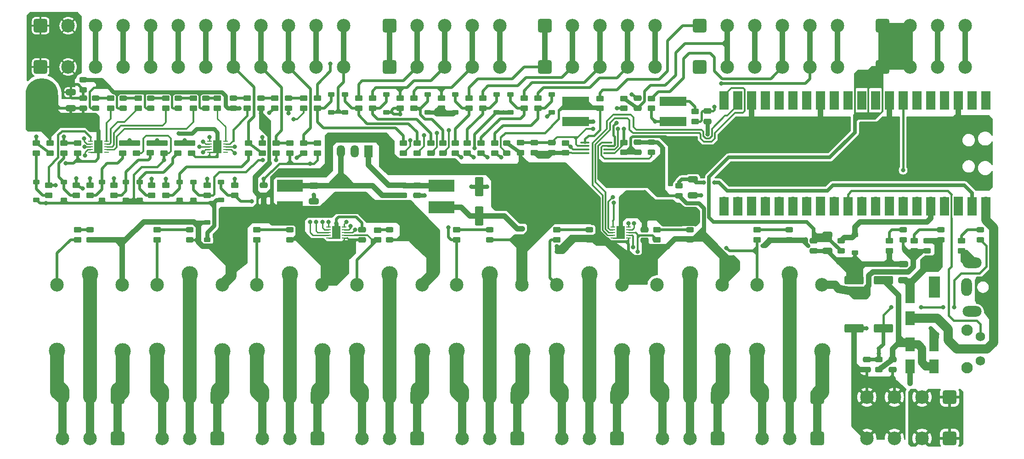
<source format=gbr>
G04 #@! TF.GenerationSoftware,KiCad,Pcbnew,8.0.4-8.0.4-0~ubuntu22.04.1*
G04 #@! TF.CreationDate,2024-08-18T17:22:59+12:00*
G04 #@! TF.ProjectId,PicoPLC,5069636f-504c-4432-9e6b-696361645f70,rev?*
G04 #@! TF.SameCoordinates,Original*
G04 #@! TF.FileFunction,Copper,L1,Top*
G04 #@! TF.FilePolarity,Positive*
%FSLAX46Y46*%
G04 Gerber Fmt 4.6, Leading zero omitted, Abs format (unit mm)*
G04 Created by KiCad (PCBNEW 8.0.4-8.0.4-0~ubuntu22.04.1) date 2024-08-18 17:22:59*
%MOMM*%
%LPD*%
G01*
G04 APERTURE LIST*
G04 Aperture macros list*
%AMRoundRect*
0 Rectangle with rounded corners*
0 $1 Rounding radius*
0 $2 $3 $4 $5 $6 $7 $8 $9 X,Y pos of 4 corners*
0 Add a 4 corners polygon primitive as box body*
4,1,4,$2,$3,$4,$5,$6,$7,$8,$9,$2,$3,0*
0 Add four circle primitives for the rounded corners*
1,1,$1+$1,$2,$3*
1,1,$1+$1,$4,$5*
1,1,$1+$1,$6,$7*
1,1,$1+$1,$8,$9*
0 Add four rect primitives between the rounded corners*
20,1,$1+$1,$2,$3,$4,$5,0*
20,1,$1+$1,$4,$5,$6,$7,0*
20,1,$1+$1,$6,$7,$8,$9,0*
20,1,$1+$1,$8,$9,$2,$3,0*%
G04 Aperture macros list end*
G04 #@! TA.AperFunction,ComponentPad*
%ADD10C,6.000000*%
G04 #@! TD*
G04 #@! TA.AperFunction,SMDPad,CuDef*
%ADD11RoundRect,0.243750X-0.456250X0.243750X-0.456250X-0.243750X0.456250X-0.243750X0.456250X0.243750X0*%
G04 #@! TD*
G04 #@! TA.AperFunction,SMDPad,CuDef*
%ADD12RoundRect,0.250000X-0.650000X0.325000X-0.650000X-0.325000X0.650000X-0.325000X0.650000X0.325000X0*%
G04 #@! TD*
G04 #@! TA.AperFunction,SMDPad,CuDef*
%ADD13RoundRect,0.250000X-0.450000X0.262500X-0.450000X-0.262500X0.450000X-0.262500X0.450000X0.262500X0*%
G04 #@! TD*
G04 #@! TA.AperFunction,SMDPad,CuDef*
%ADD14R,5.000000X1.800000*%
G04 #@! TD*
G04 #@! TA.AperFunction,ComponentPad*
%ADD15RoundRect,0.359195X-0.890805X-0.890805X0.890805X-0.890805X0.890805X0.890805X-0.890805X0.890805X0*%
G04 #@! TD*
G04 #@! TA.AperFunction,ComponentPad*
%ADD16C,2.500000*%
G04 #@! TD*
G04 #@! TA.AperFunction,SMDPad,CuDef*
%ADD17RoundRect,0.225000X-0.375000X0.225000X-0.375000X-0.225000X0.375000X-0.225000X0.375000X0.225000X0*%
G04 #@! TD*
G04 #@! TA.AperFunction,SMDPad,CuDef*
%ADD18RoundRect,0.250000X-0.475000X0.250000X-0.475000X-0.250000X0.475000X-0.250000X0.475000X0.250000X0*%
G04 #@! TD*
G04 #@! TA.AperFunction,SMDPad,CuDef*
%ADD19RoundRect,0.250000X0.475000X-0.250000X0.475000X0.250000X-0.475000X0.250000X-0.475000X-0.250000X0*%
G04 #@! TD*
G04 #@! TA.AperFunction,SMDPad,CuDef*
%ADD20RoundRect,0.250000X0.450000X-0.262500X0.450000X0.262500X-0.450000X0.262500X-0.450000X-0.262500X0*%
G04 #@! TD*
G04 #@! TA.AperFunction,ComponentPad*
%ADD21RoundRect,0.359195X0.890805X0.890805X-0.890805X0.890805X-0.890805X-0.890805X0.890805X-0.890805X0*%
G04 #@! TD*
G04 #@! TA.AperFunction,ComponentPad*
%ADD22O,1.700000X1.700000*%
G04 #@! TD*
G04 #@! TA.AperFunction,SMDPad,CuDef*
%ADD23R,1.700000X3.500000*%
G04 #@! TD*
G04 #@! TA.AperFunction,ComponentPad*
%ADD24R,1.700000X1.700000*%
G04 #@! TD*
G04 #@! TA.AperFunction,ComponentPad*
%ADD25C,3.000000*%
G04 #@! TD*
G04 #@! TA.AperFunction,SMDPad,CuDef*
%ADD26RoundRect,0.062500X-0.362500X-0.062500X0.362500X-0.062500X0.362500X0.062500X-0.362500X0.062500X0*%
G04 #@! TD*
G04 #@! TA.AperFunction,SMDPad,CuDef*
%ADD27R,1.650000X2.380000*%
G04 #@! TD*
G04 #@! TA.AperFunction,SMDPad,CuDef*
%ADD28RoundRect,0.250000X1.500000X0.550000X-1.500000X0.550000X-1.500000X-0.550000X1.500000X-0.550000X0*%
G04 #@! TD*
G04 #@! TA.AperFunction,SMDPad,CuDef*
%ADD29R,4.800000X2.250000*%
G04 #@! TD*
G04 #@! TA.AperFunction,SMDPad,CuDef*
%ADD30R,1.800000X2.500000*%
G04 #@! TD*
G04 #@! TA.AperFunction,SMDPad,CuDef*
%ADD31RoundRect,0.250000X0.550000X-1.500000X0.550000X1.500000X-0.550000X1.500000X-0.550000X-1.500000X0*%
G04 #@! TD*
G04 #@! TA.AperFunction,ComponentPad*
%ADD32R,1.500000X2.300000*%
G04 #@! TD*
G04 #@! TA.AperFunction,ComponentPad*
%ADD33O,1.500000X2.300000*%
G04 #@! TD*
G04 #@! TA.AperFunction,SMDPad,CuDef*
%ADD34RoundRect,0.250000X0.650000X-0.325000X0.650000X0.325000X-0.650000X0.325000X-0.650000X-0.325000X0*%
G04 #@! TD*
G04 #@! TA.AperFunction,ComponentPad*
%ADD35O,3.500000X2.000000*%
G04 #@! TD*
G04 #@! TA.AperFunction,ComponentPad*
%ADD36O,2.000000X3.300000*%
G04 #@! TD*
G04 #@! TA.AperFunction,ComponentPad*
%ADD37R,2.000000X4.000000*%
G04 #@! TD*
G04 #@! TA.AperFunction,ComponentPad*
%ADD38C,1.750000*%
G04 #@! TD*
G04 #@! TA.AperFunction,ComponentPad*
%ADD39C,2.100000*%
G04 #@! TD*
G04 #@! TA.AperFunction,SMDPad,CuDef*
%ADD40RoundRect,0.243750X0.456250X-0.243750X0.456250X0.243750X-0.456250X0.243750X-0.456250X-0.243750X0*%
G04 #@! TD*
G04 #@! TA.AperFunction,SMDPad,CuDef*
%ADD41RoundRect,0.100000X-0.712500X-0.100000X0.712500X-0.100000X0.712500X0.100000X-0.712500X0.100000X0*%
G04 #@! TD*
G04 #@! TA.AperFunction,ViaPad*
%ADD42C,0.800000*%
G04 #@! TD*
G04 #@! TA.AperFunction,Conductor*
%ADD43C,1.000000*%
G04 #@! TD*
G04 #@! TA.AperFunction,Conductor*
%ADD44C,1.500000*%
G04 #@! TD*
G04 #@! TA.AperFunction,Conductor*
%ADD45C,0.500000*%
G04 #@! TD*
G04 #@! TA.AperFunction,Conductor*
%ADD46C,0.350000*%
G04 #@! TD*
G04 #@! TA.AperFunction,Conductor*
%ADD47C,0.300000*%
G04 #@! TD*
G04 #@! TA.AperFunction,Conductor*
%ADD48C,1.700000*%
G04 #@! TD*
G04 #@! TA.AperFunction,Conductor*
%ADD49C,0.400000*%
G04 #@! TD*
G04 #@! TA.AperFunction,Conductor*
%ADD50C,2.000000*%
G04 #@! TD*
G04 #@! TA.AperFunction,Conductor*
%ADD51C,0.800000*%
G04 #@! TD*
G04 #@! TA.AperFunction,Conductor*
%ADD52C,0.700000*%
G04 #@! TD*
G04 #@! TA.AperFunction,Conductor*
%ADD53C,0.250000*%
G04 #@! TD*
G04 #@! TA.AperFunction,Conductor*
%ADD54C,0.370000*%
G04 #@! TD*
G04 #@! TA.AperFunction,Conductor*
%ADD55C,2.500000*%
G04 #@! TD*
G04 #@! TA.AperFunction,Conductor*
%ADD56C,0.600000*%
G04 #@! TD*
G04 APERTURE END LIST*
D10*
X60371000Y-76200000D03*
D11*
X106045000Y-101190000D03*
X106045000Y-103065000D03*
X233345000Y-103065000D03*
X233345000Y-101190000D03*
X85510000Y-76885000D03*
X85510000Y-78760000D03*
D12*
X180340000Y-91875000D03*
X180340000Y-94825000D03*
D13*
X81580000Y-101190000D03*
X81580000Y-103015000D03*
X138765000Y-85182500D03*
X138765000Y-87007500D03*
D11*
X69215000Y-101190000D03*
X69215000Y-103065000D03*
D14*
X158750000Y-77470000D03*
X158750000Y-81170000D03*
D13*
X111125000Y-85182500D03*
X111125000Y-87007500D03*
X133985000Y-76890000D03*
X133985000Y-78715000D03*
D15*
X153035000Y-63500000D03*
X153035000Y-71120000D03*
D16*
X158115000Y-63500000D03*
X158115000Y-71120000D03*
X163195000Y-63500000D03*
X163195000Y-71120000D03*
X168275000Y-63499604D03*
X168275000Y-71119604D03*
X173355000Y-63500000D03*
X173355000Y-71120000D03*
D17*
X113665000Y-76152500D03*
X113665000Y-79452500D03*
D18*
X154305000Y-85032500D03*
X154305000Y-86932500D03*
D13*
X64435000Y-85170000D03*
X64435000Y-86995000D03*
D11*
X95670000Y-76885000D03*
X95670000Y-78760000D03*
D13*
X83185000Y-76885000D03*
X83185000Y-78710000D03*
D11*
X105830000Y-76885000D03*
X105830000Y-78760000D03*
D19*
X171450000Y-103090000D03*
X171450000Y-101190000D03*
D17*
X146685000Y-76152500D03*
X146685000Y-79452500D03*
D20*
X221153000Y-105040000D03*
X221153000Y-103215000D03*
D21*
X227630000Y-139670000D03*
X227630000Y-132050000D03*
D16*
X222550000Y-139670000D03*
X222550000Y-132050000D03*
X217470000Y-139670000D03*
X217470000Y-132050000D03*
X212390000Y-139670396D03*
X212390000Y-132050396D03*
D15*
X215265000Y-63500000D03*
X215265000Y-71120000D03*
D16*
X220345000Y-63500000D03*
X220345000Y-71120000D03*
X225425000Y-63500000D03*
X225425000Y-71120000D03*
X230505000Y-63499604D03*
X230505000Y-71119604D03*
D19*
X119380000Y-103065000D03*
X119380000Y-101165000D03*
D20*
X80589154Y-94812500D03*
X80589154Y-92987500D03*
D13*
X111125000Y-76890000D03*
X111125000Y-78715000D03*
D11*
X124460000Y-101190000D03*
X124460000Y-103065000D03*
D22*
X234315000Y-78150000D03*
D23*
X234315000Y-77250000D03*
D22*
X231775000Y-78150000D03*
D23*
X231775000Y-77250000D03*
D24*
X229235000Y-78150000D03*
D23*
X229235000Y-77250000D03*
D22*
X226695000Y-78150000D03*
D23*
X226695000Y-77250000D03*
D22*
X224155000Y-78150000D03*
D23*
X224155000Y-77250000D03*
D22*
X221615000Y-78150000D03*
D23*
X221615000Y-77250000D03*
D22*
X219075000Y-78150000D03*
D23*
X219075000Y-77250000D03*
D24*
X216535000Y-78150000D03*
D23*
X216535000Y-77250000D03*
D22*
X213995000Y-78150000D03*
D23*
X213995000Y-77250000D03*
D22*
X211455000Y-78150000D03*
D23*
X211455000Y-77250000D03*
D22*
X208915000Y-78150000D03*
D23*
X208915000Y-77250000D03*
D22*
X206375000Y-78150000D03*
D23*
X206375000Y-77250000D03*
D24*
X203835000Y-78150000D03*
D23*
X203835000Y-77250000D03*
D22*
X201295000Y-78150000D03*
D23*
X201295000Y-77250000D03*
D22*
X198755000Y-78150000D03*
D23*
X198755000Y-77250000D03*
D22*
X196215000Y-78150000D03*
D23*
X196215000Y-77250000D03*
D22*
X193675000Y-78150000D03*
D23*
X193675000Y-77250000D03*
D24*
X191135000Y-78150000D03*
D23*
X191135000Y-77250000D03*
D22*
X188595000Y-78150000D03*
D23*
X188595000Y-77250000D03*
D22*
X186055000Y-78150000D03*
D23*
X186055000Y-77250000D03*
D22*
X186055000Y-95930000D03*
D23*
X186055000Y-96830000D03*
D22*
X188595000Y-95930000D03*
D23*
X188595000Y-96830000D03*
D24*
X191135000Y-95930000D03*
D23*
X191135000Y-96830000D03*
D22*
X193675000Y-95930000D03*
D23*
X193675000Y-96830000D03*
D22*
X196215000Y-95930000D03*
D23*
X196215000Y-96830000D03*
D22*
X198755000Y-95930000D03*
D23*
X198755000Y-96830000D03*
D22*
X201295000Y-95930000D03*
D23*
X201295000Y-96830000D03*
D24*
X203835000Y-95930000D03*
D23*
X203835000Y-96830000D03*
D22*
X206375000Y-95930000D03*
D23*
X206375000Y-96830000D03*
D22*
X208915000Y-95930000D03*
D23*
X208915000Y-96830000D03*
D22*
X211455000Y-95930000D03*
D23*
X211455000Y-96830000D03*
D22*
X213995000Y-95930000D03*
D23*
X213995000Y-96830000D03*
D24*
X216535000Y-95930000D03*
D23*
X216535000Y-96830000D03*
D22*
X219075000Y-95930000D03*
D23*
X219075000Y-96830000D03*
D22*
X221615000Y-95930000D03*
D23*
X221615000Y-96830000D03*
D22*
X224155000Y-95930000D03*
D23*
X224155000Y-96830000D03*
D22*
X226695000Y-95930000D03*
D23*
X226695000Y-96830000D03*
D24*
X229235000Y-95930000D03*
D23*
X229235000Y-96830000D03*
D22*
X231775000Y-95930000D03*
D23*
X231775000Y-96830000D03*
D22*
X234315000Y-95930000D03*
D23*
X234315000Y-96830000D03*
D13*
X75230000Y-85157500D03*
X75230000Y-86982500D03*
D18*
X212390000Y-125100000D03*
X212390000Y-127000000D03*
D25*
X161290000Y-109390000D03*
D16*
X155240000Y-111340000D03*
D25*
X155240000Y-123540000D03*
X167290000Y-123590000D03*
D16*
X167240000Y-111340000D03*
D18*
X217170000Y-125100000D03*
X217170000Y-127000000D03*
D11*
X90590000Y-76885000D03*
X90590000Y-78760000D03*
D21*
X92710000Y-139670000D03*
X92710000Y-132050000D03*
D16*
X87630000Y-139670000D03*
X87630000Y-132050000D03*
X82550000Y-139670000D03*
X82550000Y-132050000D03*
D20*
X90805000Y-94812500D03*
X90805000Y-92987500D03*
X95885000Y-94812500D03*
X95885000Y-92987500D03*
D21*
X203265000Y-139670000D03*
X203265000Y-132050000D03*
D16*
X198185000Y-139670000D03*
X198185000Y-132050000D03*
X193105000Y-139670000D03*
X193105000Y-132050000D03*
D13*
X173720000Y-101190000D03*
X173720000Y-103015000D03*
X121285000Y-76890000D03*
X121285000Y-78715000D03*
X66975000Y-101190000D03*
X66975000Y-103015000D03*
D17*
X93345000Y-92330000D03*
X93345000Y-95630000D03*
D20*
X167640000Y-86882500D03*
X167640000Y-85057500D03*
D26*
X113150000Y-100645000D03*
X113150000Y-101145000D03*
X113150000Y-101645000D03*
X113150000Y-102145000D03*
X113150000Y-102645000D03*
X116050000Y-102645000D03*
X116050000Y-102145000D03*
X116050000Y-101645000D03*
X116050000Y-101145000D03*
X116050000Y-100645000D03*
D27*
X114600000Y-101645000D03*
D28*
X215425000Y-110490000D03*
X210025000Y-110490000D03*
D25*
X142875000Y-109390000D03*
D16*
X136825000Y-111340000D03*
D25*
X136825000Y-123540000D03*
X148875000Y-123590000D03*
D16*
X148825000Y-111340000D03*
D29*
X133985000Y-97000000D03*
X133985000Y-93000000D03*
D13*
X148590000Y-85090000D03*
X148590000Y-86915000D03*
D20*
X180767000Y-81170000D03*
X180767000Y-79345000D03*
D13*
X128905000Y-76890000D03*
X128905000Y-78715000D03*
D21*
X111125000Y-139670000D03*
X111125000Y-132050000D03*
D16*
X106045000Y-139670000D03*
X106045000Y-132050000D03*
X100965000Y-139670000D03*
X100965000Y-132050000D03*
D12*
X65705000Y-75790000D03*
X65705000Y-78740000D03*
D11*
X198120000Y-101190000D03*
X198120000Y-103065000D03*
D20*
X100965000Y-87007500D03*
X100965000Y-85182500D03*
D17*
X123825000Y-76152500D03*
X123825000Y-79452500D03*
D13*
X77770000Y-85157500D03*
X77770000Y-86982500D03*
D30*
X220345000Y-113475000D03*
X220345000Y-117475000D03*
D21*
X166370000Y-139670000D03*
X166370000Y-132050000D03*
D16*
X161290000Y-139670000D03*
X161290000Y-132050000D03*
X156210000Y-139670000D03*
X156210000Y-132050000D03*
D20*
X151130000Y-86927500D03*
X151130000Y-85102500D03*
X66640000Y-94812500D03*
X66640000Y-92987500D03*
D11*
X87630000Y-101190000D03*
X87630000Y-103065000D03*
X80430000Y-76885000D03*
X80430000Y-78760000D03*
D13*
X134285000Y-85182500D03*
X134285000Y-87007500D03*
D21*
X147955000Y-139670000D03*
X147955000Y-132050000D03*
D16*
X142875000Y-139670000D03*
X142875000Y-132050000D03*
X137795000Y-139670000D03*
X137795000Y-132050000D03*
D11*
X142875000Y-101190000D03*
X142875000Y-103065000D03*
D13*
X80310000Y-85145000D03*
X80310000Y-86970000D03*
D12*
X110490000Y-93000000D03*
X110490000Y-95950000D03*
D17*
X85725000Y-92330000D03*
X85725000Y-95630000D03*
D31*
X140970000Y-98585000D03*
X140970000Y-93185000D03*
D19*
X170180000Y-78742500D03*
X170180000Y-76842500D03*
D13*
X126965000Y-85182500D03*
X126965000Y-87007500D03*
X151765000Y-76890000D03*
X151765000Y-78715000D03*
D32*
X120557000Y-86692500D03*
D33*
X118017000Y-86692500D03*
X115477000Y-86692500D03*
D13*
X92710000Y-76885000D03*
X92710000Y-78710000D03*
X167640000Y-76917500D03*
X167640000Y-78742500D03*
D17*
X64435000Y-92330000D03*
X64435000Y-95630000D03*
D13*
X73025000Y-76885000D03*
X73025000Y-78710000D03*
D11*
X75350000Y-76885000D03*
X75350000Y-78760000D03*
D17*
X59355000Y-92330000D03*
X59355000Y-95630000D03*
D13*
X141305000Y-85182500D03*
X141305000Y-87007500D03*
D28*
X215425000Y-119380000D03*
X210025000Y-119380000D03*
D11*
X172720000Y-84995000D03*
X172720000Y-86870000D03*
D20*
X156845000Y-86945000D03*
X156845000Y-85120000D03*
D15*
X181610000Y-63500000D03*
X181610000Y-71120000D03*
D16*
X186690000Y-63500000D03*
X186690000Y-71120000D03*
X191770000Y-63500000D03*
X191770000Y-71120000D03*
X196850000Y-63499604D03*
X196850000Y-71119604D03*
X201930000Y-63500000D03*
X201930000Y-71120000D03*
X207010000Y-63500000D03*
X207010000Y-71120000D03*
D20*
X163195000Y-78755000D03*
X163195000Y-76930000D03*
D17*
X131445000Y-76152500D03*
X131445000Y-79452500D03*
D18*
X129540000Y-92925000D03*
X129540000Y-94825000D03*
D11*
X177800000Y-93025000D03*
X177800000Y-94900000D03*
D26*
X69335000Y-84817500D03*
X69335000Y-85317500D03*
X69335000Y-85817500D03*
X69335000Y-86317500D03*
X69335000Y-86817500D03*
X72235000Y-86817500D03*
X72235000Y-86317500D03*
X72235000Y-85817500D03*
X72235000Y-85317500D03*
X72235000Y-84817500D03*
D27*
X70785000Y-85817500D03*
D13*
X149225000Y-76890000D03*
X149225000Y-78715000D03*
X129505000Y-85182500D03*
X129505000Y-87007500D03*
X87930000Y-85170000D03*
X87930000Y-86995000D03*
D11*
X179770000Y-101190000D03*
X179770000Y-103065000D03*
D21*
X129540000Y-139670000D03*
X129540000Y-132050000D03*
D16*
X124460000Y-139670000D03*
X124460000Y-132050000D03*
X119380000Y-139670000D03*
X119380000Y-132050000D03*
D13*
X216535000Y-103202500D03*
X216535000Y-105027500D03*
D25*
X198185000Y-109390000D03*
D16*
X192135000Y-111340000D03*
D25*
X192135000Y-123540000D03*
X204185000Y-123590000D03*
D16*
X204135000Y-111340000D03*
D13*
X98217000Y-76885000D03*
X98217000Y-78710000D03*
D17*
X144145000Y-76152500D03*
X144145000Y-79452500D03*
D19*
X101265000Y-94825000D03*
X101265000Y-92925000D03*
D26*
X91260000Y-84817500D03*
X91260000Y-85317500D03*
X91260000Y-85817500D03*
X91260000Y-86317500D03*
X91260000Y-86817500D03*
X94160000Y-86817500D03*
X94160000Y-86317500D03*
X94160000Y-85817500D03*
X94160000Y-85317500D03*
X94160000Y-84817500D03*
D27*
X92710000Y-85817500D03*
D13*
X126365000Y-76890000D03*
X126365000Y-78715000D03*
X155240000Y-101190000D03*
X155240000Y-103015000D03*
X192135000Y-101190000D03*
X192135000Y-103015000D03*
X78105000Y-76885000D03*
X78105000Y-78710000D03*
D11*
X70270000Y-76885000D03*
X70270000Y-78760000D03*
D13*
X136825000Y-101190000D03*
X136825000Y-103015000D03*
D11*
X219075000Y-103065000D03*
X219075000Y-101190000D03*
D17*
X71420000Y-92330000D03*
X71420000Y-95630000D03*
D11*
X226060000Y-103065000D03*
X226060000Y-101190000D03*
X100750000Y-76885000D03*
X100750000Y-78760000D03*
D25*
X124460000Y-109390000D03*
D16*
X118410000Y-111340000D03*
D25*
X118410000Y-123540000D03*
X130460000Y-123590000D03*
D16*
X130410000Y-111340000D03*
D13*
X103297000Y-76885000D03*
X103297000Y-78710000D03*
D17*
X75865000Y-92330000D03*
X75865000Y-95630000D03*
D25*
X69215000Y-109390000D03*
D16*
X63165000Y-111340000D03*
D25*
X63165000Y-123540000D03*
X75215000Y-123590000D03*
D16*
X75165000Y-111340000D03*
D13*
X118745000Y-76890000D03*
X118745000Y-78715000D03*
D17*
X210185000Y-102127500D03*
X210185000Y-105427500D03*
D30*
X224790000Y-126365000D03*
X224790000Y-122365000D03*
D18*
X202565000Y-103177500D03*
X202565000Y-105077500D03*
D14*
X176641500Y-81170000D03*
X176641500Y-77470000D03*
D17*
X78384154Y-92330000D03*
X78384154Y-95630000D03*
D21*
X74295000Y-139700000D03*
X74295000Y-132080000D03*
D16*
X69215000Y-139700000D03*
X69215000Y-132080000D03*
X64135000Y-139700000D03*
X64135000Y-132080000D03*
D26*
X165555000Y-100645000D03*
X165555000Y-101145000D03*
X165555000Y-101645000D03*
X165555000Y-102145000D03*
X165555000Y-102645000D03*
X168455000Y-102645000D03*
X168455000Y-102145000D03*
X168455000Y-101645000D03*
X168455000Y-101145000D03*
X168455000Y-100645000D03*
D27*
X167005000Y-101645000D03*
D15*
X60110000Y-63500000D03*
X60110000Y-71120000D03*
D16*
X65190000Y-63500000D03*
X65190000Y-71120000D03*
X70270000Y-63500000D03*
X70270000Y-71120000D03*
X75350000Y-63499604D03*
X75350000Y-71119604D03*
X80430000Y-63500000D03*
X80430000Y-71120000D03*
X85510000Y-63500000D03*
X85510000Y-71120000D03*
X90590000Y-63500000D03*
X90590000Y-71120000D03*
X95670000Y-63500000D03*
X95670000Y-71120000D03*
X100750000Y-63500000D03*
X100750000Y-71120000D03*
X105830000Y-63499604D03*
X105830000Y-71119604D03*
X110910000Y-63500000D03*
X110910000Y-71120000D03*
X115990000Y-63500000D03*
X115990000Y-71120000D03*
D13*
X108585000Y-76885000D03*
X108585000Y-78710000D03*
X108585000Y-85182500D03*
X108585000Y-87007500D03*
D34*
X219112500Y-110490000D03*
X219112500Y-107540000D03*
D13*
X141605000Y-76890000D03*
X141605000Y-78715000D03*
D35*
X231798000Y-107260000D03*
X231798000Y-116260000D03*
D36*
X230798000Y-111760000D03*
D37*
X224798000Y-111760000D03*
D13*
X143845000Y-85182500D03*
X143845000Y-87007500D03*
X88265000Y-76885000D03*
X88265000Y-78710000D03*
D25*
X179770000Y-109390000D03*
D16*
X173720000Y-111340000D03*
D25*
X173720000Y-123540000D03*
X185770000Y-123590000D03*
D16*
X185720000Y-111340000D03*
D18*
X183053000Y-81170000D03*
X183053000Y-79270000D03*
D13*
X98425000Y-85182500D03*
X98425000Y-87007500D03*
D12*
X205105000Y-102127500D03*
X205105000Y-105077500D03*
D13*
X106045000Y-85182500D03*
X106045000Y-87007500D03*
X122220000Y-101240000D03*
X122220000Y-103065000D03*
D15*
X124460000Y-63500000D03*
X124460000Y-71120000D03*
D16*
X129540000Y-63500000D03*
X129540000Y-71120000D03*
X134620000Y-63500000D03*
X134620000Y-71120000D03*
X139700000Y-63499604D03*
X139700000Y-71119604D03*
X144780000Y-63500000D03*
X144780000Y-71120000D03*
D25*
X87630000Y-109390000D03*
D16*
X81580000Y-111340000D03*
D25*
X81580000Y-123540000D03*
X93630000Y-123590000D03*
D16*
X93580000Y-111340000D03*
D13*
X82850000Y-85157500D03*
X82850000Y-86982500D03*
D17*
X116205000Y-76152500D03*
X116205000Y-79452500D03*
D20*
X69180000Y-94812500D03*
X69180000Y-92987500D03*
D38*
X233345000Y-125415000D03*
X233345000Y-120915000D03*
D39*
X230855000Y-126675000D03*
X230855000Y-119665000D03*
D13*
X132045000Y-85182500D03*
X132045000Y-87007500D03*
X136525000Y-85182500D03*
X136525000Y-87007500D03*
D25*
X106045000Y-109390000D03*
D16*
X99995000Y-111340000D03*
D25*
X99995000Y-123540000D03*
X112045000Y-123590000D03*
D16*
X111995000Y-111340000D03*
D13*
X59355000Y-85170000D03*
X59355000Y-86995000D03*
D20*
X172720000Y-78740000D03*
X172720000Y-76915000D03*
D11*
X161290000Y-101190000D03*
X161290000Y-103065000D03*
D17*
X90805000Y-99765000D03*
X90805000Y-103065000D03*
D20*
X61560000Y-94812500D03*
X61560000Y-92987500D03*
D17*
X154305000Y-76152500D03*
X154305000Y-79452500D03*
D13*
X99995000Y-101190000D03*
X99995000Y-103015000D03*
D11*
X127000000Y-92925000D03*
X127000000Y-94800000D03*
D40*
X214630000Y-127000000D03*
X214630000Y-125125000D03*
D29*
X106045000Y-93000000D03*
X106045000Y-97000000D03*
D11*
X146050000Y-85120000D03*
X146050000Y-86995000D03*
D40*
X207645000Y-105077500D03*
X207645000Y-103202500D03*
D13*
X85390000Y-85157500D03*
X85390000Y-86982500D03*
D17*
X136525000Y-76152500D03*
X136525000Y-79452500D03*
D41*
X160447500Y-85046285D03*
X160447500Y-85696285D03*
X160447500Y-86346285D03*
X160447500Y-86996285D03*
X164672500Y-86996285D03*
X164672500Y-86346285D03*
X164672500Y-85696285D03*
X164672500Y-85046285D03*
D13*
X139065000Y-76890000D03*
X139065000Y-78715000D03*
D21*
X184850000Y-139670000D03*
X184850000Y-132050000D03*
D16*
X179770000Y-139670000D03*
X179770000Y-132050000D03*
X174690000Y-139670000D03*
X174690000Y-132050000D03*
D11*
X223520000Y-103152500D03*
X223520000Y-105027500D03*
D18*
X170180000Y-84970000D03*
X170180000Y-86870000D03*
D17*
X88265000Y-92330000D03*
X88265000Y-95630000D03*
D30*
X220345000Y-126365000D03*
X220345000Y-122365000D03*
D13*
X229870000Y-103227500D03*
X229870000Y-105052500D03*
D20*
X73625000Y-94812500D03*
X73625000Y-92987500D03*
X83185000Y-94812500D03*
X83185000Y-92987500D03*
D11*
X67991000Y-73484500D03*
X67991000Y-75359500D03*
D18*
X67991000Y-76860000D03*
X67991000Y-78760000D03*
D13*
X103505000Y-85182500D03*
X103505000Y-87007500D03*
D20*
X61895000Y-87007500D03*
X61895000Y-85182500D03*
D13*
X66975000Y-85157500D03*
X66975000Y-86982500D03*
D42*
X184323000Y-78446478D03*
X185593000Y-74181196D03*
X183053000Y-83566000D03*
X82850000Y-88265000D03*
X169046493Y-76146928D03*
X142415010Y-93185000D03*
X92050391Y-97028000D03*
X168912487Y-85966319D03*
X181869699Y-94825000D03*
X171450000Y-94175246D03*
X101265000Y-91775000D03*
X203509287Y-92710382D03*
X203835000Y-83820000D03*
X61133000Y-96266000D03*
X64770000Y-88855143D03*
X85524748Y-83409313D03*
X180729085Y-100144161D03*
X153493500Y-80264000D03*
X212340083Y-119380000D03*
X176235670Y-92735587D03*
X211275000Y-108123537D03*
X216535000Y-91689900D03*
X126365000Y-79839141D03*
X145412676Y-79452500D03*
X100965000Y-84038530D03*
X133985000Y-79839141D03*
X139517852Y-93185000D03*
X114600000Y-99995000D03*
X222801312Y-82819799D03*
X226060000Y-91440000D03*
X216535000Y-85725000D03*
X187325000Y-83820000D03*
X187346107Y-92710381D03*
X152722998Y-87630000D03*
X109771654Y-88957351D03*
X70785000Y-82912617D03*
X140053927Y-86106000D03*
X176195000Y-84836000D03*
X229235000Y-88265000D03*
X216535000Y-106172000D03*
X174787527Y-100144161D03*
X191135000Y-83820000D03*
X110490000Y-94755705D03*
X130895078Y-94825000D03*
X220345000Y-128270000D03*
X220345000Y-129540000D03*
X147955000Y-100965000D03*
X148909283Y-100965000D03*
X212581450Y-111616450D03*
X201149788Y-102915000D03*
X174625000Y-104202211D03*
X220980000Y-107950000D03*
X175680940Y-104202211D03*
X155240000Y-105202887D03*
X193169366Y-104110146D03*
X211946450Y-112251450D03*
X194364512Y-102915000D03*
X201554729Y-104113131D03*
X188595000Y-107315000D03*
X96765638Y-78760000D03*
X187770288Y-106234712D03*
X220980000Y-106680000D03*
X100750000Y-79675927D03*
X155240000Y-104249054D03*
X105830000Y-79679509D03*
X161963923Y-82503345D03*
X166483833Y-82503345D03*
X219075000Y-90170000D03*
X157760679Y-85871164D03*
X182338308Y-92455649D03*
X184288813Y-92455649D03*
X228519000Y-115475000D03*
X226487000Y-115475000D03*
X222423000Y-115475000D03*
X214630000Y-123080172D03*
X214630000Y-123993702D03*
X216895500Y-115475000D03*
X167640000Y-82503345D03*
X110879615Y-99695000D03*
X225358053Y-120489542D03*
X224165697Y-119380000D03*
X101079500Y-88265000D03*
X103505000Y-88265000D03*
X99060000Y-95885000D03*
X107315000Y-87841074D03*
X173355000Y-81170000D03*
X166246083Y-81403917D03*
X113150000Y-99695000D03*
X109764721Y-99695000D03*
X112022423Y-99695000D03*
X165759869Y-96164580D03*
X165543105Y-95188865D03*
X166367500Y-78742500D03*
X161963923Y-81170000D03*
X139877948Y-87804147D03*
X128235608Y-84623906D03*
X144959123Y-87804147D03*
X137632801Y-87804147D03*
X130772856Y-83751904D03*
X142431905Y-87804147D03*
X117226155Y-100443292D03*
X118053124Y-101147860D03*
X116422933Y-99695000D03*
X169477463Y-99938724D03*
X186518928Y-104511138D03*
X169330500Y-104417641D03*
X170180000Y-105205859D03*
X168455000Y-99938724D03*
X135292143Y-100742141D03*
X95885000Y-86995000D03*
X106764840Y-80770206D03*
X95885000Y-85817500D03*
X102255999Y-79584532D03*
X113523796Y-70485000D03*
X86660986Y-84659525D03*
X64435000Y-83944756D03*
X76500080Y-84658451D03*
X59355000Y-83944756D03*
X81579497Y-84645930D03*
X62865000Y-92975000D03*
X67880515Y-93581443D03*
X68141922Y-84300000D03*
X66640000Y-91700000D03*
X68163634Y-85851118D03*
X69180000Y-91700000D03*
X73625000Y-91700000D03*
X68264501Y-87477872D03*
X80589154Y-91800000D03*
X91257559Y-84066709D03*
X83185000Y-91800000D03*
X90066922Y-84935421D03*
X90805000Y-91800000D03*
X89400000Y-85817500D03*
X95885000Y-91800000D03*
X90066922Y-86826965D03*
X135335000Y-82762454D03*
X133151903Y-83296429D03*
D43*
X75165000Y-104140000D02*
X75165000Y-103632000D01*
X75165000Y-104140000D02*
X74090000Y-103065000D01*
X75165000Y-111340000D02*
X75165000Y-104140000D01*
X69215000Y-103065000D02*
X73406000Y-103065000D01*
X73406000Y-103065000D02*
X75520155Y-103065000D01*
X74090000Y-103065000D02*
X73406000Y-103065000D01*
D44*
X204135000Y-111340000D02*
X206590000Y-111340000D01*
X206590000Y-111340000D02*
X207163867Y-112124508D01*
X207163867Y-112124508D02*
X208999977Y-112395000D01*
D45*
X63165000Y-111340000D02*
X63165000Y-105491000D01*
X66975000Y-103015000D02*
X65641000Y-103015000D01*
X65641000Y-103015000D02*
X63165000Y-105491000D01*
D46*
X156845000Y-86945000D02*
X157988000Y-86945000D01*
X157988000Y-86945000D02*
X158039285Y-86996285D01*
X158039285Y-86996285D02*
X160447500Y-86996285D01*
D43*
X210025000Y-126069832D02*
X210025000Y-137305396D01*
X210025000Y-137305396D02*
X212390000Y-139670396D01*
D45*
X149225000Y-76890000D02*
X149225000Y-75463917D01*
X149225000Y-75463917D02*
X150667753Y-74021164D01*
X150667753Y-74021164D02*
X160293836Y-74021164D01*
X160293836Y-74021164D02*
X163195000Y-71120000D01*
X151765000Y-76890000D02*
X151765000Y-75896882D01*
X151765000Y-75896882D02*
X152754696Y-74907186D01*
X152754696Y-74907186D02*
X161312814Y-74907186D01*
X161312814Y-74907186D02*
X163119991Y-73100009D01*
X163119991Y-73100009D02*
X166294595Y-73100009D01*
X166294595Y-73100009D02*
X168275000Y-71119604D01*
D47*
X181937483Y-82706498D02*
X182291000Y-83060015D01*
X169413000Y-80421896D02*
X169413000Y-82199896D01*
X165624691Y-79897235D02*
X168888339Y-79897235D01*
X186650594Y-80094406D02*
X188595000Y-78150000D01*
X164465000Y-81056926D02*
X165624691Y-79897235D01*
X186270594Y-80094406D02*
X186650594Y-80094406D01*
X168888339Y-79897235D02*
X169413000Y-80421896D01*
X161815292Y-85176889D02*
X164465000Y-82527181D01*
X169413000Y-82199896D02*
X169919602Y-82706498D01*
X161815292Y-92921208D02*
X161815292Y-85176889D01*
X164465000Y-82527181D02*
X164465000Y-81056926D01*
X183821032Y-82543968D02*
X186270594Y-80094406D01*
X163714630Y-94820546D02*
X161815292Y-92921208D01*
X163714630Y-101269606D02*
X163714630Y-94820546D01*
X169919602Y-82706498D02*
X181937483Y-82706498D01*
X164590024Y-102145000D02*
X163714630Y-101269606D01*
X182291000Y-83060015D02*
X182291000Y-83891853D01*
X182291000Y-83891853D02*
X182727147Y-84328000D01*
X182727147Y-84328000D02*
X183380633Y-84328000D01*
X183380633Y-84328000D02*
X183821032Y-83887601D01*
X183821032Y-83887601D02*
X183821032Y-82543968D01*
X169265387Y-83322283D02*
X181539283Y-83322283D01*
X168651000Y-82707896D02*
X169265387Y-83322283D01*
X168651000Y-80929896D02*
X168651000Y-82707896D01*
X168305646Y-80584542D02*
X168651000Y-80929896D01*
X165948557Y-80584542D02*
X168305646Y-80584542D01*
X181539283Y-83322283D02*
X181783000Y-83566000D01*
X165100000Y-81433099D02*
X165948557Y-80584542D01*
X165100000Y-82674907D02*
X165100000Y-81433099D01*
X162326012Y-85448895D02*
X165100000Y-82674907D01*
X162326012Y-92328804D02*
X162326012Y-85448895D01*
X187392693Y-74987692D02*
X186055000Y-76325385D01*
X164245543Y-94248335D02*
X162326012Y-92328804D01*
X189632692Y-74987692D02*
X187392693Y-74987692D01*
X164245543Y-101077649D02*
X164245543Y-94248335D01*
X189865000Y-75220000D02*
X189632692Y-74987692D01*
X164815490Y-101647596D02*
X164245543Y-101077649D01*
X189865000Y-79200376D02*
X189865000Y-75220000D01*
X181783000Y-83566000D02*
X181783000Y-84328000D01*
X181783000Y-84328000D02*
X182317964Y-84862964D01*
X182317964Y-84862964D02*
X183806132Y-84862964D01*
X183806132Y-84862964D02*
X184335065Y-84334031D01*
X184335065Y-84334031D02*
X184335065Y-83299935D01*
X184335065Y-83299935D02*
X188060572Y-79574428D01*
X188060572Y-79574428D02*
X189490948Y-79574428D01*
X189490948Y-79574428D02*
X189865000Y-79200376D01*
D48*
X220345000Y-117475000D02*
X225344000Y-117475000D01*
X225344000Y-117475000D02*
X227369341Y-119500341D01*
X227369341Y-119500341D02*
X227369341Y-121532341D01*
X227369341Y-121532341D02*
X229019397Y-123182397D01*
X229019397Y-123182397D02*
X234505377Y-123182397D01*
X235730263Y-121957511D02*
X235730263Y-114680904D01*
X234505377Y-123182397D02*
X235730263Y-121957511D01*
X235730263Y-114680904D02*
X235686255Y-114636896D01*
X235686255Y-100727029D02*
X235741000Y-100781774D01*
X235741000Y-100781774D02*
X235741000Y-110064896D01*
X234315000Y-99355774D02*
X234315000Y-95930000D01*
X235686255Y-100727029D02*
X234315000Y-99355774D01*
D49*
X222423000Y-115475000D02*
X226487000Y-115475000D01*
D46*
X230842514Y-105052500D02*
X232520243Y-106730229D01*
X229870000Y-105052500D02*
X229870000Y-107015000D01*
X229870000Y-107015000D02*
X230115000Y-107260000D01*
X230115000Y-107260000D02*
X232075000Y-107260000D01*
D45*
X133523000Y-101346000D02*
X133523000Y-106264496D01*
X133523000Y-101346000D02*
X128227810Y-95923039D01*
X120025512Y-94351835D02*
X114395030Y-94351835D01*
X128227810Y-95923039D02*
X121596716Y-95923039D01*
X111746865Y-97000000D02*
X106045000Y-97000000D01*
X121596716Y-95923039D02*
X120025512Y-94351835D01*
X114395030Y-94351835D02*
X111746865Y-97000000D01*
D50*
X130410000Y-111340000D02*
X132761000Y-108966000D01*
X132761000Y-108966000D02*
X132761000Y-106426000D01*
X132761000Y-106426000D02*
X128905000Y-102870000D01*
D45*
X172720000Y-76915000D02*
X173978090Y-75656910D01*
X173978090Y-75656910D02*
X176049417Y-75656910D01*
X176049417Y-75656910D02*
X178611965Y-73094362D01*
X178611965Y-73094362D02*
X178611965Y-69592035D01*
X185712934Y-73271934D02*
X194697670Y-73271934D01*
X178611965Y-69592035D02*
X179624000Y-68580000D01*
X179624000Y-68580000D02*
X183561000Y-68580000D01*
X183561000Y-68580000D02*
X184323000Y-69342000D01*
X184323000Y-69342000D02*
X184323000Y-71882000D01*
X184323000Y-71882000D02*
X185712934Y-73271934D01*
X194697670Y-73271934D02*
X196850000Y-71119604D01*
D49*
X183053000Y-79270000D02*
X184035507Y-79270000D01*
X184035507Y-79270000D02*
X184323000Y-78982507D01*
X184323000Y-78982507D02*
X184323000Y-78446478D01*
D45*
X201013804Y-74181196D02*
X185593000Y-74181196D01*
X201930000Y-71120000D02*
X201930000Y-73265000D01*
X201930000Y-73265000D02*
X201013804Y-74181196D01*
X170180000Y-78742500D02*
X171450000Y-77472500D01*
X172485414Y-74529586D02*
X175263686Y-74529586D01*
X175263686Y-74529586D02*
X177159872Y-72633400D01*
X171450000Y-77472500D02*
X171450000Y-75565000D01*
X171450000Y-75565000D02*
X172485414Y-74529586D01*
X178875979Y-66802000D02*
X185847000Y-66802000D01*
X177159872Y-72633400D02*
X177159872Y-68518107D01*
X177159872Y-68518107D02*
X178875979Y-66802000D01*
X163195000Y-76930000D02*
X163195000Y-75904504D01*
X163195000Y-75904504D02*
X163751184Y-75348320D01*
X163751184Y-75348320D02*
X166361862Y-75348320D01*
X166361862Y-75348320D02*
X168304182Y-73406000D01*
X168304182Y-73406000D02*
X174163000Y-73406000D01*
X175687000Y-71882000D02*
X175687000Y-66294000D01*
X174163000Y-73406000D02*
X175687000Y-71882000D01*
X175687000Y-66294000D02*
X178481000Y-63500000D01*
X178481000Y-63500000D02*
X181610000Y-63500000D01*
X179751000Y-77470000D02*
X176641500Y-77470000D01*
X173355000Y-81170000D02*
X176641500Y-81170000D01*
X172720000Y-78740000D02*
X172720000Y-80535000D01*
X172720000Y-80535000D02*
X173355000Y-81170000D01*
D43*
X186690000Y-66802000D02*
X186690000Y-67564000D01*
X186690000Y-67564000D02*
X186690000Y-71120000D01*
D45*
X185928000Y-66802000D02*
X186690000Y-67564000D01*
X185847000Y-66802000D02*
X186690000Y-66802000D01*
X185928000Y-66802000D02*
X186690000Y-66040000D01*
X185847000Y-66802000D02*
X185928000Y-66802000D01*
D43*
X186690000Y-63500000D02*
X186690000Y-66040000D01*
X186690000Y-66040000D02*
X186690000Y-66802000D01*
D51*
X183053000Y-83566000D02*
X183053000Y-81170000D01*
D52*
X210185000Y-81280000D02*
X210185000Y-83185000D01*
X183308649Y-91438351D02*
X183308649Y-98853649D01*
X210185000Y-83185000D02*
X205566055Y-87803945D01*
X205566055Y-87803945D02*
X186943055Y-87803945D01*
X186943055Y-87803945D02*
X183308649Y-91438351D01*
X183308649Y-98853649D02*
X184150000Y-99695000D01*
X184150000Y-99695000D02*
X201295000Y-99695000D01*
X201295000Y-99695000D02*
X202565000Y-100965000D01*
X202565000Y-100965000D02*
X202565000Y-101600000D01*
D45*
X180767000Y-79345000D02*
X180767000Y-78486000D01*
X180767000Y-78486000D02*
X179751000Y-77470000D01*
D49*
X180767000Y-81170000D02*
X181664909Y-81170000D01*
X181664909Y-81170000D02*
X181894790Y-80940119D01*
X181894790Y-80940119D02*
X181894790Y-79474210D01*
X181894790Y-79474210D02*
X182099000Y-79270000D01*
X182099000Y-79270000D02*
X183053000Y-79270000D01*
D43*
X75732000Y-103065000D02*
X79167000Y-99695000D01*
X79167000Y-99695000D02*
X88333946Y-99695000D01*
X75520155Y-103065000D02*
X75526530Y-103071375D01*
X75526530Y-103071375D02*
X75732000Y-103065000D01*
D45*
X63673000Y-78740000D02*
X62911000Y-78740000D01*
X65705000Y-78740000D02*
X63673000Y-78740000D01*
X63673000Y-78740000D02*
X63165000Y-78232000D01*
D49*
X70277000Y-74930000D02*
X69882574Y-74930000D01*
X69882574Y-74930000D02*
X69140656Y-75671918D01*
X69140656Y-75671918D02*
X69140656Y-78510399D01*
X69140656Y-78510399D02*
X69390257Y-78760000D01*
X69390257Y-78760000D02*
X70270000Y-78760000D01*
X70531000Y-74168000D02*
X70531000Y-74676000D01*
D51*
X70531000Y-73484500D02*
X69769000Y-73484500D01*
D49*
X70531000Y-73484500D02*
X70531000Y-74168000D01*
D51*
X69769000Y-73484500D02*
X67991000Y-73484500D01*
D49*
X70531000Y-74168000D02*
X69847500Y-73484500D01*
X70277000Y-74930000D02*
X72660595Y-74930000D01*
D51*
X71310904Y-73484500D02*
X70531000Y-73484500D01*
D49*
X70531000Y-74676000D02*
X70277000Y-74930000D01*
D51*
X73579000Y-75752596D02*
X72405702Y-74579298D01*
X72405702Y-74579298D02*
X71310904Y-73484500D01*
D49*
X72350844Y-74634156D02*
X72405702Y-74579298D01*
D45*
X62911000Y-78740000D02*
X60371000Y-76200000D01*
X67991000Y-78760000D02*
X65725000Y-78760000D01*
X65725000Y-78760000D02*
X65705000Y-78740000D01*
X67991000Y-79800625D02*
X65705000Y-79800625D01*
X65705000Y-79800625D02*
X63754859Y-79800625D01*
X65705000Y-78740000D02*
X65705000Y-79800625D01*
X70225053Y-79800625D02*
X67991000Y-79800625D01*
X67991000Y-78760000D02*
X67991000Y-79800625D01*
X67991000Y-75359500D02*
X66980518Y-74349018D01*
X66980518Y-74349018D02*
X66214333Y-74349018D01*
X67991000Y-76860000D02*
X65857000Y-76860000D01*
X65857000Y-76860000D02*
X65632210Y-76635210D01*
X65632210Y-76635210D02*
X65632210Y-75893455D01*
X67991000Y-76860000D02*
X67991000Y-75359500D01*
X66975000Y-101190000D02*
X69215000Y-101190000D01*
D51*
X132711500Y-79452500D02*
X131445000Y-79452500D01*
D45*
X87629000Y-96266000D02*
X87295000Y-96266000D01*
X91105000Y-96266000D02*
X91288391Y-96266000D01*
X77748154Y-96266000D02*
X77135000Y-96266000D01*
X124611872Y-79452500D02*
X123825000Y-79452500D01*
D43*
X219112500Y-107540000D02*
X217597000Y-107540000D01*
X172303708Y-98643708D02*
X171450000Y-99497416D01*
D45*
X115439500Y-79452500D02*
X115489000Y-79452500D01*
X207478750Y-106513750D02*
X207176250Y-106513750D01*
D51*
X88900000Y-82550000D02*
X92075000Y-82550000D01*
X135047000Y-79839141D02*
X136138359Y-79839141D01*
D52*
X210025000Y-119380000D02*
X212340083Y-119380000D01*
D43*
X216535000Y-106824000D02*
X215819000Y-107540000D01*
X191135000Y-78150000D02*
X191135000Y-83820000D01*
D51*
X207176250Y-107148750D02*
X207493750Y-107466250D01*
D43*
X211858537Y-107540000D02*
X211275000Y-108123537D01*
D53*
X165555000Y-102645000D02*
X167005000Y-102645000D01*
D45*
X168912487Y-85966319D02*
X168912487Y-84244513D01*
X207493750Y-106528750D02*
X207493750Y-107466250D01*
X86533000Y-96266000D02*
X87295000Y-96266000D01*
D51*
X181242429Y-99630817D02*
X180729085Y-100144161D01*
X133092500Y-79071500D02*
X132711500Y-79452500D01*
D43*
X214405000Y-107540000D02*
X212263000Y-107540000D01*
D45*
X207176250Y-106513750D02*
X206541250Y-106513750D01*
X140053927Y-86106000D02*
X140053927Y-83543573D01*
D49*
X92347971Y-87676465D02*
X92121465Y-87676465D01*
D51*
X178583572Y-97303572D02*
X180748574Y-97303572D01*
D49*
X105954600Y-88470102D02*
X105467351Y-88957351D01*
D51*
X133985000Y-79248000D02*
X133269000Y-79248000D01*
D43*
X171450000Y-99695000D02*
X170398708Y-98643708D01*
D45*
X217170000Y-127000000D02*
X217170000Y-128270000D01*
D47*
X79591461Y-83820000D02*
X83574801Y-83820000D01*
D49*
X90800485Y-87676465D02*
X88611465Y-87676465D01*
D43*
X214405000Y-107540000D02*
X215490000Y-107540000D01*
X216535000Y-106824000D02*
X217251000Y-107540000D01*
D45*
X87295000Y-96266000D02*
X89073000Y-96266000D01*
D53*
X91260000Y-86817500D02*
X92699835Y-86818861D01*
D51*
X170398708Y-98643708D02*
X171033708Y-98643708D01*
D49*
X92710000Y-87676465D02*
X92121465Y-87676465D01*
D51*
X144145000Y-79452500D02*
X145412676Y-79452500D01*
X174787527Y-100144161D02*
X174060183Y-99416817D01*
D45*
X78384154Y-95630000D02*
X77998189Y-95630000D01*
X207176250Y-106513750D02*
X207176250Y-107148750D01*
X63165000Y-96266000D02*
X61133000Y-96266000D01*
X61133000Y-96266000D02*
X59991000Y-96266000D01*
D49*
X88611465Y-87676465D02*
X87930000Y-86995000D01*
D45*
X207811250Y-106513750D02*
X207811250Y-107148750D01*
D49*
X92710000Y-87314436D02*
X92710000Y-85817500D01*
D53*
X91260000Y-86817500D02*
X91260000Y-87216950D01*
D45*
X207478750Y-106513750D02*
X207493750Y-106528750D01*
D51*
X92050391Y-97028000D02*
X92050391Y-96082609D01*
D43*
X59355000Y-78740000D02*
X59355000Y-81056812D01*
D47*
X83809551Y-86982500D02*
X82850000Y-86982500D01*
D45*
X76252596Y-95969971D02*
X76145190Y-95862565D01*
X115489000Y-79452500D02*
X116205000Y-79452500D01*
X124837500Y-79452500D02*
X124611872Y-79452500D01*
D49*
X106102351Y-88957351D02*
X106622649Y-88957351D01*
D51*
X92050391Y-100400609D02*
X92050391Y-97028000D01*
D45*
X75865000Y-95630000D02*
X75229000Y-96266000D01*
D51*
X153607500Y-87630000D02*
X152722998Y-87630000D01*
D45*
X209367852Y-109340352D02*
X209367852Y-109732574D01*
X208907279Y-108879779D02*
X209367852Y-109340352D01*
D49*
X77300000Y-95250000D02*
X77300000Y-95287000D01*
D43*
X211124895Y-107540000D02*
X210777099Y-107192204D01*
D47*
X84097787Y-84342986D02*
X84097787Y-86694264D01*
D49*
X104082649Y-88957351D02*
X105467351Y-88957351D01*
X92710000Y-87676465D02*
X92710000Y-87314436D01*
D45*
X91288391Y-96266000D02*
X92050391Y-97028000D01*
X210185000Y-106045000D02*
X209716250Y-106513750D01*
X78384154Y-95630000D02*
X79020154Y-96266000D01*
D51*
X133985000Y-79248000D02*
X133985000Y-79839141D01*
D45*
X65071000Y-96266000D02*
X70531000Y-96266000D01*
D51*
X70785000Y-82912617D02*
X70785000Y-85817500D01*
X154305000Y-86932500D02*
X153607500Y-87630000D01*
D45*
X77658218Y-95969971D02*
X76252596Y-95969971D01*
D49*
X64435000Y-95585000D02*
X64470000Y-95620000D01*
D45*
X85725000Y-95630000D02*
X85089000Y-96266000D01*
X175312038Y-83953038D02*
X176195000Y-84836000D01*
D43*
X203835000Y-78150000D02*
X203835000Y-83820000D01*
D45*
X66975000Y-86982500D02*
X66975000Y-87930000D01*
X217470000Y-128570000D02*
X217470000Y-132050000D01*
X173909000Y-83953038D02*
X175312038Y-83953038D01*
X211680000Y-107540000D02*
X210185000Y-106045000D01*
D51*
X170180000Y-86870000D02*
X169035000Y-86870000D01*
D45*
X208446250Y-106513750D02*
X207811250Y-107148750D01*
D51*
X168079754Y-94175246D02*
X171450000Y-94175246D01*
D43*
X110910000Y-63500000D02*
X110910000Y-71120000D01*
D47*
X84097787Y-86694264D02*
X83809551Y-86982500D01*
X77770000Y-86982500D02*
X78743845Y-86982500D01*
D45*
X85089000Y-96266000D02*
X84501000Y-96266000D01*
X75357000Y-96266000D02*
X77135000Y-96266000D01*
D51*
X168912487Y-85966319D02*
X168912487Y-86747487D01*
D43*
X217251000Y-107540000D02*
X217597000Y-107540000D01*
X191770000Y-63500000D02*
X191770000Y-71120000D01*
D45*
X70202215Y-88547785D02*
X70785000Y-87965000D01*
X72056000Y-96266000D02*
X72309000Y-96266000D01*
D51*
X177800000Y-96520000D02*
X178583572Y-97303572D01*
D45*
X59907360Y-82332640D02*
X59690000Y-82115280D01*
X63799000Y-96266000D02*
X63165000Y-96266000D01*
X207811250Y-106513750D02*
X207478750Y-106513750D01*
D43*
X229235000Y-78150000D02*
X229235000Y-80645000D01*
D45*
X75229000Y-96266000D02*
X74849000Y-96266000D01*
D47*
X83574801Y-83820000D02*
X84097787Y-84342986D01*
D52*
X210185000Y-105427500D02*
X210185000Y-106045000D01*
D43*
X171450000Y-99497416D02*
X171450000Y-99695000D01*
D51*
X176530000Y-95885000D02*
X177165000Y-96520000D01*
D45*
X126365000Y-78715000D02*
X126365000Y-79839141D01*
X67592785Y-88547785D02*
X70202215Y-88547785D01*
X78384154Y-95630000D02*
X77643000Y-95630000D01*
D49*
X81580000Y-89535000D02*
X82850000Y-88265000D01*
D45*
X74849000Y-96266000D02*
X75357000Y-96266000D01*
D51*
X173287074Y-98643708D02*
X172303708Y-98643708D01*
X92050391Y-96082609D02*
X92503000Y-95630000D01*
D45*
X124837500Y-79043500D02*
X125166000Y-78715000D01*
D51*
X167996306Y-86882500D02*
X167640000Y-86882500D01*
D45*
X114981000Y-78994000D02*
X114522500Y-79452500D01*
X154305000Y-79452500D02*
X153493500Y-80264000D01*
D43*
X216535000Y-106172000D02*
X216535000Y-106824000D01*
D49*
X76920000Y-95630000D02*
X76881000Y-95630000D01*
D45*
X115023558Y-98758995D02*
X114600000Y-99182553D01*
D51*
X129540000Y-94825000D02*
X130895078Y-94825000D01*
D45*
X66154287Y-88855143D02*
X64770000Y-88855143D01*
D49*
X92710000Y-87314436D02*
X92347971Y-87676465D01*
D51*
X88040687Y-83409313D02*
X88900000Y-82550000D01*
D53*
X91260000Y-87216950D02*
X90800485Y-87676465D01*
D45*
X64435000Y-95630000D02*
X63799000Y-96266000D01*
D51*
X180729085Y-100144161D02*
X180645572Y-100060648D01*
D45*
X106045000Y-88470102D02*
X106045000Y-88900000D01*
X70531000Y-96266000D02*
X72309000Y-96266000D01*
X114981000Y-74930000D02*
X115990000Y-73921000D01*
X125166000Y-78715000D02*
X126365000Y-78715000D01*
D51*
X92503000Y-95630000D02*
X93345000Y-95630000D01*
D45*
X126365000Y-79839141D02*
X125224141Y-79839141D01*
D51*
X168912487Y-85966319D02*
X167996306Y-86882500D01*
X90805000Y-101646000D02*
X90805000Y-103065000D01*
D43*
X144780000Y-63500000D02*
X144780000Y-71120000D01*
X217597000Y-107540000D02*
X216125000Y-107540000D01*
D49*
X77300000Y-90975000D02*
X78740000Y-89535000D01*
D51*
X167005000Y-99495618D02*
X167005000Y-95250000D01*
D45*
X78384154Y-95630000D02*
X77748154Y-96266000D01*
D43*
X230505000Y-63499604D02*
X230505000Y-71119604D01*
D45*
X169203962Y-83953038D02*
X173909000Y-83953038D01*
X61895000Y-85182500D02*
X61895000Y-84320281D01*
D51*
X178277241Y-100060648D02*
X178193728Y-100144161D01*
D49*
X77300000Y-90975000D02*
X77300000Y-95250000D01*
D51*
X168912487Y-86747487D02*
X169035000Y-86870000D01*
X202565000Y-105077500D02*
X205105000Y-105077500D01*
D45*
X101265000Y-92925000D02*
X101265000Y-91775000D01*
D51*
X92710000Y-83185000D02*
X92710000Y-85817500D01*
D45*
X124837500Y-79452500D02*
X124837500Y-79043500D01*
D51*
X167652500Y-86870000D02*
X167640000Y-86882500D01*
D43*
X212390000Y-127000000D02*
X210955168Y-127000000D01*
D45*
X84501000Y-96266000D02*
X86533000Y-96266000D01*
X114600000Y-99182553D02*
X114600000Y-99995000D01*
X66975000Y-87930000D02*
X67027215Y-87982215D01*
X124837500Y-79043500D02*
X124837500Y-79226872D01*
D51*
X207493750Y-107466250D02*
X207811250Y-107783750D01*
D49*
X110432649Y-88957351D02*
X111125000Y-88265000D01*
D45*
X61895000Y-84320281D02*
X61895000Y-83897873D01*
D43*
X171450000Y-101027500D02*
X171450000Y-99695000D01*
D45*
X209716250Y-106513750D02*
X210637164Y-106513750D01*
X77643000Y-95630000D02*
X77389000Y-95630000D01*
D51*
X133985000Y-78715000D02*
X133985000Y-79248000D01*
D45*
X209716250Y-106513750D02*
X208446250Y-106513750D01*
D51*
X85524748Y-83409313D02*
X88040687Y-83409313D01*
D45*
X114981000Y-79452500D02*
X114981000Y-78994000D01*
D47*
X78743845Y-86982500D02*
X79078291Y-86648054D01*
D51*
X142415010Y-93185000D02*
X139517852Y-93185000D01*
D49*
X91500120Y-87676465D02*
X90800485Y-87676465D01*
D45*
X170180000Y-76842500D02*
X169046493Y-76146928D01*
X89073000Y-96266000D02*
X91105000Y-96266000D01*
D49*
X101265000Y-91775000D02*
X104082649Y-88957351D01*
D45*
X125224141Y-79839141D02*
X124837500Y-79452500D01*
D51*
X151130000Y-86927500D02*
X153737500Y-86927500D01*
D45*
X71420000Y-95630000D02*
X72056000Y-96266000D01*
D51*
X177165000Y-96520000D02*
X177800000Y-96520000D01*
D45*
X124837500Y-79226872D02*
X124611872Y-79452500D01*
X86361000Y-96266000D02*
X86533000Y-96266000D01*
D51*
X133985000Y-79839141D02*
X135047000Y-79839141D01*
D43*
X173355000Y-63500000D02*
X173355000Y-71120000D01*
D51*
X181242429Y-97797427D02*
X181242429Y-99630817D01*
X151832500Y-87630000D02*
X151130000Y-86927500D01*
X171033708Y-98643708D02*
X171450000Y-99060000D01*
D45*
X72309000Y-96266000D02*
X74849000Y-96266000D01*
D51*
X133985000Y-79839141D02*
X133098141Y-79839141D01*
D45*
X70784000Y-96266000D02*
X71420000Y-95630000D01*
X69263115Y-82912617D02*
X70785000Y-82912617D01*
X114981000Y-78994000D02*
X114981000Y-74930000D01*
D51*
X168912487Y-85966319D02*
X169816168Y-86870000D01*
D53*
X69335000Y-86817500D02*
X70805325Y-86818364D01*
D45*
X70785000Y-80360572D02*
X70225053Y-79800625D01*
X217170000Y-128270000D02*
X217470000Y-128570000D01*
X67592785Y-88547785D02*
X66461645Y-88547785D01*
X82850000Y-86982500D02*
X82850000Y-88265000D01*
D51*
X114600000Y-101645000D02*
X114600000Y-99995000D01*
D45*
X85725000Y-95630000D02*
X86361000Y-96266000D01*
D51*
X208907279Y-108879779D02*
X208907279Y-109933145D01*
D53*
X91260000Y-87436345D02*
X91500120Y-87676465D01*
D43*
X210025000Y-126069832D02*
X210025000Y-119380000D01*
D49*
X77300000Y-95250000D02*
X76920000Y-95630000D01*
X105467351Y-88957351D02*
X106102351Y-88957351D01*
D43*
X215490000Y-107540000D02*
X215819000Y-107540000D01*
D45*
X79167000Y-96266000D02*
X84501000Y-96266000D01*
X88901000Y-96266000D02*
X89073000Y-96266000D01*
X77135000Y-96266000D02*
X79167000Y-96266000D01*
X68480878Y-82130380D02*
X69263115Y-82912617D01*
X106045000Y-87007500D02*
X106045000Y-88470102D01*
D51*
X167005000Y-99495618D02*
X167856910Y-98643708D01*
D45*
X114522500Y-79452500D02*
X114473000Y-79452500D01*
X118255004Y-98758995D02*
X115023558Y-98758995D01*
X70785000Y-82912617D02*
X70785000Y-80360572D01*
X140053927Y-83543573D02*
X144145000Y-79452500D01*
D49*
X78740000Y-89535000D02*
X81580000Y-89535000D01*
D45*
X63754859Y-79800625D02*
X62694234Y-78740000D01*
X77998189Y-95630000D02*
X77658218Y-95969971D01*
D51*
X152722998Y-87630000D02*
X151832500Y-87630000D01*
D45*
X76165000Y-95630000D02*
X75529000Y-96266000D01*
D49*
X77300000Y-95250000D02*
X77300000Y-95541000D01*
X108585000Y-88957351D02*
X110432649Y-88957351D01*
D51*
X206541250Y-106513750D02*
X207176250Y-107148750D01*
D45*
X75529000Y-96266000D02*
X75357000Y-96266000D01*
D49*
X77300000Y-95287000D02*
X77643000Y-95630000D01*
X77300000Y-95541000D02*
X77389000Y-95630000D01*
X100965000Y-85182500D02*
X100965000Y-84038530D01*
D51*
X136525000Y-79452500D02*
X135433641Y-79452500D01*
X180748574Y-97303572D02*
X181242429Y-97797427D01*
D43*
X216535000Y-78150000D02*
X216535000Y-81280000D01*
D51*
X133098141Y-79839141D02*
X132711500Y-79452500D01*
D45*
X67027215Y-87982215D02*
X66392215Y-88617215D01*
X70785000Y-87965000D02*
X70785000Y-85817500D01*
D51*
X173159754Y-95885000D02*
X176530000Y-95885000D01*
D49*
X92121465Y-87676465D02*
X91500120Y-87676465D01*
D43*
X207010000Y-63500000D02*
X207010000Y-71120000D01*
X225425000Y-63500000D02*
X225425000Y-71120000D01*
D45*
X212390000Y-127000000D02*
X212390000Y-132050396D01*
X208446250Y-106513750D02*
X207811250Y-106513750D01*
X176195000Y-85439124D02*
X174930495Y-84174619D01*
X113665000Y-79452500D02*
X114473000Y-79452500D01*
X63662493Y-82130380D02*
X68480878Y-82130380D01*
D51*
X133449000Y-78715000D02*
X133092500Y-79071500D01*
D45*
X59907360Y-82332640D02*
X59355000Y-81780281D01*
D51*
X178193728Y-100144161D02*
X174787527Y-100144161D01*
D43*
X212263000Y-107540000D02*
X211858537Y-107540000D01*
D51*
X92075000Y-82550000D02*
X92710000Y-83185000D01*
D45*
X61895000Y-84320281D02*
X59907360Y-82332640D01*
X70531000Y-96266000D02*
X70784000Y-96266000D01*
X114981000Y-79452500D02*
X115489000Y-79452500D01*
X174296038Y-83953038D02*
X176195000Y-85852000D01*
X114981000Y-78994000D02*
X115439500Y-79452500D01*
X91288391Y-96082609D02*
X92050391Y-96082609D01*
X59991000Y-96266000D02*
X59355000Y-95630000D01*
D51*
X92050391Y-100400609D02*
X90805000Y-101646000D01*
X135433641Y-79452500D02*
X135047000Y-79839141D01*
D53*
X91260000Y-87216950D02*
X91260000Y-87436345D01*
D43*
X115990000Y-63500000D02*
X115990000Y-71120000D01*
D45*
X61895000Y-83897873D02*
X63662493Y-82130380D01*
D51*
X145412676Y-79452500D02*
X146685000Y-79452500D01*
D45*
X59355000Y-81780281D02*
X59355000Y-81056812D01*
D49*
X106047879Y-88416169D02*
X106535128Y-88903418D01*
D51*
X207811250Y-107783750D02*
X208907279Y-108879779D01*
D53*
X113150000Y-102645000D02*
X114300000Y-102645000D01*
D51*
X156832500Y-86932500D02*
X156845000Y-86945000D01*
X173703366Y-99060000D02*
X174060183Y-99416817D01*
X167005000Y-95250000D02*
X168079754Y-94175246D01*
D47*
X79078291Y-84333170D02*
X79591461Y-83820000D01*
D51*
X172303708Y-98643708D02*
X170398708Y-98643708D01*
X169816168Y-86870000D02*
X170180000Y-86870000D01*
X167005000Y-101645000D02*
X167005000Y-99495618D01*
X134722500Y-79452500D02*
X133985000Y-78715000D01*
X153737500Y-86927500D02*
X154300000Y-86927500D01*
D45*
X119380000Y-101165000D02*
X119380000Y-99883991D01*
X88265000Y-95630000D02*
X87629000Y-96266000D01*
D43*
X171450000Y-99695000D02*
X171450000Y-99060000D01*
D45*
X76881000Y-95630000D02*
X75865000Y-95630000D01*
D43*
X210955168Y-127000000D02*
X210025000Y-126069832D01*
D51*
X110490000Y-95950000D02*
X110490000Y-94755705D01*
X180645572Y-100060648D02*
X178277241Y-100060648D01*
D45*
X66392215Y-88617215D02*
X66154287Y-88855143D01*
D53*
X106045000Y-88900000D02*
X106102351Y-88957351D01*
D45*
X115990000Y-73921000D02*
X115990000Y-71120000D01*
X66461645Y-88547785D02*
X66392215Y-88617215D01*
D51*
X136138359Y-79839141D02*
X136525000Y-79452500D01*
D45*
X62694234Y-78740000D02*
X61895000Y-78740000D01*
X64435000Y-95630000D02*
X65071000Y-96266000D01*
D43*
X212263000Y-107540000D02*
X211680000Y-107540000D01*
D45*
X65071000Y-96266000D02*
X63165000Y-96266000D01*
D46*
X229870000Y-105052500D02*
X230842514Y-105052500D01*
D45*
X114473000Y-79452500D02*
X114981000Y-79452500D01*
D49*
X111125000Y-88265000D02*
X111125000Y-87007500D01*
D45*
X168912487Y-84244513D02*
X169203962Y-83953038D01*
X119380000Y-99883991D02*
X118255004Y-98758995D01*
D43*
X215819000Y-107540000D02*
X216125000Y-107540000D01*
D47*
X79078291Y-86648054D02*
X79078291Y-84333170D01*
D51*
X171450000Y-99060000D02*
X173703366Y-99060000D01*
D45*
X59690000Y-82115280D02*
X59690000Y-81280000D01*
D51*
X135433641Y-79452500D02*
X134722500Y-79452500D01*
X167856910Y-98643708D02*
X170398708Y-98643708D01*
X169035000Y-86870000D02*
X167652500Y-86870000D01*
D49*
X106622649Y-88957351D02*
X108585000Y-88957351D01*
D51*
X174060183Y-99416817D02*
X173287074Y-98643708D01*
X154305000Y-86932500D02*
X156832500Y-86932500D01*
D45*
X88265000Y-95630000D02*
X88901000Y-96266000D01*
D43*
X212263000Y-107540000D02*
X211124895Y-107540000D01*
D51*
X154300000Y-86927500D02*
X154305000Y-86932500D01*
D52*
X180340000Y-94825000D02*
X181869699Y-94825000D01*
D45*
X79020154Y-96266000D02*
X79167000Y-96266000D01*
D51*
X133985000Y-78715000D02*
X133449000Y-78715000D01*
X205105000Y-105077500D02*
X206541250Y-106513750D01*
D45*
X77389000Y-95630000D02*
X76881000Y-95630000D01*
X91105000Y-96266000D02*
X91288391Y-96082609D01*
D43*
X216535000Y-106172000D02*
X216535000Y-105027500D01*
D51*
X171450000Y-94175246D02*
X173159754Y-95885000D01*
D45*
X207811250Y-107148750D02*
X207811250Y-107783750D01*
X66975000Y-87930000D02*
X67592785Y-88547785D01*
D43*
X218222737Y-122137263D02*
X217995000Y-122365000D01*
X218222737Y-120950274D02*
X218935439Y-121662976D01*
X218222737Y-121373168D02*
X218222737Y-121702737D01*
D44*
X222558079Y-125653807D02*
X223269272Y-126365000D01*
D43*
X218222737Y-113287737D02*
X218222737Y-120432737D01*
X217995000Y-122365000D02*
X217170000Y-123190000D01*
X218222737Y-120432737D02*
X218222737Y-121373168D01*
X219214569Y-122365000D02*
X217995000Y-122365000D01*
D44*
X222558079Y-123073643D02*
X222558079Y-125653807D01*
X221849436Y-122365000D02*
X222558079Y-123073643D01*
X220345000Y-122365000D02*
X221849436Y-122365000D01*
D43*
X219682737Y-121702737D02*
X220345000Y-122365000D01*
X218222737Y-121702737D02*
X218222737Y-122137263D01*
X217170000Y-125100000D02*
X214630000Y-127000000D01*
D44*
X223269272Y-126365000D02*
X224790000Y-126365000D01*
D43*
X217170000Y-123190000D02*
X217170000Y-125100000D01*
X218222737Y-121373168D02*
X219214569Y-122365000D01*
X215425000Y-110490000D02*
X218222737Y-113287737D01*
X218222737Y-121702737D02*
X219682737Y-121702737D01*
X219214569Y-122365000D02*
X220345000Y-122365000D01*
X218222737Y-120432737D02*
X218222737Y-120950274D01*
D45*
X203092500Y-102127500D02*
X202565000Y-102655000D01*
D46*
X210185000Y-80645000D02*
X210820000Y-80645000D01*
D52*
X202565000Y-101600000D02*
X202565000Y-102870000D01*
D45*
X203615000Y-102127500D02*
X203092500Y-102127500D01*
D52*
X207645000Y-105077500D02*
X205745000Y-103177500D01*
D46*
X212680000Y-71800000D02*
X212680000Y-80600000D01*
D45*
X202565000Y-102655000D02*
X202565000Y-102870000D01*
D52*
X202565000Y-102870000D02*
X202565000Y-103177500D01*
X210185000Y-81280000D02*
X210185000Y-80066405D01*
D45*
X203092500Y-102127500D02*
X202565000Y-101600000D01*
X205745000Y-102238323D02*
X205677149Y-102170472D01*
X205745000Y-103177500D02*
X205745000Y-102238323D01*
D46*
X210820000Y-80645000D02*
X210185000Y-81280000D01*
X213360000Y-71120000D02*
X212680000Y-71800000D01*
D43*
X220345000Y-63500000D02*
X215265000Y-63500000D01*
D46*
X213950000Y-80645000D02*
X212725000Y-80645000D01*
X210775000Y-71800000D02*
X210185000Y-72390000D01*
D45*
X205745000Y-103177500D02*
X202565000Y-103177500D01*
D43*
X220345000Y-71120000D02*
X215265000Y-71120000D01*
D46*
X212680000Y-80600000D02*
X212725000Y-80645000D01*
D45*
X202565000Y-103177500D02*
X203615000Y-102127500D01*
D46*
X210185000Y-72390000D02*
X210185000Y-80645000D01*
D45*
X203615000Y-102127500D02*
X205105000Y-102127500D01*
D46*
X212680000Y-71800000D02*
X210775000Y-71800000D01*
X210820000Y-80645000D02*
X212725000Y-80645000D01*
X215265000Y-71120000D02*
X215265000Y-79330000D01*
D44*
X215265000Y-63500000D02*
X215265000Y-71120000D01*
D43*
X220345000Y-63500000D02*
X220345000Y-71120000D01*
D46*
X215265000Y-79330000D02*
X213950000Y-80645000D01*
D52*
X210185000Y-80645000D02*
X210185000Y-81280000D01*
X210185000Y-80066405D02*
X210403063Y-79848342D01*
D46*
X215265000Y-71120000D02*
X213360000Y-71120000D01*
D43*
X145575000Y-98585000D02*
X140970000Y-98585000D01*
X220345000Y-126365000D02*
X220345000Y-128270000D01*
X147955000Y-100965000D02*
X148909283Y-100965000D01*
X137640000Y-97000000D02*
X139225000Y-98585000D01*
X147955000Y-100965000D02*
X145575000Y-98585000D01*
X139225000Y-98585000D02*
X140970000Y-98585000D01*
X220345000Y-129540000D02*
X220345000Y-128270000D01*
X133985000Y-97000000D02*
X137640000Y-97000000D01*
X133985000Y-93000000D02*
X127075000Y-93000000D01*
X120557000Y-89230982D02*
X120557000Y-86692500D01*
X124251018Y-92925000D02*
X120557000Y-89230982D01*
X127075000Y-93000000D02*
X127000000Y-92925000D01*
X127000000Y-92925000D02*
X124251018Y-92925000D01*
D52*
X225425000Y-108585000D02*
X223230000Y-108585000D01*
X219880238Y-111125000D02*
X219880238Y-112379050D01*
X220345000Y-113475000D02*
X220345000Y-111722500D01*
X223230000Y-108585000D02*
X220867366Y-110947634D01*
X220345000Y-111722500D02*
X220095258Y-111472757D01*
X220345000Y-110673095D02*
X220436548Y-110581548D01*
X220867366Y-110947634D02*
X220867366Y-112399762D01*
X220095258Y-111472757D02*
X219112500Y-110490000D01*
X219112500Y-110490000D02*
X220345000Y-110490000D01*
X220345000Y-111722500D02*
X220345000Y-110673095D01*
X220345000Y-110490000D02*
X220436548Y-110581548D01*
D45*
X150902890Y-102915000D02*
X151720000Y-102915000D01*
D51*
X78563877Y-75752596D02*
X79167000Y-75752596D01*
D49*
X84330417Y-76381437D02*
X84959258Y-75752596D01*
D52*
X103463437Y-91161472D02*
X102764761Y-91860148D01*
D54*
X162874846Y-91754846D02*
X164388920Y-93268920D01*
D47*
X116796808Y-102826809D02*
X116840000Y-102870001D01*
D51*
X194600645Y-103151133D02*
X200942597Y-103151133D01*
D45*
X156772034Y-88983861D02*
X163098086Y-95309913D01*
D43*
X182361750Y-102862571D02*
X180005000Y-102862571D01*
D45*
X137421110Y-89244167D02*
X136410906Y-88233963D01*
D49*
X74159346Y-76454000D02*
X74159346Y-78553932D01*
D52*
X102434881Y-94825000D02*
X102746300Y-95136419D01*
X113711000Y-83568562D02*
X113207921Y-84071641D01*
X102764761Y-93716429D02*
X102764761Y-96266000D01*
D51*
X174671000Y-87258591D02*
X172762216Y-89167375D01*
D52*
X148590000Y-86915000D02*
X148590000Y-87616326D01*
D43*
X99850000Y-97000000D02*
X100810000Y-97000000D01*
D51*
X172720000Y-84995000D02*
X173814000Y-84995000D01*
D43*
X171450000Y-103505000D02*
X171450000Y-105410000D01*
X220980000Y-107950000D02*
X220980000Y-106680000D01*
D45*
X107905000Y-102915000D02*
X108630000Y-102915000D01*
D43*
X97790000Y-100965000D02*
X97790000Y-99060000D01*
X92710000Y-104241440D02*
X91359000Y-104241440D01*
D50*
X148825000Y-111340000D02*
X148825000Y-105010000D01*
D45*
X108630000Y-102915000D02*
X109265000Y-102915000D01*
X149560572Y-104257318D02*
X149560572Y-104523018D01*
X173813000Y-94900000D02*
X177800000Y-94900000D01*
D51*
X89314273Y-100285727D02*
X89314273Y-100786081D01*
D49*
X74159346Y-76454000D02*
X74159346Y-76442250D01*
D52*
X101656190Y-94825000D02*
X101265000Y-94825000D01*
D45*
X172117311Y-93204311D02*
X173813000Y-94900000D01*
D52*
X122855000Y-85598000D02*
X122855000Y-89408000D01*
D51*
X79167000Y-75752596D02*
X79562596Y-75752596D01*
D53*
X116615000Y-102645000D02*
X116050000Y-102645000D01*
D45*
X147275000Y-102915000D02*
X147910000Y-102915000D01*
D43*
X89210218Y-103448390D02*
X90003268Y-104241440D01*
D51*
X183396434Y-102862571D02*
X186754684Y-106220821D01*
D45*
X149225000Y-102235000D02*
X150009347Y-101450653D01*
X150540000Y-102915000D02*
X150213832Y-102915000D01*
D52*
X122855000Y-89408000D02*
X124215906Y-90768906D01*
D51*
X201149788Y-102915000D02*
X201149788Y-103708190D01*
D49*
X74159346Y-78553932D02*
X74365414Y-78760000D01*
D45*
X147561000Y-102235000D02*
X147955000Y-102235000D01*
D52*
X102764761Y-96266000D02*
X102764761Y-96975761D01*
D49*
X79521398Y-78760000D02*
X79261258Y-78499860D01*
D43*
X100810000Y-97000000D02*
X101755000Y-97000000D01*
D51*
X194364512Y-102915000D02*
X194600645Y-103151133D01*
D45*
X147955000Y-102235000D02*
X149225000Y-102235000D01*
D46*
X161415606Y-102915000D02*
X162226524Y-103725918D01*
D51*
X90805000Y-99765000D02*
X89835000Y-99765000D01*
D52*
X113711000Y-83566000D02*
X113203000Y-83566000D01*
D51*
X79562596Y-75752596D02*
X80605486Y-75752596D01*
D45*
X150540000Y-102915000D02*
X150902890Y-102915000D01*
X168455000Y-105119527D02*
X169446117Y-106110644D01*
X169446117Y-106110644D02*
X170694537Y-106110644D01*
D43*
X211946450Y-112251450D02*
X212581450Y-111616450D01*
D51*
X182299150Y-100838000D02*
X182299150Y-102077432D01*
D52*
X104140000Y-90170000D02*
X102764761Y-91545239D01*
D50*
X95250000Y-107696000D02*
X95250000Y-106487451D01*
D43*
X211802901Y-112395000D02*
X211946450Y-112251450D01*
D45*
X182193291Y-102694112D02*
X182361750Y-102862571D01*
D49*
X90590000Y-78760000D02*
X89603682Y-78760000D01*
D53*
X168094226Y-103325000D02*
X168039613Y-103379613D01*
D45*
X106045000Y-102915000D02*
X106725000Y-102915000D01*
X112117996Y-102915000D02*
X112707996Y-103505000D01*
D49*
X89603682Y-78760000D02*
X89410417Y-78566735D01*
X84330417Y-76310700D02*
X83772313Y-75752596D01*
D43*
X171450000Y-103090000D02*
X171450000Y-103505000D01*
X220054091Y-108916912D02*
X220980000Y-107991003D01*
D51*
X100750000Y-78760000D02*
X100750000Y-79675927D01*
D43*
X220980000Y-106045000D02*
X220980000Y-105040000D01*
D51*
X188595000Y-108465000D02*
X188595000Y-107315000D01*
X175680940Y-104202211D02*
X173457151Y-106426000D01*
D45*
X152400000Y-102235000D02*
X152400000Y-102227551D01*
X101265000Y-96510000D02*
X101265000Y-96545000D01*
D54*
X164672500Y-85046285D02*
X163526007Y-85046285D01*
D43*
X92710000Y-104140000D02*
X93585143Y-104140000D01*
X90003268Y-104241440D02*
X91359000Y-104241440D01*
D51*
X196895000Y-102915000D02*
X194364512Y-102915000D01*
D52*
X103124000Y-91186000D02*
X103551000Y-91186000D01*
D53*
X161880000Y-102915000D02*
X161880000Y-102927881D01*
D45*
X182071175Y-102183291D02*
X181792054Y-101904170D01*
D52*
X100750000Y-82385642D02*
X100750000Y-79675927D01*
D47*
X116791769Y-102821770D02*
X116615000Y-102645000D01*
D45*
X149957535Y-88983861D02*
X156772034Y-88983861D01*
D51*
X74849000Y-75752596D02*
X78563877Y-75752596D01*
D45*
X111995000Y-107640000D02*
X111995000Y-111340000D01*
X93580000Y-104145143D02*
X93585143Y-104140000D01*
D53*
X100447916Y-95183211D02*
X100125162Y-95505965D01*
D43*
X100447916Y-94825000D02*
X100052958Y-94430042D01*
D45*
X102235000Y-99695000D02*
X99060000Y-99695000D01*
D53*
X168455000Y-103325000D02*
X168094226Y-103325000D01*
D52*
X102764761Y-96476152D02*
X102389518Y-96851395D01*
D43*
X94813560Y-107696000D02*
X95250000Y-107696000D01*
D45*
X106725000Y-102825000D02*
X107315000Y-102235000D01*
D51*
X93496856Y-75752596D02*
X94183532Y-76439272D01*
D43*
X101265000Y-96510000D02*
X101755000Y-97000000D01*
D53*
X125685000Y-102915000D02*
X128860000Y-102915000D01*
D52*
X148091167Y-89244167D02*
X146566428Y-90768906D01*
X148590000Y-87616326D02*
X148590000Y-88745334D01*
D47*
X118084085Y-103344327D02*
X118084085Y-105435915D01*
D45*
X147275000Y-102915000D02*
X147955000Y-102235000D01*
D50*
X95250000Y-106487451D02*
X95250000Y-102870000D01*
D51*
X89835000Y-99765000D02*
X89314273Y-100285727D01*
D43*
X185720000Y-111340000D02*
X185720000Y-106220821D01*
D45*
X146731000Y-103065000D02*
X148763568Y-103065000D01*
D43*
X212720835Y-111477066D02*
X212720835Y-109656801D01*
D45*
X149667510Y-102915000D02*
X150540000Y-102915000D01*
X150540000Y-102915000D02*
X149572514Y-103882486D01*
X164521722Y-102774467D02*
X165126868Y-103379613D01*
D43*
X88333946Y-99695000D02*
X89210218Y-100571272D01*
D45*
X146731000Y-103065000D02*
X148676000Y-105010000D01*
X138945849Y-90768906D02*
X136410906Y-88233963D01*
D52*
X113711000Y-83566000D02*
X113711000Y-83568562D01*
X111760000Y-90170000D02*
X104140000Y-90170000D01*
D46*
X155830848Y-104249054D02*
X157809078Y-102270824D01*
D53*
X125685000Y-102915000D02*
X126365000Y-102235000D01*
D49*
X80430000Y-78760000D02*
X79521398Y-78760000D01*
D45*
X151720000Y-102915000D02*
X151337597Y-103297403D01*
D53*
X126365000Y-102235000D02*
X126365000Y-100330000D01*
D47*
X118637500Y-102977500D02*
X118450912Y-102977500D01*
D52*
X102764761Y-91545239D02*
X103124000Y-91186000D01*
D49*
X100052958Y-96374422D02*
X99423449Y-97003931D01*
D53*
X125730000Y-99695000D02*
X120198907Y-99695000D01*
D45*
X164453529Y-93204311D02*
X172117311Y-93204311D01*
D47*
X118450912Y-102977500D02*
X118084085Y-103344327D01*
D45*
X151720000Y-102915000D02*
X152400000Y-102235000D01*
D43*
X167240000Y-107715000D02*
X167240000Y-111340000D01*
D45*
X154746834Y-99880717D02*
X161445693Y-99880717D01*
X148825000Y-104465000D02*
X148825000Y-105010000D01*
D52*
X112695000Y-91186000D02*
X113711000Y-90170000D01*
D45*
X151010875Y-103297403D02*
X149759877Y-104548401D01*
D43*
X212720835Y-109656801D02*
X213460724Y-108916912D01*
D45*
X115570000Y-103505000D02*
X112707996Y-103505000D01*
D52*
X103401306Y-96902545D02*
X103632589Y-96902545D01*
D45*
X150009347Y-101450653D02*
X150009347Y-100309163D01*
D50*
X92784161Y-104021612D02*
X92784161Y-104014361D01*
D51*
X188595000Y-107315000D02*
X188595000Y-107059424D01*
D50*
X93580000Y-111340000D02*
X95250000Y-109670000D01*
D46*
X157809078Y-102270824D02*
X161889176Y-102270824D01*
D49*
X89410417Y-78566735D02*
X89410417Y-76233631D01*
D43*
X212581450Y-111616450D02*
X212581450Y-113128063D01*
D49*
X88926242Y-102545218D02*
X89210218Y-102545218D01*
D52*
X102764761Y-91860148D02*
X102764761Y-92456000D01*
D45*
X146104854Y-97457274D02*
X143973188Y-97457274D01*
X165126868Y-103379613D02*
X168039613Y-103379613D01*
X105830000Y-78760000D02*
X105830000Y-79679509D01*
X126077940Y-88233963D02*
X125041294Y-87197317D01*
D43*
X171450000Y-106089571D02*
X170759139Y-106780432D01*
D52*
X102764761Y-92456000D02*
X102764761Y-93716429D01*
D53*
X168455000Y-103325000D02*
X168220000Y-103560000D01*
D43*
X75165000Y-103632000D02*
X75165000Y-103127000D01*
D45*
X108585000Y-99407527D02*
X109285043Y-98707484D01*
D49*
X74159346Y-76442250D02*
X74159346Y-76332942D01*
D52*
X125041294Y-84871198D02*
X124375843Y-84205747D01*
X102235000Y-81160927D02*
X100750000Y-79675927D01*
X146566428Y-90768906D02*
X142165961Y-90768906D01*
D43*
X102789000Y-97000000D02*
X106045000Y-97000000D01*
D45*
X106725000Y-102915000D02*
X107270000Y-102915000D01*
D49*
X85510000Y-78760000D02*
X84523682Y-78760000D01*
D51*
X173814000Y-84995000D02*
X174671000Y-85852000D01*
D43*
X93585143Y-104140000D02*
X94615000Y-104140000D01*
D53*
X116050000Y-102645000D02*
X116050000Y-103025000D01*
D51*
X94655333Y-78760000D02*
X95670000Y-78760000D01*
D45*
X148763568Y-103065000D02*
X148825000Y-103003568D01*
D43*
X212581450Y-113128063D02*
X212220133Y-113489380D01*
D51*
X196895000Y-102915000D02*
X199980000Y-102915000D01*
D45*
X163098086Y-101509662D02*
X164449893Y-102861469D01*
D43*
X171450000Y-105410000D02*
X171450000Y-106089571D01*
D52*
X102235000Y-83820000D02*
X102184358Y-83820000D01*
D45*
X163991931Y-102774467D02*
X164521722Y-102774467D01*
D50*
X95250000Y-109670000D02*
X95250000Y-107696000D01*
D45*
X149534391Y-99834207D02*
X148481787Y-99834207D01*
D43*
X172606291Y-104253709D02*
X172198709Y-104253709D01*
X185164589Y-105665411D02*
X182361750Y-102862571D01*
D52*
X113551169Y-84205747D02*
X112863536Y-84893380D01*
D43*
X220980000Y-106680000D02*
X220980000Y-106045000D01*
D51*
X155240000Y-105202887D02*
X156321136Y-105202887D01*
D43*
X97790000Y-99060000D02*
X99850000Y-97000000D01*
X213460724Y-108916912D02*
X220054091Y-108916912D01*
D49*
X78829646Y-75752596D02*
X78563877Y-75752596D01*
D52*
X103551000Y-91186000D02*
X112695000Y-91186000D01*
D45*
X182193291Y-102183291D02*
X182168868Y-102207714D01*
X106866154Y-100185117D02*
X102725117Y-100185117D01*
D43*
X99695000Y-94072084D02*
X99695000Y-91440000D01*
D51*
X172762216Y-89167375D02*
X172371625Y-89167375D01*
D49*
X84523682Y-78760000D02*
X84330417Y-78566735D01*
D45*
X107270000Y-102915000D02*
X111995000Y-107640000D01*
D52*
X124215906Y-90768906D02*
X126060876Y-90768906D01*
D53*
X168455000Y-102645000D02*
X168455000Y-103325000D01*
D51*
X80605486Y-75752596D02*
X88057000Y-75752596D01*
D53*
X116050000Y-103025000D02*
X115570000Y-103505000D01*
D52*
X102764761Y-96266000D02*
X102764761Y-96476152D01*
X102764761Y-91545239D02*
X102764761Y-92456000D01*
D51*
X194600645Y-103151133D02*
X193641632Y-104110146D01*
D45*
X107905000Y-102915000D02*
X109900000Y-102915000D01*
D51*
X199980000Y-102915000D02*
X201149788Y-102915000D01*
D45*
X168039613Y-103379613D02*
X168220000Y-103560000D01*
X108585000Y-101600000D02*
X108585000Y-99407527D01*
D54*
X162874846Y-85697446D02*
X162874846Y-91754846D01*
D47*
X116947500Y-102977500D02*
X116791769Y-102821770D01*
D45*
X94450000Y-104140000D02*
X94615000Y-104140000D01*
D51*
X187770288Y-106234712D02*
X185733890Y-106234712D01*
D43*
X220980000Y-107991003D02*
X220980000Y-107950000D01*
D52*
X112863536Y-83905464D02*
X112863536Y-84893380D01*
D45*
X146731000Y-103065000D02*
X147561000Y-102235000D01*
D43*
X177020580Y-102862571D02*
X175680940Y-104202211D01*
X175629442Y-104253709D02*
X172606291Y-104253709D01*
D52*
X101265000Y-94825000D02*
X102434881Y-94825000D01*
X123736096Y-83566000D02*
X113711000Y-83566000D01*
D49*
X89410417Y-76381437D02*
X90039258Y-75752596D01*
D43*
X75165000Y-103632000D02*
X75732000Y-103065000D01*
D51*
X174671000Y-85852000D02*
X174671000Y-86868000D01*
D45*
X168220000Y-103560000D02*
X168455000Y-103795000D01*
D53*
X168455000Y-102916581D02*
X168115364Y-103256217D01*
D52*
X113711000Y-85598000D02*
X114537870Y-84771130D01*
D51*
X188595000Y-107059424D02*
X187770288Y-106234712D01*
D43*
X168174568Y-106780432D02*
X167957500Y-106997500D01*
D49*
X79261258Y-76200000D02*
X79261258Y-75846854D01*
D43*
X97790000Y-103505000D02*
X97790000Y-100965000D01*
D45*
X149572514Y-103882486D02*
X149572514Y-104006545D01*
D43*
X101265000Y-96545000D02*
X100810000Y-97000000D01*
D54*
X163526007Y-85046285D02*
X162874846Y-85697446D01*
D51*
X182299150Y-100838000D02*
X180274579Y-102862571D01*
D43*
X172606291Y-104253709D02*
X171450000Y-105410000D01*
D45*
X170694537Y-106110644D02*
X171236206Y-105568975D01*
D52*
X124375843Y-84205747D02*
X123736096Y-83566000D01*
X114537870Y-84771130D02*
X122028130Y-84771130D01*
D43*
X170759139Y-106780432D02*
X168174568Y-106780432D01*
D45*
X152400000Y-102227551D02*
X154746834Y-99880717D01*
D51*
X182299150Y-97179506D02*
X182299150Y-100838000D01*
X193641632Y-104110146D02*
X193169366Y-104110146D01*
X181364654Y-96245010D02*
X182299150Y-97179506D01*
D53*
X120198907Y-99695000D02*
X118667390Y-98163483D01*
D43*
X97155000Y-104140000D02*
X97790000Y-103505000D01*
D44*
X208999977Y-112395000D02*
X211802901Y-112395000D01*
D45*
X182193291Y-102183291D02*
X182193291Y-102694112D01*
D49*
X79261258Y-78499860D02*
X79261258Y-76200000D01*
X100052958Y-94430042D02*
X100052958Y-96374422D01*
D45*
X106725000Y-102915000D02*
X106725000Y-102825000D01*
D51*
X194364512Y-102915000D02*
X193169366Y-104110146D01*
D52*
X126060876Y-90768906D02*
X142165961Y-90768906D01*
D43*
X172198709Y-104253709D02*
X171450000Y-103505000D01*
D52*
X102235000Y-88900000D02*
X102235000Y-83820000D01*
D45*
X150009347Y-100309163D02*
X149534391Y-99834207D01*
D52*
X146050000Y-85120000D02*
X148590000Y-86915000D01*
D46*
X161290000Y-102915000D02*
X161880000Y-102915000D01*
D45*
X107270000Y-102915000D02*
X107905000Y-102915000D01*
D47*
X116840000Y-109220000D02*
X114720000Y-111340000D01*
D51*
X200356598Y-102915000D02*
X199980000Y-102915000D01*
D45*
X151337597Y-103297403D02*
X149225000Y-105410000D01*
D49*
X88781576Y-75752596D02*
X88057000Y-75752596D01*
X84330417Y-76454000D02*
X84330417Y-75995179D01*
D45*
X182193291Y-102345817D02*
X182680904Y-102833430D01*
D51*
X172720000Y-84995000D02*
X170180000Y-84995000D01*
D43*
X212220133Y-113489380D02*
X210094357Y-113489380D01*
D53*
X168455000Y-102645000D02*
X168455000Y-102916581D01*
D45*
X142165961Y-90768906D02*
X138945849Y-90768906D01*
D49*
X100052958Y-96374422D02*
X100377788Y-96699252D01*
D45*
X182168868Y-102207714D02*
X181369884Y-102207714D01*
D51*
X79934272Y-75752596D02*
X80605486Y-75752596D01*
D53*
X128860000Y-102915000D02*
X128905000Y-102870000D01*
D51*
X94183532Y-76439272D02*
X94183532Y-78288199D01*
X177800000Y-94900000D02*
X179145010Y-96245010D01*
D47*
X118637500Y-102977500D02*
X116947500Y-102977500D01*
D43*
X101265000Y-94825000D02*
X100447916Y-94825000D01*
D47*
X118084085Y-105435915D02*
X116840000Y-106680000D01*
D52*
X113711000Y-90170000D02*
X113711000Y-85598000D01*
D49*
X88556934Y-103065000D02*
X89210218Y-103718284D01*
D45*
X107315000Y-102235000D02*
X107315000Y-100633963D01*
D49*
X79261258Y-76200000D02*
X79708662Y-75752596D01*
D51*
X155240000Y-104249054D02*
X155240000Y-105202887D01*
D52*
X102764761Y-93716429D02*
X101656190Y-94825000D01*
X124375843Y-84205747D02*
X113551169Y-84205747D01*
D43*
X99695000Y-91440000D02*
X102235000Y-88900000D01*
D51*
X179145010Y-96245010D02*
X181364654Y-96245010D01*
D45*
X102725117Y-100185117D02*
X102235000Y-99695000D01*
X151337597Y-103297403D02*
X151010875Y-103297403D01*
D43*
X210094357Y-113489380D02*
X208999977Y-112395000D01*
D46*
X161889176Y-102270824D02*
X162319070Y-102270824D01*
D43*
X100052958Y-94430042D02*
X99695000Y-94072084D01*
X212581450Y-111616450D02*
X212720835Y-111477066D01*
D51*
X96765638Y-78760000D02*
X95670000Y-78760000D01*
D49*
X74365414Y-78760000D02*
X75350000Y-78760000D01*
D43*
X89210218Y-102545218D02*
X89210218Y-103448390D01*
D51*
X89835000Y-99765000D02*
X88403946Y-99765000D01*
D45*
X119380000Y-103065000D02*
X117045993Y-103065000D01*
X114421055Y-98038096D02*
X118676346Y-98038096D01*
D49*
X89353946Y-100715000D02*
X89210218Y-100571272D01*
X74159346Y-76454000D02*
X74159346Y-75752596D01*
D51*
X182299150Y-101765287D02*
X182299150Y-100838000D01*
D45*
X147910000Y-102915000D02*
X149667510Y-102915000D01*
D52*
X102764761Y-96975761D02*
X102789000Y-97000000D01*
X102235000Y-83820000D02*
X102235000Y-81160927D01*
D45*
X148590000Y-87616326D02*
X149957535Y-88983861D01*
D43*
X175680940Y-104202211D02*
X175629442Y-104253709D01*
D49*
X84330417Y-78566735D02*
X84330417Y-76454000D01*
D45*
X142875000Y-103065000D02*
X146731000Y-103065000D01*
D43*
X180005000Y-102862571D02*
X177020580Y-102862571D01*
X101755000Y-97000000D02*
X102789000Y-97000000D01*
D51*
X182299150Y-102077432D02*
X182193291Y-102183291D01*
D45*
X113751667Y-98707484D02*
X114421055Y-98038096D01*
X109900000Y-102915000D02*
X112117996Y-102915000D01*
X150213832Y-102915000D02*
X148825000Y-104303832D01*
D52*
X113203000Y-83566000D02*
X112863536Y-83905464D01*
D51*
X156321136Y-105202887D02*
X158472156Y-103051867D01*
X185720000Y-111340000D02*
X188595000Y-108465000D01*
D53*
X126365000Y-100330000D02*
X125730000Y-99695000D01*
D45*
X124460000Y-103065000D02*
X128710000Y-103065000D01*
D52*
X125041294Y-87197317D02*
X125041294Y-84871198D01*
D45*
X147275000Y-102915000D02*
X148825000Y-104465000D01*
X168455000Y-103795000D02*
X168455000Y-105119527D01*
D43*
X91359000Y-104241440D02*
X94813560Y-107696000D01*
D49*
X74159346Y-76442250D02*
X74849000Y-75752596D01*
X100377788Y-96699252D02*
X100455426Y-96699252D01*
D45*
X148091167Y-89244167D02*
X137421110Y-89244167D01*
X128710000Y-103065000D02*
X128905000Y-102870000D01*
D47*
X116840000Y-106680000D02*
X116840000Y-109220000D01*
D52*
X148590000Y-88745334D02*
X148091167Y-89244167D01*
D51*
X201149788Y-103708190D02*
X200356598Y-102915000D01*
D45*
X107315000Y-100633963D02*
X106866154Y-100185117D01*
X143973188Y-97457274D02*
X143396464Y-96880550D01*
D52*
X112863536Y-89066464D02*
X111760000Y-90170000D01*
D45*
X163098086Y-95309913D02*
X163098086Y-101509662D01*
X150902890Y-102915000D02*
X149560572Y-104257318D01*
D51*
X158472156Y-103051867D02*
X162982809Y-103051867D01*
D43*
X101265000Y-94825000D02*
X101265000Y-96510000D01*
D45*
X149270000Y-102915000D02*
X149667510Y-102915000D01*
X148825000Y-104303832D02*
X148825000Y-105010000D01*
D46*
X155830848Y-104249054D02*
X155240000Y-104249054D01*
D49*
X88556460Y-103065000D02*
X88926242Y-102695218D01*
D52*
X102764761Y-96266000D02*
X103401306Y-96902545D01*
D43*
X88403946Y-99765000D02*
X88333946Y-99695000D01*
X167957500Y-106997500D02*
X167240000Y-107715000D01*
D46*
X161290000Y-102915000D02*
X161415606Y-102915000D01*
D45*
X99060000Y-99695000D02*
X97790000Y-100965000D01*
D51*
X182361750Y-102862571D02*
X183396434Y-102862571D01*
D45*
X143396464Y-96880550D02*
X143396464Y-91999409D01*
X136410906Y-88233963D02*
X126077940Y-88233963D01*
D49*
X89410417Y-76381437D02*
X88781576Y-75752596D01*
D51*
X201149788Y-103708190D02*
X201554729Y-104113131D01*
X73579000Y-75752596D02*
X74849000Y-75752596D01*
X94183532Y-78288199D02*
X94655333Y-78760000D01*
D45*
X182193291Y-102183291D02*
X182193291Y-102345817D01*
D43*
X185720000Y-106220821D02*
X185164589Y-105665411D01*
D45*
X148481787Y-99834207D02*
X146104854Y-97457274D01*
D47*
X116791769Y-102821770D02*
X116796808Y-102826809D01*
D45*
X109285043Y-98707484D02*
X113751667Y-98707484D01*
D51*
X183396434Y-102862571D02*
X182299150Y-101765287D01*
D47*
X114720000Y-111340000D02*
X111995000Y-111340000D01*
D43*
X89210218Y-102545218D02*
X89210218Y-100571272D01*
D52*
X112863536Y-84893380D02*
X112863536Y-89066464D01*
D53*
X168455000Y-102916581D02*
X168455000Y-103795000D01*
D50*
X148825000Y-105010000D02*
X148825000Y-103003568D01*
D52*
X122028130Y-84771130D02*
X122855000Y-85598000D01*
D45*
X109900000Y-102915000D02*
X108585000Y-101600000D01*
D50*
X95250000Y-106487451D02*
X92784161Y-104021612D01*
D52*
X102184358Y-83820000D02*
X100750000Y-82385642D01*
D49*
X87630000Y-103065000D02*
X88556460Y-103065000D01*
X79261258Y-76200000D02*
X78813854Y-75752596D01*
D51*
X186230821Y-106220821D02*
X185720000Y-106220821D01*
X174671000Y-86868000D02*
X174671000Y-87376000D01*
D45*
X143396464Y-91999409D02*
X142165961Y-90768906D01*
D43*
X94615000Y-104140000D02*
X97155000Y-104140000D01*
D51*
X88057000Y-75752596D02*
X93496856Y-75752596D01*
D47*
X119380000Y-102977500D02*
X118637500Y-102977500D01*
D51*
X174671000Y-86868000D02*
X174671000Y-87258591D01*
D46*
X160670160Y-82503345D02*
X161963923Y-82503345D01*
X155315138Y-84022362D02*
X158402341Y-84022362D01*
D47*
X166483833Y-85750219D02*
X165887767Y-86346285D01*
D46*
X158776742Y-84396763D02*
X158776742Y-85412998D01*
X159151142Y-84022362D02*
X159369252Y-83804252D01*
X154911250Y-84426250D02*
X155315138Y-84022362D01*
X154305000Y-85032500D02*
X154911250Y-84426250D01*
X158776742Y-85412998D02*
X159060029Y-85696285D01*
X158402341Y-84022362D02*
X158776742Y-84396763D01*
D45*
X154247500Y-85090000D02*
X154305000Y-85032500D01*
D46*
X158402341Y-84022362D02*
X159151142Y-84022362D01*
X159369252Y-83804252D02*
X160670160Y-82503345D01*
D47*
X165887767Y-86346285D02*
X164672500Y-86346285D01*
D46*
X159060029Y-85696285D02*
X160447500Y-85696285D01*
D45*
X148590000Y-85090000D02*
X154247500Y-85090000D01*
D46*
X158776742Y-84396763D02*
X159369252Y-83804252D01*
D47*
X166483833Y-82503345D02*
X166483833Y-85750219D01*
D46*
X154851889Y-84496463D02*
X154851889Y-85089049D01*
D47*
X160447500Y-86346285D02*
X158235800Y-86346285D01*
D46*
X157760679Y-85871164D02*
X157009515Y-85120000D01*
D49*
X219075000Y-90170000D02*
X219075000Y-78150000D01*
D47*
X158235800Y-86346285D02*
X157760679Y-85871164D01*
D52*
X230374596Y-92953998D02*
X231775000Y-94354402D01*
X206131002Y-92953998D02*
X205105000Y-93980000D01*
X184288813Y-92455649D02*
X185165649Y-92455649D01*
X186690000Y-93980000D02*
X185165649Y-92455649D01*
X177800000Y-92328811D02*
X177800000Y-93025000D01*
X205105000Y-93980000D02*
X186690000Y-93980000D01*
X180340000Y-91875000D02*
X180920649Y-92455649D01*
X230374596Y-92953998D02*
X206131002Y-92953998D01*
X180340000Y-91875000D02*
X178248565Y-91875000D01*
X231775000Y-94354402D02*
X231775000Y-95930000D01*
X180920649Y-92455649D02*
X182338308Y-92455649D01*
X178248565Y-91875000D02*
X177797377Y-92326188D01*
D43*
X117579000Y-93000000D02*
X121257549Y-93000000D01*
X117064500Y-92485500D02*
X116429500Y-91850500D01*
X106045000Y-93000000D02*
X110490000Y-93000000D01*
X116971500Y-92392500D02*
X117064500Y-92485500D01*
X113375000Y-93000000D02*
X113982500Y-92392500D01*
X113375000Y-93000000D02*
X117579000Y-93000000D01*
X116336500Y-91757500D02*
X116429500Y-91850500D01*
X114617500Y-91757500D02*
X115477000Y-90898000D01*
X117064500Y-92485500D02*
X117579000Y-93000000D01*
X123057549Y-94800000D02*
X127000000Y-94800000D01*
X113982500Y-92392500D02*
X116971500Y-92392500D01*
X115477000Y-90898000D02*
X115477000Y-86692500D01*
X113982500Y-92392500D02*
X114617500Y-91757500D01*
X110490000Y-93000000D02*
X113375000Y-93000000D01*
X121257549Y-93000000D02*
X123057549Y-94800000D01*
X114617500Y-91757500D02*
X116336500Y-91757500D01*
X116429500Y-91850500D02*
X115477000Y-90898000D01*
D45*
X212415000Y-125125000D02*
X212390000Y-125100000D01*
D49*
X215425000Y-116945500D02*
X216895500Y-115475000D01*
D52*
X214630000Y-123080172D02*
X215425000Y-122285172D01*
D49*
X215425000Y-119380000D02*
X215425000Y-116945500D01*
D52*
X215425000Y-122285172D02*
X215425000Y-119380000D01*
X214630000Y-125125000D02*
X214630000Y-123080172D01*
X214630000Y-125125000D02*
X212415000Y-125125000D01*
D47*
X167091382Y-85838977D02*
X167091382Y-85182708D01*
X167640000Y-85057500D02*
X167640000Y-85301159D01*
X165944874Y-86996285D02*
X164672500Y-86996285D01*
D45*
X167640000Y-85057500D02*
X167640000Y-82503345D01*
D47*
X167110580Y-85830580D02*
X165944874Y-86996285D01*
X167640000Y-85301159D02*
X167110580Y-85830580D01*
D53*
X113150000Y-101645000D02*
X111170000Y-101645000D01*
X110879615Y-101354615D02*
X110879615Y-99695000D01*
X111170000Y-101645000D02*
X110879615Y-101354615D01*
D45*
X170180000Y-78742500D02*
X170180000Y-78740000D01*
D52*
X170180000Y-78740000D02*
X167640000Y-76917500D01*
D43*
X201930000Y-63500000D02*
X201930000Y-71120000D01*
D45*
X136525000Y-82550000D02*
X136525000Y-85182500D01*
X139065000Y-78715000D02*
X137770000Y-78715000D01*
X139065000Y-78715000D02*
X139065000Y-80010000D01*
X137770000Y-78715000D02*
X136525000Y-77470000D01*
X136525000Y-77470000D02*
X136525000Y-76152500D01*
X139065000Y-80010000D02*
X136525000Y-82550000D01*
X141605000Y-78715000D02*
X141605000Y-79802000D01*
X141605000Y-79802000D02*
X138765000Y-82642000D01*
X138765000Y-82642000D02*
X138765000Y-85182500D01*
X144145000Y-77470000D02*
X144145000Y-76152500D01*
X142900000Y-78715000D02*
X144145000Y-77470000D01*
X141605000Y-78715000D02*
X142900000Y-78715000D01*
X147930000Y-78715000D02*
X146685000Y-77470000D01*
X149225000Y-80010000D02*
X149225000Y-78715000D01*
X148590000Y-80645000D02*
X149225000Y-80010000D01*
X146685000Y-77470000D02*
X146685000Y-76152500D01*
X141305000Y-85182500D02*
X141305000Y-84166000D01*
X141305000Y-84166000D02*
X144826000Y-80645000D01*
X149225000Y-78715000D02*
X147930000Y-78715000D01*
X144826000Y-80645000D02*
X148590000Y-80645000D01*
X150495000Y-81915000D02*
X151765000Y-80645000D01*
X153060000Y-78715000D02*
X151765000Y-78715000D01*
X143845000Y-83404000D02*
X145334000Y-81915000D01*
X145334000Y-81915000D02*
X150495000Y-81915000D01*
X151765000Y-80645000D02*
X151765000Y-78715000D01*
X143845000Y-85182500D02*
X143845000Y-83404000D01*
X154305000Y-77470000D02*
X153060000Y-78715000D01*
X154305000Y-76152500D02*
X154305000Y-77470000D01*
X113665000Y-77470000D02*
X113665000Y-76152500D01*
X112208841Y-82363841D02*
X125543841Y-82363841D01*
X111125000Y-78715000D02*
X112420000Y-78715000D01*
X111125000Y-81280000D02*
X112208841Y-82363841D01*
X112420000Y-78715000D02*
X113665000Y-77470000D01*
X125543841Y-82363841D02*
X126965000Y-83785000D01*
X111125000Y-78715000D02*
X111125000Y-81280000D01*
X126965000Y-83785000D02*
X126965000Y-85182500D01*
X129505000Y-83150000D02*
X129505000Y-85182500D01*
X116205000Y-77470000D02*
X116205000Y-76152500D01*
X118745000Y-78715000D02*
X118745000Y-80010000D01*
X118745000Y-80010000D02*
X120307731Y-81572731D01*
X117450000Y-78715000D02*
X116205000Y-77470000D01*
X120307731Y-81572731D02*
X127927731Y-81572731D01*
X118745000Y-78715000D02*
X117450000Y-78715000D01*
X127927731Y-81572731D02*
X129505000Y-83150000D01*
X132045000Y-83360035D02*
X132045000Y-85182500D01*
X121285000Y-79795546D02*
X122230505Y-80741051D01*
X121285000Y-78715000D02*
X122626000Y-78715000D01*
X122626000Y-78715000D02*
X123825000Y-77516000D01*
X129426016Y-80741051D02*
X132045000Y-83360035D01*
X121285000Y-78715000D02*
X121285000Y-79795546D01*
X122230505Y-80741051D02*
X129426016Y-80741051D01*
X123825000Y-77516000D02*
X123825000Y-76152500D01*
X130200000Y-78715000D02*
X130412253Y-78502747D01*
X130110556Y-79941683D02*
X130902226Y-80733353D01*
D47*
X130200000Y-79119818D02*
X130200000Y-78715000D01*
D45*
X130902226Y-80733353D02*
X132230799Y-80733353D01*
X129713000Y-78715000D02*
X130200000Y-78715000D01*
D49*
X130110556Y-78804444D02*
X130110556Y-79659358D01*
D45*
X130110556Y-78804444D02*
X130200000Y-78715000D01*
X130110556Y-79112556D02*
X130110556Y-79659358D01*
X134285000Y-82787554D02*
X134285000Y-85182500D01*
X132230799Y-80733353D02*
X134285000Y-82787554D01*
X130110556Y-79112556D02*
X130110556Y-78804444D01*
X130110556Y-79659358D02*
X130110556Y-79941683D01*
X131445000Y-77470000D02*
X131445000Y-76152500D01*
X128905000Y-78715000D02*
X129713000Y-78715000D01*
X130412253Y-78502747D02*
X131445000Y-77470000D01*
D49*
X130412253Y-78502747D02*
X130110556Y-78804444D01*
D45*
X129713000Y-78715000D02*
X130110556Y-79112556D01*
X60532768Y-94812500D02*
X59355000Y-93634732D01*
X61560000Y-94812500D02*
X60532768Y-94812500D01*
X59355000Y-93634732D02*
X59355000Y-92330000D01*
X59355000Y-86995000D02*
X59355000Y-92330000D01*
X64435000Y-93645000D02*
X64435000Y-92375000D01*
X64435000Y-87965000D02*
X64435000Y-86995000D01*
X66640000Y-94812500D02*
X65602500Y-94812500D01*
X63500000Y-88900000D02*
X64435000Y-87965000D01*
X64435000Y-92375000D02*
X63500000Y-91440000D01*
X63500000Y-91440000D02*
X63500000Y-88900000D01*
X65602500Y-94812500D02*
X64435000Y-93645000D01*
X72390000Y-88900000D02*
X71420000Y-89870000D01*
X71420000Y-89870000D02*
X71420000Y-93680000D01*
X70287500Y-94812500D02*
X69180000Y-94812500D01*
X75230000Y-87965000D02*
X74295000Y-88900000D01*
X74295000Y-88900000D02*
X72390000Y-88900000D01*
X71420000Y-93680000D02*
X70287500Y-94812500D01*
X75230000Y-86982500D02*
X75230000Y-87965000D01*
X80310000Y-87965000D02*
X80010000Y-88265000D01*
X75865000Y-93997500D02*
X75865000Y-92330000D01*
X78105000Y-88265000D02*
X75865000Y-90505000D01*
X75865000Y-90505000D02*
X75865000Y-92330000D01*
X75050000Y-94812500D02*
X73625000Y-94812500D01*
X80010000Y-88265000D02*
X78105000Y-88265000D01*
X75050000Y-94812500D02*
X75865000Y-93997500D01*
X80310000Y-86970000D02*
X80310000Y-87965000D01*
X84455000Y-88900000D02*
X82743449Y-90611551D01*
X82743449Y-90611551D02*
X79568449Y-90611551D01*
X79568449Y-90611551D02*
X78384154Y-91795846D01*
X84455000Y-87917500D02*
X84455000Y-88900000D01*
X79572500Y-94812500D02*
X80589154Y-94812500D01*
X78384154Y-91795846D02*
X78384154Y-93624154D01*
X78384154Y-93624154D02*
X79572500Y-94812500D01*
X85390000Y-86982500D02*
X84455000Y-87917500D01*
X97155000Y-89535000D02*
X98425000Y-88265000D01*
X83185000Y-94812500D02*
X84430500Y-94812500D01*
X86995000Y-89535000D02*
X97155000Y-89535000D01*
X85725000Y-90805000D02*
X86995000Y-89535000D01*
X98425000Y-88265000D02*
X98425000Y-87007500D01*
X85725000Y-92330000D02*
X85725000Y-90805000D01*
X84430500Y-94812500D02*
X85725000Y-93518000D01*
X85725000Y-93518000D02*
X85725000Y-92330000D01*
X88265000Y-93752279D02*
X89325221Y-94812500D01*
D49*
X91786685Y-94812500D02*
X92075000Y-94524185D01*
X97933612Y-90507792D02*
X100176404Y-88265000D01*
X92075000Y-94524185D02*
X92075000Y-91440000D01*
X92075000Y-91440000D02*
X93007208Y-90507792D01*
X103505000Y-87007500D02*
X103505000Y-88265000D01*
X93007208Y-90507792D02*
X97933612Y-90507792D01*
D45*
X88265000Y-92330000D02*
X88265000Y-93752279D01*
D49*
X100176404Y-88265000D02*
X101079500Y-88265000D01*
D45*
X89325221Y-94812500D02*
X90805000Y-94812500D01*
D49*
X90805000Y-94812500D02*
X91786685Y-94812500D01*
D45*
X95885000Y-94812500D02*
X94620334Y-94812500D01*
X107315000Y-87841074D02*
X108585000Y-87007500D01*
X95885000Y-94812500D02*
X96957500Y-95885000D01*
X96957500Y-95885000D02*
X99060000Y-95885000D01*
X94620334Y-94812500D02*
X93345000Y-93537166D01*
X93345000Y-93537166D02*
X93345000Y-92330000D01*
D43*
X210185000Y-100630000D02*
X210185000Y-102127500D01*
X208218148Y-102629352D02*
X209683148Y-102629352D01*
X224155000Y-99060000D02*
X224155000Y-95930000D01*
X211120000Y-99695000D02*
X210185000Y-100630000D01*
X223520000Y-99695000D02*
X224155000Y-99060000D01*
X207645000Y-103202500D02*
X208218148Y-102629352D01*
X223520000Y-99695000D02*
X211120000Y-99695000D01*
X209683148Y-102629352D02*
X210185000Y-102127500D01*
D49*
X145740680Y-83270577D02*
X153020544Y-83270577D01*
X144949853Y-84061404D02*
X145740680Y-83270577D01*
X153020544Y-83270577D02*
X155585711Y-80705410D01*
X160447500Y-84425067D02*
X161096565Y-83776002D01*
X155585711Y-80705410D02*
X155585711Y-79034289D01*
X162099158Y-83776002D02*
X163195000Y-82680160D01*
X163195000Y-82680160D02*
X163195000Y-78755000D01*
X160447500Y-85046285D02*
X160447500Y-84425067D01*
D46*
X146050000Y-86995000D02*
X144949853Y-85894853D01*
D49*
X161096565Y-83776002D02*
X162099158Y-83776002D01*
D46*
X144949853Y-85894853D02*
X144949853Y-84061404D01*
D49*
X157150000Y-77470000D02*
X158750000Y-77470000D01*
X155585711Y-79034289D02*
X157150000Y-77470000D01*
D54*
X163459153Y-87437147D02*
X164073062Y-88051056D01*
D49*
X164672500Y-85696285D02*
X165723282Y-85696285D01*
X165931414Y-85488153D02*
X165931414Y-83937421D01*
D54*
X163706866Y-85696285D02*
X163459153Y-85943998D01*
X163459153Y-85943998D02*
X163459153Y-87437147D01*
D49*
X165931414Y-83937421D02*
X165680121Y-83686128D01*
D54*
X164073062Y-88051056D02*
X172273500Y-88051056D01*
X172720000Y-87604556D02*
X172720000Y-86870000D01*
X164672500Y-85696285D02*
X163706866Y-85696285D01*
D49*
X165723282Y-85696285D02*
X165931414Y-85488153D01*
X165680121Y-81969879D02*
X166246083Y-81403917D01*
X165680121Y-83686128D02*
X165680121Y-81969879D01*
D54*
X172273500Y-88051056D02*
X172720000Y-87604556D01*
D53*
X113150000Y-99695000D02*
X113150000Y-100645000D01*
X110267291Y-102145000D02*
X109764721Y-101642430D01*
X113150000Y-102145000D02*
X110267291Y-102145000D01*
X109764721Y-101642430D02*
X109764721Y-99695000D01*
X113150000Y-101145000D02*
X112424536Y-101145000D01*
X112022423Y-100742887D02*
X112022423Y-99695000D01*
X112424536Y-101145000D02*
X112022423Y-100742887D01*
X165555000Y-102145000D02*
X164590024Y-102145000D01*
D47*
X165759869Y-99335131D02*
X165555000Y-99540000D01*
D53*
X165555000Y-99540000D02*
X165555000Y-100645000D01*
D47*
X165759869Y-96164580D02*
X165759869Y-99335131D01*
D53*
X165552404Y-101647596D02*
X164815490Y-101647596D01*
X165555000Y-101145000D02*
X165043502Y-101145000D01*
D47*
X164757864Y-95974106D02*
X165543105Y-95188865D01*
D53*
X165040906Y-101147596D02*
X164757864Y-100864554D01*
D47*
X164757864Y-100864554D02*
X164757864Y-95974106D01*
D51*
X158750000Y-81170000D02*
X161963923Y-81170000D01*
D45*
X167640000Y-78742500D02*
X166367500Y-78742500D01*
X138765000Y-87007500D02*
X139877948Y-87804147D01*
D47*
X227965000Y-99060000D02*
X227965000Y-94615000D01*
D49*
X209550000Y-93980000D02*
X208915000Y-94615000D01*
X208915000Y-94615000D02*
X208915000Y-95930000D01*
X227330000Y-93980000D02*
X209550000Y-93980000D01*
X227965000Y-94615000D02*
X227330000Y-93980000D01*
D47*
X128235608Y-85736892D02*
X126965000Y-87007500D01*
X128235608Y-84623906D02*
X128235608Y-85736892D01*
D45*
X143845000Y-87007500D02*
X144959123Y-87804147D01*
X136525000Y-87007500D02*
X137632801Y-87804147D01*
D47*
X129505000Y-87007500D02*
X130732980Y-85779520D01*
X130732980Y-85779520D02*
X130772856Y-85739644D01*
X130772856Y-85739644D02*
X130772856Y-83751904D01*
X130052667Y-86462263D02*
X130052667Y-87173355D01*
D45*
X141305000Y-87007500D02*
X142431905Y-87804147D01*
D47*
X117226155Y-100443292D02*
X117226155Y-100930593D01*
D45*
X81580000Y-103015000D02*
X81580000Y-111340000D01*
D53*
X117011748Y-101145000D02*
X116050000Y-101145000D01*
D47*
X117226155Y-100930593D02*
X117011748Y-101145000D01*
D53*
X116050000Y-101645000D02*
X117555984Y-101645000D01*
X117555984Y-101645000D02*
X118053124Y-101147860D01*
D45*
X99995000Y-103015000D02*
X99995000Y-111340000D01*
D53*
X116050000Y-100067933D02*
X116050000Y-100645000D01*
X116422933Y-99695000D02*
X116050000Y-100067933D01*
D47*
X121330000Y-102915000D02*
X121330000Y-103550000D01*
X121143697Y-102915000D02*
X120373697Y-102145000D01*
D45*
X121012131Y-104122869D02*
X118410000Y-106725000D01*
X118410000Y-106725000D02*
X118410000Y-111340000D01*
D47*
X121330000Y-102915000D02*
X122220000Y-102915000D01*
X121143697Y-102915000D02*
X121143697Y-103991303D01*
X121143697Y-102915000D02*
X121330000Y-102915000D01*
X121330000Y-102915000D02*
X121457500Y-103042500D01*
D45*
X122220000Y-102915000D02*
X121457500Y-103677500D01*
D53*
X121457500Y-103042500D02*
X121457500Y-103677500D01*
D45*
X121457500Y-103677500D02*
X121012131Y-104122869D01*
D53*
X116050000Y-102145000D02*
X117995455Y-102145000D01*
D47*
X120373697Y-102145000D02*
X117995455Y-102145000D01*
D45*
X155240000Y-103015000D02*
X154217048Y-103015000D01*
X153990001Y-103242047D02*
X153990001Y-110090001D01*
X154217048Y-103015000D02*
X153990001Y-103242047D01*
X153990001Y-110090001D02*
X155240000Y-111340000D01*
D53*
X169477463Y-100789601D02*
X169477463Y-99938724D01*
X168455000Y-101145000D02*
X169122064Y-101145000D01*
X169122064Y-101145000D02*
X169477463Y-100789601D01*
X169128433Y-102145000D02*
X168455000Y-102145000D01*
D45*
X191435000Y-105027500D02*
X191501500Y-105027500D01*
D47*
X169128433Y-102145000D02*
X169330500Y-102347067D01*
D45*
X187035290Y-105027500D02*
X186518928Y-104511138D01*
X192135000Y-105664000D02*
X192135000Y-111340000D01*
X191501500Y-105027500D02*
X191501500Y-105030500D01*
X191501500Y-105027500D02*
X192135000Y-104394000D01*
X192135000Y-105027500D02*
X192135000Y-104394000D01*
X191501500Y-105030500D02*
X192135000Y-105664000D01*
X192135000Y-104394000D02*
X192135000Y-103015000D01*
X192135000Y-105027500D02*
X192135000Y-105664000D01*
D47*
X169330500Y-102347067D02*
X169330500Y-104417641D01*
D45*
X191435000Y-105027500D02*
X187035290Y-105027500D01*
X192135000Y-105027500D02*
X191435000Y-105027500D01*
D47*
X170180000Y-102466367D02*
X170180000Y-102712662D01*
X172987871Y-103031644D02*
X173214380Y-103258153D01*
D49*
X173720000Y-103015000D02*
X172846208Y-102141208D01*
D47*
X170180000Y-102235000D02*
X170180000Y-102712662D01*
D53*
X168455000Y-101645000D02*
X169520012Y-101645000D01*
X169520012Y-101645000D02*
X169769123Y-101645000D01*
D47*
X170180000Y-102055877D02*
X170180000Y-102235000D01*
X169769123Y-101645000D02*
X170180000Y-102055877D01*
D49*
X170607000Y-102141208D02*
X170265331Y-102141208D01*
X172846208Y-102141208D02*
X170607000Y-102141208D01*
D47*
X170180000Y-102712662D02*
X170180000Y-105205859D01*
X172987871Y-103031644D02*
X172987871Y-102282871D01*
D53*
X170607000Y-102141208D02*
X170180000Y-102568208D01*
D45*
X136825000Y-103015000D02*
X135761864Y-103015000D01*
D53*
X168455000Y-100645000D02*
X168455000Y-99938724D01*
D45*
X135292143Y-102545279D02*
X135292143Y-100742141D01*
X136825000Y-103015000D02*
X136825000Y-111340000D01*
X135761864Y-103015000D02*
X135292143Y-102545279D01*
D47*
X88265000Y-81280000D02*
X88265000Y-78710000D01*
X74137860Y-85892685D02*
X74137860Y-83977140D01*
D53*
X72235000Y-86317500D02*
X73713045Y-86317500D01*
D47*
X75565000Y-82550000D02*
X86995000Y-82550000D01*
X73713045Y-86317500D02*
X74137860Y-85892685D01*
X86995000Y-82550000D02*
X88265000Y-81280000D01*
X74137860Y-83977140D02*
X75565000Y-82550000D01*
X72235000Y-81435000D02*
X73025000Y-80645000D01*
X73025000Y-80645000D02*
X73025000Y-78710000D01*
X72235000Y-84788294D02*
X72235000Y-81435000D01*
X73583696Y-85511469D02*
X73499162Y-85596003D01*
X82508094Y-81956906D02*
X74888094Y-81956906D01*
X74888094Y-81956906D02*
X73583696Y-83261304D01*
D53*
X72235000Y-85817500D02*
X73277665Y-85817500D01*
D47*
X83185000Y-81280000D02*
X83185000Y-78710000D01*
D53*
X73277665Y-85817500D02*
X73499162Y-85596003D01*
D47*
X73583696Y-83261304D02*
X73583696Y-85511469D01*
D53*
X82508094Y-81956906D02*
X83185000Y-81280000D01*
D47*
X73029531Y-85046535D02*
X73006050Y-85070016D01*
D53*
X72758566Y-85317500D02*
X73006050Y-85070016D01*
D47*
X78105000Y-78715000D02*
X75540000Y-81280000D01*
D53*
X72235000Y-85317500D02*
X72758566Y-85317500D01*
D47*
X74319761Y-81280000D02*
X73029531Y-82570230D01*
X73029531Y-82570230D02*
X73029531Y-85046535D01*
X75540000Y-81280000D02*
X74319761Y-81280000D01*
D53*
X95885000Y-86995000D02*
X95207500Y-86317500D01*
D47*
X107372187Y-80770206D02*
X106764840Y-80770206D01*
X108585000Y-78710000D02*
X108585000Y-79557393D01*
X108585000Y-79557393D02*
X107372187Y-80770206D01*
D53*
X95207500Y-86317500D02*
X94160000Y-86317500D01*
X94160000Y-85817500D02*
X95885000Y-85817500D01*
D45*
X102255999Y-79584532D02*
X103297000Y-78710000D01*
D53*
X94160000Y-85317500D02*
X95022500Y-85317500D01*
D49*
X95600168Y-82716690D02*
X98217000Y-80099858D01*
X95600168Y-84739832D02*
X95600168Y-82716690D01*
D47*
X95022500Y-85317500D02*
X95600168Y-84739832D01*
D49*
X98217000Y-80099858D02*
X98217000Y-78710000D01*
D53*
X94160000Y-84817500D02*
X94160000Y-82095000D01*
X94160000Y-82095000D02*
X92710000Y-80645000D01*
X92710000Y-80645000D02*
X92710000Y-78710000D01*
D43*
X153035000Y-63500000D02*
X153035000Y-71120000D01*
D45*
X140662054Y-73332946D02*
X147012054Y-73332946D01*
X139065000Y-76890000D02*
X139065000Y-74930000D01*
X149225000Y-71120000D02*
X153035000Y-71120000D01*
X147012054Y-73332946D02*
X149225000Y-71120000D01*
X139065000Y-74930000D02*
X140662054Y-73332946D01*
D43*
X168275000Y-63499604D02*
X168275000Y-71119604D01*
D45*
X141605000Y-75565000D02*
X142556673Y-74613327D01*
D43*
X158115000Y-63500000D02*
X158115000Y-71120000D01*
D45*
X148026863Y-74613327D02*
X149581178Y-73059012D01*
X149581178Y-73059012D02*
X156175988Y-73059012D01*
X141605000Y-76890000D02*
X141605000Y-75565000D01*
X156175988Y-73059012D02*
X158115000Y-71120000D01*
X142556673Y-74613327D02*
X148026863Y-74613327D01*
D43*
X163195000Y-63500000D02*
X163195000Y-71120000D01*
X129540000Y-63500000D02*
X129540000Y-71120000D01*
D45*
X118745000Y-74295000D02*
X119380000Y-73660000D01*
X119380000Y-73660000D02*
X127000000Y-73660000D01*
X127000000Y-73660000D02*
X129540000Y-71120000D01*
X118745000Y-76890000D02*
X118745000Y-74295000D01*
X127000000Y-74930000D02*
X127635000Y-74930000D01*
X132080000Y-73660000D02*
X134620000Y-71120000D01*
X126365000Y-76890000D02*
X126365000Y-75565000D01*
X126365000Y-75565000D02*
X126365000Y-74930000D01*
D43*
X134620000Y-63500000D02*
X134620000Y-71120000D01*
D45*
X125730000Y-74930000D02*
X126365000Y-75565000D01*
X127635000Y-74930000D02*
X128905000Y-73660000D01*
X128905000Y-73660000D02*
X132080000Y-73660000D01*
X121920000Y-74930000D02*
X125730000Y-74930000D01*
X121285000Y-75565000D02*
X121920000Y-74930000D01*
X126365000Y-74930000D02*
X127000000Y-74930000D01*
X126365000Y-75565000D02*
X127000000Y-74930000D01*
X121285000Y-76890000D02*
X121285000Y-75565000D01*
X125730000Y-74930000D02*
X126365000Y-74930000D01*
X111125000Y-74295000D02*
X113523796Y-71896204D01*
X113523796Y-71896204D02*
X113523796Y-70485000D01*
X111125000Y-76890000D02*
X111125000Y-74295000D01*
D43*
X124460000Y-63500000D02*
X124460000Y-71120000D01*
D45*
X133985000Y-76890000D02*
X133985000Y-75565000D01*
X134620000Y-74930000D02*
X135889604Y-74930000D01*
X128905000Y-75565000D02*
X129540000Y-74930000D01*
D43*
X139700000Y-63499604D02*
X139700000Y-71119604D01*
D45*
X133985000Y-74930000D02*
X134620000Y-74930000D01*
X133985000Y-75565000D02*
X134620000Y-74930000D01*
X133350000Y-74930000D02*
X133985000Y-75565000D01*
X135889604Y-74930000D02*
X139700000Y-71119604D01*
X129540000Y-74930000D02*
X133350000Y-74930000D01*
X133350000Y-74930000D02*
X133985000Y-74930000D01*
X133985000Y-75565000D02*
X133985000Y-74930000D01*
X128905000Y-76890000D02*
X128905000Y-75565000D01*
X103505000Y-85182500D02*
X103505000Y-83857166D01*
X103505000Y-85182500D02*
X106045000Y-85182500D01*
X104558166Y-74928166D02*
X100750000Y-71120000D01*
D43*
X100750000Y-63500000D02*
X100750000Y-71120000D01*
D45*
X104558166Y-82804000D02*
X104558166Y-74928166D01*
X103505000Y-83857166D02*
X104558166Y-82804000D01*
X108585000Y-85182500D02*
X111125000Y-85182500D01*
X108585000Y-83653351D02*
X109855000Y-82383351D01*
X108585000Y-85182500D02*
X108585000Y-83653351D01*
X109855000Y-82383351D02*
X109855000Y-75144604D01*
D43*
X105830000Y-63499604D02*
X105830000Y-71119604D01*
D45*
X109855000Y-75144604D02*
X105830000Y-71119604D01*
D43*
X85390000Y-85157500D02*
X86927500Y-85157500D01*
X90590000Y-63500000D02*
X90590000Y-71120000D01*
X87917500Y-85157500D02*
X87930000Y-85170000D01*
X86927500Y-85157500D02*
X87917500Y-85157500D01*
X75350000Y-63499604D02*
X75350000Y-71119604D01*
D45*
X64435000Y-85170000D02*
X64435000Y-83944756D01*
X64435000Y-85170000D02*
X66962500Y-85170000D01*
D43*
X66962500Y-85170000D02*
X66975000Y-85157500D01*
X75230000Y-85157500D02*
X76132500Y-85157500D01*
X76132500Y-85157500D02*
X77770000Y-85157500D01*
X80430000Y-63500000D02*
X80430000Y-71120000D01*
D45*
X59355000Y-85170000D02*
X61895000Y-87007500D01*
D43*
X70270000Y-63500000D02*
X70270000Y-71120000D01*
D45*
X59355000Y-85170000D02*
X59355000Y-83944756D01*
D43*
X80310000Y-85145000D02*
X81225000Y-85145000D01*
X85510000Y-63500000D02*
X85510000Y-71120000D01*
X82837500Y-85145000D02*
X82850000Y-85157500D01*
X81225000Y-85145000D02*
X82837500Y-85145000D01*
D45*
X98425000Y-85182500D02*
X98425000Y-81280000D01*
X99415148Y-74865148D02*
X95670000Y-71120000D01*
X98425000Y-81280000D02*
X99415148Y-80289852D01*
X99415148Y-80289852D02*
X99415148Y-74865148D01*
X98425000Y-85182500D02*
X100965000Y-87007500D01*
D43*
X95670000Y-63500000D02*
X95670000Y-71120000D01*
X196850000Y-63499604D02*
X196850000Y-71119604D01*
D55*
X74295000Y-130745000D02*
X75215000Y-129825000D01*
X74295000Y-132080000D02*
X75215000Y-131160000D01*
X74295000Y-132080000D02*
X74295000Y-130745000D01*
D44*
X74295000Y-132080000D02*
X74295000Y-139700000D01*
D55*
X75215000Y-131160000D02*
X75215000Y-129825000D01*
X75215000Y-129825000D02*
X75215000Y-123590000D01*
X69215000Y-132080000D02*
X69215000Y-109390000D01*
D44*
X69215000Y-132080000D02*
X69215000Y-139700000D01*
D55*
X64135000Y-132080000D02*
X64135000Y-130845000D01*
X63165000Y-131110000D02*
X63165000Y-129875000D01*
X64135000Y-132080000D02*
X63165000Y-131110000D01*
X64135000Y-130845000D02*
X63165000Y-129875000D01*
D44*
X64135000Y-132080000D02*
X64135000Y-139700000D01*
D55*
X63165000Y-129875000D02*
X63165000Y-123540000D01*
X93630000Y-131157142D02*
X93630000Y-129890000D01*
X92737142Y-130782858D02*
X93630000Y-129890000D01*
X93630000Y-129890000D02*
X93630000Y-123590000D01*
X92737142Y-132050000D02*
X93630000Y-131157142D01*
D44*
X92710000Y-132050000D02*
X92710000Y-139670000D01*
D55*
X92737142Y-132050000D02*
X92737142Y-130782858D01*
X87630000Y-132050000D02*
X87630000Y-109390000D01*
D44*
X87630000Y-132050000D02*
X87630000Y-139670000D01*
X82550000Y-132050000D02*
X82550000Y-139670000D01*
D55*
X82550000Y-132050000D02*
X82550000Y-130845000D01*
X81580000Y-129875000D02*
X81580000Y-123540000D01*
X82550000Y-130845000D02*
X81580000Y-129875000D01*
X81580000Y-131080000D02*
X81580000Y-129875000D01*
X82550000Y-132050000D02*
X81580000Y-131080000D01*
X112045000Y-131184284D02*
X112045000Y-129890000D01*
X111179284Y-130755716D02*
X112045000Y-129890000D01*
X112045000Y-129890000D02*
X112045000Y-123590000D01*
X111179284Y-132050000D02*
X111179284Y-130755716D01*
D44*
X111125000Y-132050000D02*
X111125000Y-139670000D01*
D55*
X111179284Y-132050000D02*
X112045000Y-131184284D01*
X106045000Y-132050000D02*
X106045000Y-109390000D01*
D44*
X106045000Y-132050000D02*
X106045000Y-139670000D01*
X100965000Y-132050000D02*
X100965000Y-139670000D01*
D55*
X100965000Y-132050000D02*
X99995000Y-131080000D01*
X99995000Y-129875000D02*
X99995000Y-123540000D01*
X100965000Y-132050000D02*
X100965000Y-130845000D01*
X99995000Y-131080000D02*
X99995000Y-129875000D01*
X100965000Y-130845000D02*
X99995000Y-129875000D01*
X118410000Y-131080000D02*
X118410000Y-129875000D01*
X119380000Y-132050000D02*
X118410000Y-131080000D01*
X118410000Y-129875000D02*
X118410000Y-123540000D01*
X119380000Y-132050000D02*
X119380000Y-130845000D01*
D44*
X119380000Y-132050000D02*
X119380000Y-139670000D01*
D55*
X119380000Y-130845000D02*
X118410000Y-129875000D01*
X124460000Y-132050000D02*
X124460000Y-109390000D01*
D44*
X124460000Y-132050000D02*
X124460000Y-139670000D01*
D55*
X129621426Y-130663574D02*
X130460000Y-129825000D01*
X130460000Y-129825000D02*
X130460000Y-123590000D01*
X129621426Y-132050000D02*
X129621426Y-130663574D01*
D44*
X129540000Y-132050000D02*
X129540000Y-139670000D01*
D55*
X129621426Y-132050000D02*
X130460000Y-131211426D01*
X130460000Y-131211426D02*
X130460000Y-129825000D01*
X148875000Y-129890000D02*
X148875000Y-123590000D01*
D44*
X147955000Y-132050000D02*
X147955000Y-139670000D01*
D55*
X148875000Y-131238568D02*
X148875000Y-129890000D01*
X148063568Y-132050000D02*
X148875000Y-131238568D01*
X148063568Y-132050000D02*
X148063568Y-130701432D01*
X148063568Y-130701432D02*
X148875000Y-129890000D01*
X142875000Y-132050000D02*
X142875000Y-109390000D01*
D44*
X142875000Y-132050000D02*
X142875000Y-139670000D01*
D55*
X137795000Y-132050000D02*
X136825000Y-131080000D01*
X136825000Y-131080000D02*
X136825000Y-129875000D01*
X136825000Y-129875000D02*
X136825000Y-123540000D01*
X137795000Y-132050000D02*
X137795000Y-130845000D01*
D44*
X137795000Y-132050000D02*
X137795000Y-139670000D01*
D55*
X137795000Y-130845000D02*
X136825000Y-129875000D01*
X166505710Y-132050000D02*
X166505710Y-130609290D01*
X166505710Y-132050000D02*
X167290000Y-131265710D01*
X166505710Y-130609290D02*
X167290000Y-129825000D01*
D44*
X166370000Y-132050000D02*
X166370000Y-139670000D01*
D55*
X167290000Y-131265710D02*
X167290000Y-129825000D01*
X167290000Y-129825000D02*
X167290000Y-123590000D01*
X155240000Y-131080000D02*
X155240000Y-129875000D01*
X156210000Y-130845000D02*
X155240000Y-129875000D01*
D44*
X156210000Y-132050000D02*
X156210000Y-139670000D01*
D55*
X155240000Y-129875000D02*
X155240000Y-123540000D01*
X156210000Y-132050000D02*
X156210000Y-130845000D01*
X156210000Y-132050000D02*
X155240000Y-131080000D01*
D44*
X161290000Y-132050000D02*
X161290000Y-139670000D01*
D55*
X161290000Y-132050000D02*
X161290000Y-109390000D01*
X179770000Y-132050000D02*
X179770000Y-109390000D01*
D44*
X179770000Y-132050000D02*
X179770000Y-139670000D01*
D55*
X173720000Y-129810000D02*
X173720000Y-123540000D01*
X173720000Y-131080000D02*
X173720000Y-129810000D01*
X174690000Y-130780000D02*
X173720000Y-129810000D01*
D44*
X174690000Y-132050000D02*
X174690000Y-139670000D01*
D55*
X174690000Y-132050000D02*
X174690000Y-130780000D01*
X174690000Y-132050000D02*
X173720000Y-131080000D01*
X184947852Y-132050000D02*
X184947852Y-130712148D01*
X184947852Y-130712148D02*
X185770000Y-129890000D01*
X185770000Y-131227852D02*
X185770000Y-129890000D01*
D44*
X184850000Y-132050000D02*
X184850000Y-139670000D01*
D55*
X184947852Y-132050000D02*
X185770000Y-131227852D01*
X185770000Y-129890000D02*
X185770000Y-123590000D01*
X198185000Y-132050000D02*
X198185000Y-109390000D01*
D44*
X198185000Y-132050000D02*
X198185000Y-139670000D01*
D55*
X192135000Y-129905000D02*
X192135000Y-123540000D01*
X193105000Y-130875000D02*
X192135000Y-129905000D01*
X192135000Y-131080000D02*
X192135000Y-129905000D01*
D44*
X193105000Y-132050000D02*
X193105000Y-139670000D01*
D55*
X193105000Y-132050000D02*
X193105000Y-130875000D01*
X193105000Y-132050000D02*
X192135000Y-131080000D01*
X204185000Y-131130000D02*
X204185000Y-130525000D01*
D44*
X203265000Y-132050000D02*
X203265000Y-139670000D01*
D55*
X204185000Y-130525000D02*
X204185000Y-123590000D01*
X203390000Y-131320000D02*
X204185000Y-130525000D01*
X203390000Y-132050000D02*
X203390000Y-131320000D01*
X203265000Y-132050000D02*
X204185000Y-131130000D01*
D45*
X81580000Y-101190000D02*
X87630000Y-101190000D01*
D53*
X69335000Y-84817500D02*
X69332559Y-84066709D01*
D49*
X63335000Y-83651450D02*
X63335000Y-87795000D01*
X69332559Y-84066709D02*
X68237322Y-82971472D01*
X68237322Y-82971472D02*
X64014978Y-82971472D01*
X64014978Y-82971472D02*
X63335000Y-83651450D01*
X63335000Y-87795000D02*
X61560000Y-89570000D01*
D47*
X61572500Y-92975000D02*
X61560000Y-92987500D01*
D49*
X61560000Y-89570000D02*
X61560000Y-92987500D01*
D45*
X62865000Y-92975000D02*
X61572500Y-92975000D01*
X67880515Y-93581443D02*
X66640000Y-92987500D01*
D53*
X68656986Y-85317500D02*
X68141922Y-84802436D01*
X69335000Y-85317500D02*
X68656986Y-85317500D01*
D45*
X66640000Y-92987500D02*
X66640000Y-91700000D01*
D53*
X68141922Y-84802436D02*
X68141922Y-84300000D01*
X69335000Y-85817500D02*
X68197252Y-85817500D01*
X68197252Y-85817500D02*
X68163634Y-85851118D01*
D45*
X69180000Y-92987500D02*
X69180000Y-91700000D01*
X73625000Y-92987500D02*
X73625000Y-91700000D01*
D53*
X68264501Y-86833723D02*
X68264501Y-87477872D01*
X69335000Y-86317500D02*
X68780724Y-86317500D01*
X68780724Y-86317500D02*
X68264501Y-86833723D01*
D45*
X106045000Y-101190000D02*
X99995000Y-101190000D01*
X122270000Y-101190000D02*
X122220000Y-101240000D01*
X124460000Y-101190000D02*
X122270000Y-101190000D01*
X142875000Y-101190000D02*
X136825000Y-101190000D01*
X155240000Y-101190000D02*
X161290000Y-101190000D01*
X179770000Y-101190000D02*
X173720000Y-101190000D01*
X80589154Y-92987500D02*
X80589154Y-91800000D01*
D53*
X91260000Y-84817500D02*
X91257559Y-84066709D01*
D45*
X83185000Y-92987500D02*
X83185000Y-91800000D01*
D53*
X90556475Y-85317500D02*
X91260000Y-85317500D01*
X90066922Y-84935421D02*
X90556475Y-85317500D01*
X91260000Y-85817500D02*
X89400000Y-85817500D01*
D45*
X90805000Y-92987500D02*
X90805000Y-91800000D01*
D53*
X90066922Y-86826965D02*
X90486871Y-86317500D01*
X90486871Y-86317500D02*
X91260000Y-86317500D01*
D45*
X95885000Y-92987500D02*
X95885000Y-91800000D01*
X198120000Y-101190000D02*
X192135000Y-101190000D01*
X70270000Y-76885000D02*
X73025000Y-76885000D01*
X75350000Y-76885000D02*
X78105000Y-76885000D01*
X80430000Y-76885000D02*
X83185000Y-76885000D01*
X85510000Y-76885000D02*
X88265000Y-76885000D01*
X90590000Y-76885000D02*
X92710000Y-76885000D01*
X95670000Y-76885000D02*
X98217000Y-76885000D01*
X100750000Y-76885000D02*
X103297000Y-76885000D01*
X105830000Y-76885000D02*
X108585000Y-76885000D01*
D47*
X135335000Y-85957500D02*
X134285000Y-87007500D01*
X135335000Y-85957500D02*
X135335000Y-82762454D01*
X134834517Y-86460929D02*
X134834517Y-87172021D01*
X133151903Y-85900597D02*
X133151903Y-83296429D01*
X132045000Y-87007500D02*
X133151903Y-85900597D01*
X132594024Y-86460106D02*
X132594024Y-87171198D01*
D49*
X74159346Y-76332942D02*
X73579000Y-75752596D01*
D52*
X226060000Y-107950000D02*
X225425000Y-108585000D01*
X220436548Y-110581548D02*
X222554901Y-108463194D01*
X222554901Y-108463194D02*
X222554901Y-106861236D01*
X222554901Y-106861236D02*
X223188658Y-106227479D01*
D49*
X228519000Y-115475000D02*
X228519000Y-110490000D01*
X233174896Y-109220000D02*
X234433142Y-107961754D01*
X229789000Y-109220000D02*
X233174896Y-109220000D01*
X228519000Y-110490000D02*
X229789000Y-109220000D01*
X234433142Y-107961754D02*
X234433142Y-104153142D01*
X234433142Y-104153142D02*
X233345000Y-103065000D01*
D45*
X229870000Y-103227500D02*
X229870000Y-102235000D01*
X229870000Y-102235000D02*
X230915000Y-101190000D01*
X230915000Y-101190000D02*
X233345000Y-101190000D01*
D49*
X227965000Y-99060000D02*
X227965000Y-107950000D01*
X227503000Y-117013000D02*
X228414284Y-117924284D01*
X227965000Y-107950000D02*
X227503000Y-108412000D01*
X227503000Y-108412000D02*
X227503000Y-117013000D01*
X228414284Y-117924284D02*
X232651284Y-117924284D01*
X232651284Y-117924284D02*
X233345000Y-118618000D01*
X233345000Y-118618000D02*
X233345000Y-120915000D01*
D45*
X221153000Y-103215000D02*
X221153000Y-102062000D01*
X221153000Y-102062000D02*
X222025000Y-101190000D01*
X222025000Y-101190000D02*
X226060000Y-101190000D01*
D52*
X223188658Y-106227479D02*
X224677521Y-106227479D01*
X224677521Y-106227479D02*
X225142500Y-105762500D01*
X225142500Y-105762500D02*
X225142500Y-103787500D01*
D43*
X224437500Y-103152500D02*
X223520000Y-103152500D01*
X225624135Y-103152500D02*
X224437500Y-103152500D01*
D52*
X225072500Y-103787500D02*
X224437500Y-103152500D01*
X225142500Y-103787500D02*
X225072500Y-103787500D01*
D56*
X226060000Y-102915000D02*
X226060000Y-107950000D01*
D51*
X220980000Y-106680000D02*
X222632500Y-105027500D01*
X222632500Y-105027500D02*
X223507500Y-105027500D01*
D45*
X223507500Y-105027500D02*
X223520000Y-105040000D01*
D51*
X221997500Y-105027500D02*
X220980000Y-106045000D01*
X220980000Y-105027500D02*
X221997500Y-105027500D01*
X221997500Y-105027500D02*
X222632500Y-105027500D01*
D45*
X219997665Y-105027500D02*
X220566826Y-105596661D01*
X220980000Y-105027500D02*
X219962500Y-105027500D01*
X219962500Y-105027500D02*
X219997665Y-105027500D01*
D51*
X220980000Y-106680000D02*
X219241026Y-104941026D01*
X219241026Y-104941026D02*
X219241026Y-104523639D01*
D45*
X219962500Y-105027500D02*
X219075000Y-104140000D01*
X219075000Y-104140000D02*
X219075000Y-104775000D01*
X219075000Y-104140000D02*
X219075000Y-103065000D01*
X216535000Y-101646000D02*
X216535000Y-103202500D01*
X216991000Y-101190000D02*
X216535000Y-101646000D01*
X219075000Y-101190000D02*
X216991000Y-101190000D01*
G04 #@! TA.AperFunction,Conductor*
G36*
X221370826Y-130528948D02*
G01*
X221438878Y-130549173D01*
X221485195Y-130602981D01*
X221489818Y-130630609D01*
X222343401Y-131484192D01*
X222318409Y-131490889D01*
X222181592Y-131569881D01*
X222069881Y-131681592D01*
X221990889Y-131818409D01*
X221984192Y-131843401D01*
X221139671Y-130998880D01*
X221139670Y-130998881D01*
X221093400Y-131056904D01*
X221093397Y-131056907D01*
X220961653Y-131285095D01*
X220961651Y-131285099D01*
X220865393Y-131530363D01*
X220865392Y-131530365D01*
X220806760Y-131787245D01*
X220787070Y-132050000D01*
X220806760Y-132312754D01*
X220865392Y-132569634D01*
X220865393Y-132569636D01*
X220961651Y-132814900D01*
X220961653Y-132814904D01*
X221093397Y-133043092D01*
X221093400Y-133043097D01*
X221139670Y-133101117D01*
X221139672Y-133101117D01*
X221984192Y-132256597D01*
X221990889Y-132281591D01*
X222069881Y-132418408D01*
X222181592Y-132530119D01*
X222318409Y-132609111D01*
X222343401Y-132615807D01*
X221498437Y-133460770D01*
X221668532Y-133576739D01*
X221668532Y-133576740D01*
X221905923Y-133691062D01*
X222157704Y-133768728D01*
X222157712Y-133768729D01*
X222418260Y-133808000D01*
X222681740Y-133808000D01*
X222942287Y-133768729D01*
X222942295Y-133768728D01*
X223194076Y-133691062D01*
X223431467Y-133576740D01*
X223601561Y-133460770D01*
X222756598Y-132615807D01*
X222781591Y-132609111D01*
X222918408Y-132530119D01*
X223030119Y-132418408D01*
X223109111Y-132281591D01*
X223115807Y-132256598D01*
X223960327Y-133101118D01*
X224006603Y-133043090D01*
X224138346Y-132814904D01*
X224138348Y-132814900D01*
X224234606Y-132569636D01*
X224234607Y-132569634D01*
X224293239Y-132312754D01*
X224312929Y-132050000D01*
X224293239Y-131787245D01*
X224234607Y-131530365D01*
X224234606Y-131530363D01*
X224138348Y-131285099D01*
X224138346Y-131285095D01*
X224006605Y-131056913D01*
X224006600Y-131056905D01*
X223960328Y-130998881D01*
X223960326Y-130998881D01*
X223115807Y-131843400D01*
X223109111Y-131818409D01*
X223030119Y-131681592D01*
X222918408Y-131569881D01*
X222781591Y-131490889D01*
X222756598Y-131484192D01*
X223614166Y-130626623D01*
X223618417Y-130604767D01*
X223667495Y-130553465D01*
X223730721Y-130536691D01*
X225873733Y-130543722D01*
X225941784Y-130563946D01*
X225988101Y-130617754D01*
X225997974Y-130688061D01*
X225986196Y-130725703D01*
X225920394Y-130858381D01*
X225874870Y-131041434D01*
X225874870Y-131041437D01*
X225872000Y-131083764D01*
X225872000Y-131796000D01*
X227083827Y-131796000D01*
X227070889Y-131818409D01*
X227030000Y-131971009D01*
X227030000Y-132128991D01*
X227070889Y-132281591D01*
X227083827Y-132304000D01*
X225872000Y-132304000D01*
X225872000Y-133016235D01*
X225874870Y-133058562D01*
X225874870Y-133058565D01*
X225920394Y-133241618D01*
X226004202Y-133410602D01*
X226004203Y-133410604D01*
X226122378Y-133557621D01*
X226269395Y-133675796D01*
X226269397Y-133675797D01*
X226438381Y-133759605D01*
X226621436Y-133805129D01*
X226663765Y-133808000D01*
X227376000Y-133808000D01*
X227376000Y-132596173D01*
X227398409Y-132609111D01*
X227551009Y-132650000D01*
X227708991Y-132650000D01*
X227861591Y-132609111D01*
X227884000Y-132596173D01*
X227884000Y-133808000D01*
X228596235Y-133808000D01*
X228638562Y-133805129D01*
X228638565Y-133805129D01*
X228821618Y-133759605D01*
X228990602Y-133675797D01*
X228990604Y-133675796D01*
X229137621Y-133557621D01*
X229255796Y-133410604D01*
X229255797Y-133410602D01*
X229339605Y-133241618D01*
X229385129Y-133058565D01*
X229385129Y-133058562D01*
X229388000Y-133016235D01*
X229388000Y-132304000D01*
X228176173Y-132304000D01*
X228189111Y-132281591D01*
X228230000Y-132128991D01*
X228230000Y-131971009D01*
X228189111Y-131818409D01*
X228176173Y-131796000D01*
X229388000Y-131796000D01*
X229388000Y-131083764D01*
X229385129Y-131041437D01*
X229385129Y-131041434D01*
X229339605Y-130858381D01*
X229279530Y-130737249D01*
X229267183Y-130667334D01*
X229294594Y-130601843D01*
X229353062Y-130561568D01*
X229392819Y-130555267D01*
X229565882Y-130555835D01*
X229633935Y-130576060D01*
X229652312Y-130590544D01*
X230081548Y-130998881D01*
X230110845Y-131026751D01*
X230146414Y-131088195D01*
X230150000Y-131118041D01*
X230150000Y-140661958D01*
X230129998Y-140730079D01*
X230110845Y-140753248D01*
X229652659Y-141189124D01*
X229589518Y-141221584D01*
X229565401Y-141223833D01*
X229362376Y-141223167D01*
X229294321Y-141202942D01*
X229248004Y-141149134D01*
X229238131Y-141078827D01*
X229253686Y-141037181D01*
X229252762Y-141036723D01*
X229339605Y-140861618D01*
X229385129Y-140678565D01*
X229385129Y-140678562D01*
X229388000Y-140636235D01*
X229388000Y-139924000D01*
X228176173Y-139924000D01*
X228189111Y-139901591D01*
X228230000Y-139748991D01*
X228230000Y-139591009D01*
X228189111Y-139438409D01*
X228176173Y-139416000D01*
X229388000Y-139416000D01*
X229388000Y-138703764D01*
X229385129Y-138661437D01*
X229385129Y-138661434D01*
X229339605Y-138478381D01*
X229255797Y-138309397D01*
X229255796Y-138309395D01*
X229137621Y-138162378D01*
X228990604Y-138044203D01*
X228990602Y-138044202D01*
X228821618Y-137960394D01*
X228638563Y-137914870D01*
X228596235Y-137912000D01*
X227884000Y-137912000D01*
X227884000Y-139123826D01*
X227861591Y-139110889D01*
X227708991Y-139070000D01*
X227551009Y-139070000D01*
X227398409Y-139110889D01*
X227376000Y-139123826D01*
X227376000Y-137912000D01*
X226663765Y-137912000D01*
X226621437Y-137914870D01*
X226621434Y-137914870D01*
X226438381Y-137960394D01*
X226269397Y-138044202D01*
X226269395Y-138044203D01*
X226122378Y-138162378D01*
X226004203Y-138309395D01*
X226004202Y-138309397D01*
X225920394Y-138478381D01*
X225874870Y-138661434D01*
X225874870Y-138661437D01*
X225872000Y-138703764D01*
X225872000Y-139416000D01*
X227083827Y-139416000D01*
X227070889Y-139438409D01*
X227030000Y-139591009D01*
X227030000Y-139748991D01*
X227070889Y-139901591D01*
X227083827Y-139924000D01*
X225872000Y-139924000D01*
X225872000Y-140636235D01*
X225874870Y-140678562D01*
X225874870Y-140678565D01*
X225920394Y-140861618D01*
X226003802Y-141029795D01*
X226016149Y-141099710D01*
X225988738Y-141165201D01*
X225930271Y-141205476D01*
X225890509Y-141211777D01*
X223727896Y-141204681D01*
X223659841Y-141184456D01*
X223613524Y-141130648D01*
X223605904Y-141085113D01*
X222756598Y-140235807D01*
X222781591Y-140229111D01*
X222918408Y-140150119D01*
X223030119Y-140038408D01*
X223109111Y-139901591D01*
X223115807Y-139876598D01*
X223960327Y-140721118D01*
X224006603Y-140663090D01*
X224138346Y-140434904D01*
X224138348Y-140434900D01*
X224234606Y-140189636D01*
X224234607Y-140189634D01*
X224293239Y-139932754D01*
X224312929Y-139670000D01*
X224293239Y-139407245D01*
X224234607Y-139150365D01*
X224234606Y-139150363D01*
X224138348Y-138905099D01*
X224138346Y-138905095D01*
X224006605Y-138676913D01*
X224006600Y-138676905D01*
X223960328Y-138618881D01*
X223960326Y-138618881D01*
X223115807Y-139463400D01*
X223109111Y-139438409D01*
X223030119Y-139301592D01*
X222918408Y-139189881D01*
X222781591Y-139110889D01*
X222756598Y-139104192D01*
X223601560Y-138259229D01*
X223601560Y-138259228D01*
X223431467Y-138143259D01*
X223194076Y-138028937D01*
X222942295Y-137951271D01*
X222942287Y-137951270D01*
X222681740Y-137912000D01*
X222418260Y-137912000D01*
X222157712Y-137951270D01*
X222157704Y-137951271D01*
X221905923Y-138028937D01*
X221668532Y-138143259D01*
X221668525Y-138143263D01*
X221498438Y-138259227D01*
X221498438Y-138259229D01*
X222343401Y-139104192D01*
X222318409Y-139110889D01*
X222181592Y-139189881D01*
X222069881Y-139301592D01*
X221990889Y-139438409D01*
X221984192Y-139463401D01*
X221139671Y-138618880D01*
X221139670Y-138618881D01*
X221093400Y-138676904D01*
X221093397Y-138676907D01*
X220961653Y-138905095D01*
X220961651Y-138905099D01*
X220865393Y-139150363D01*
X220865392Y-139150365D01*
X220806760Y-139407245D01*
X220787070Y-139670000D01*
X220806760Y-139932754D01*
X220865392Y-140189634D01*
X220865393Y-140189636D01*
X220961651Y-140434900D01*
X220961653Y-140434904D01*
X221093397Y-140663092D01*
X221093400Y-140663097D01*
X221139670Y-140721117D01*
X221139672Y-140721117D01*
X221984192Y-139876597D01*
X221990889Y-139901591D01*
X222069881Y-140038408D01*
X222181592Y-140150119D01*
X222318409Y-140229111D01*
X222343401Y-140235807D01*
X221490711Y-141088496D01*
X221482856Y-141128878D01*
X221433775Y-141180176D01*
X221370550Y-141196947D01*
X220526856Y-141194179D01*
X220458801Y-141173954D01*
X220434758Y-141153724D01*
X220063489Y-140752216D01*
X220031926Y-140688621D01*
X220030000Y-140666672D01*
X220030000Y-131109120D01*
X220050002Y-131040999D01*
X220058637Y-131029142D01*
X220426718Y-130581116D01*
X220485411Y-130541182D01*
X220499464Y-130537532D01*
X220543693Y-130528735D01*
X220568665Y-130526317D01*
X221370826Y-130528948D01*
G37*
G04 #@! TD.AperFunction*
G04 #@! TA.AperFunction,Conductor*
G36*
X172117121Y-102869710D02*
G01*
X172163614Y-102923366D01*
X172175000Y-102975708D01*
X172175000Y-104014000D01*
X172154998Y-104082121D01*
X172101342Y-104128614D01*
X172049000Y-104140000D01*
X171576000Y-104140000D01*
X171507879Y-104119998D01*
X171461386Y-104066342D01*
X171450000Y-104014000D01*
X171450000Y-102975708D01*
X171470002Y-102907587D01*
X171523658Y-102861094D01*
X171576000Y-102849708D01*
X172049000Y-102849708D01*
X172117121Y-102869710D01*
G37*
G04 #@! TD.AperFunction*
G04 #@! TA.AperFunction,Conductor*
G36*
X229280332Y-79433366D02*
G01*
X229320297Y-79460298D01*
X229869998Y-80009999D01*
X229870000Y-80010000D01*
X234897810Y-80010000D01*
X234965931Y-80030002D01*
X234986905Y-80046905D01*
X235548095Y-80608095D01*
X235582121Y-80670407D01*
X235585000Y-80697190D01*
X235585000Y-83671714D01*
X235564998Y-83739835D01*
X235511342Y-83786328D01*
X235441068Y-83796432D01*
X235376488Y-83766938D01*
X235344805Y-83724965D01*
X235329874Y-83692946D01*
X235315568Y-83662266D01*
X235314190Y-83660298D01*
X235185051Y-83475865D01*
X235185042Y-83475855D01*
X235024144Y-83314957D01*
X235024134Y-83314948D01*
X234837737Y-83184433D01*
X234837738Y-83184433D01*
X234631498Y-83088262D01*
X234631493Y-83088260D01*
X234411695Y-83029365D01*
X234185000Y-83009532D01*
X233958304Y-83029365D01*
X233738506Y-83088260D01*
X233738501Y-83088262D01*
X233532262Y-83184433D01*
X233345865Y-83314948D01*
X233345855Y-83314957D01*
X233184957Y-83475855D01*
X233184948Y-83475865D01*
X233054433Y-83662262D01*
X232958262Y-83868501D01*
X232958260Y-83868506D01*
X232899365Y-84088304D01*
X232879532Y-84315000D01*
X232899365Y-84541695D01*
X232958260Y-84761493D01*
X232958262Y-84761498D01*
X233054433Y-84967737D01*
X233184948Y-85154134D01*
X233184957Y-85154144D01*
X233345855Y-85315042D01*
X233345865Y-85315051D01*
X233532262Y-85445566D01*
X233532261Y-85445566D01*
X233591924Y-85473387D01*
X233738504Y-85541739D01*
X233958308Y-85600635D01*
X234185000Y-85620468D01*
X234411692Y-85600635D01*
X234631496Y-85541739D01*
X234837734Y-85445568D01*
X234912227Y-85393408D01*
X235024134Y-85315051D01*
X235024136Y-85315048D01*
X235024139Y-85315047D01*
X235185047Y-85154139D01*
X235270297Y-85032389D01*
X235315566Y-84967737D01*
X235315566Y-84967736D01*
X235315568Y-84967734D01*
X235344805Y-84905034D01*
X235391722Y-84851750D01*
X235460000Y-84832289D01*
X235527959Y-84852831D01*
X235574025Y-84906854D01*
X235585000Y-84958285D01*
X235585000Y-89121714D01*
X235564998Y-89189835D01*
X235511342Y-89236328D01*
X235441068Y-89246432D01*
X235376488Y-89216938D01*
X235344805Y-89174965D01*
X235315568Y-89112266D01*
X235315564Y-89112260D01*
X235185051Y-88925865D01*
X235185042Y-88925855D01*
X235024144Y-88764957D01*
X235024134Y-88764948D01*
X234837737Y-88634433D01*
X234837738Y-88634433D01*
X234631498Y-88538262D01*
X234631493Y-88538260D01*
X234411695Y-88479365D01*
X234185000Y-88459532D01*
X233958304Y-88479365D01*
X233738506Y-88538260D01*
X233738501Y-88538262D01*
X233532262Y-88634433D01*
X233345865Y-88764948D01*
X233345855Y-88764957D01*
X233184957Y-88925855D01*
X233184948Y-88925865D01*
X233054433Y-89112262D01*
X232958262Y-89318501D01*
X232958260Y-89318506D01*
X232899365Y-89538304D01*
X232879532Y-89765000D01*
X232899365Y-89991695D01*
X232958260Y-90211493D01*
X232958262Y-90211498D01*
X233054433Y-90417737D01*
X233184948Y-90604134D01*
X233184957Y-90604144D01*
X233345855Y-90765042D01*
X233345865Y-90765051D01*
X233532262Y-90895566D01*
X233532261Y-90895566D01*
X233540698Y-90899500D01*
X233738504Y-90991739D01*
X233958308Y-91050635D01*
X234185000Y-91070468D01*
X234411692Y-91050635D01*
X234631496Y-90991739D01*
X234837734Y-90895568D01*
X234974482Y-90799817D01*
X235024134Y-90765051D01*
X235024136Y-90765048D01*
X235024139Y-90765047D01*
X235185047Y-90604139D01*
X235204526Y-90576321D01*
X235315566Y-90417737D01*
X235315566Y-90417736D01*
X235315568Y-90417734D01*
X235344805Y-90355034D01*
X235391722Y-90301750D01*
X235460000Y-90282289D01*
X235527959Y-90302831D01*
X235574025Y-90356854D01*
X235585000Y-90408285D01*
X235585000Y-93292810D01*
X235564998Y-93360931D01*
X235548095Y-93381905D01*
X234986905Y-93943095D01*
X234924593Y-93977121D01*
X234897810Y-93980000D01*
X232494799Y-93980000D01*
X232426678Y-93959998D01*
X232390034Y-93924002D01*
X232357951Y-93875986D01*
X232253416Y-93771451D01*
X230853012Y-92371046D01*
X230750527Y-92302569D01*
X230730091Y-92288914D01*
X230679948Y-92268144D01*
X230593512Y-92232341D01*
X230593509Y-92232340D01*
X230587456Y-92231136D01*
X230448514Y-92203498D01*
X206057084Y-92203498D01*
X205984586Y-92217919D01*
X205912088Y-92232340D01*
X205912085Y-92232341D01*
X205775508Y-92288913D01*
X205755071Y-92302569D01*
X205652586Y-92371045D01*
X205398132Y-92625500D01*
X204831035Y-93192596D01*
X204768725Y-93226620D01*
X204741942Y-93229500D01*
X187053058Y-93229500D01*
X186984937Y-93209498D01*
X186963963Y-93192595D01*
X185644069Y-91872700D01*
X185644065Y-91872697D01*
X185570378Y-91823462D01*
X185521144Y-91790565D01*
X185521142Y-91790564D01*
X185384565Y-91733992D01*
X185384562Y-91733991D01*
X185239567Y-91705149D01*
X185239565Y-91705149D01*
X184589122Y-91705149D01*
X184547507Y-91698078D01*
X184468068Y-91670281D01*
X184431492Y-91666159D01*
X184366043Y-91638657D01*
X184325850Y-91580133D01*
X184323677Y-91509170D01*
X184356506Y-91451860D01*
X187217017Y-88591350D01*
X187279329Y-88557324D01*
X187306112Y-88554445D01*
X205639968Y-88554445D01*
X205639972Y-88554445D01*
X205639973Y-88554445D01*
X205784968Y-88525603D01*
X205921550Y-88469029D01*
X205978911Y-88430702D01*
X206044471Y-88386897D01*
X210767952Y-83663415D01*
X210795205Y-83622627D01*
X210850084Y-83540495D01*
X210892768Y-83437447D01*
X210906659Y-83403912D01*
X210935500Y-83258917D01*
X210935500Y-83111082D01*
X210935500Y-81395570D01*
X210955502Y-81327449D01*
X210972405Y-81306475D01*
X211021475Y-81257405D01*
X211083787Y-81223379D01*
X211110570Y-81220500D01*
X214025764Y-81220500D01*
X214025766Y-81220500D01*
X214172135Y-81181281D01*
X214303365Y-81105515D01*
X215107976Y-80300903D01*
X215170287Y-80266880D01*
X215197070Y-80264000D01*
X218348500Y-80264000D01*
X218416621Y-80284002D01*
X218463114Y-80337658D01*
X218474500Y-80390000D01*
X218474500Y-89586887D01*
X218454498Y-89655008D01*
X218447009Y-89665450D01*
X218445178Y-89667745D01*
X218349212Y-89820474D01*
X218349211Y-89820477D01*
X218349211Y-89820478D01*
X218289632Y-89990745D01*
X218269435Y-90170000D01*
X218289632Y-90349255D01*
X218313594Y-90417734D01*
X218349211Y-90519522D01*
X218349212Y-90519525D01*
X218445182Y-90672260D01*
X218445183Y-90672262D01*
X218572737Y-90799816D01*
X218572739Y-90799817D01*
X218725474Y-90895787D01*
X218725475Y-90895787D01*
X218725478Y-90895789D01*
X218895745Y-90955368D01*
X219075000Y-90975565D01*
X219254255Y-90955368D01*
X219424522Y-90895789D01*
X219577262Y-90799816D01*
X219704816Y-90672262D01*
X219800789Y-90519522D01*
X219860368Y-90349255D01*
X219880565Y-90170000D01*
X219860368Y-89990745D01*
X219800789Y-89820478D01*
X219800787Y-89820475D01*
X219800787Y-89820474D01*
X219704821Y-89667745D01*
X219704818Y-89667741D01*
X219704816Y-89667738D01*
X219704813Y-89667735D01*
X219702991Y-89665450D01*
X219702270Y-89663685D01*
X219701052Y-89661746D01*
X219701391Y-89661532D01*
X219676155Y-89599720D01*
X219675500Y-89586887D01*
X219675500Y-89465000D01*
X229999571Y-89465000D01*
X230019244Y-89677311D01*
X230077593Y-89882384D01*
X230077594Y-89882386D01*
X230077595Y-89882389D01*
X230172634Y-90073255D01*
X230301128Y-90243407D01*
X230301129Y-90243408D01*
X230458699Y-90387053D01*
X230458701Y-90387054D01*
X230639974Y-90499294D01*
X230639975Y-90499294D01*
X230639981Y-90499298D01*
X230838802Y-90576321D01*
X231048390Y-90615500D01*
X231048393Y-90615500D01*
X231261607Y-90615500D01*
X231261610Y-90615500D01*
X231471198Y-90576321D01*
X231670019Y-90499298D01*
X231851302Y-90387052D01*
X232008872Y-90243407D01*
X232137366Y-90073255D01*
X232232405Y-89882389D01*
X232290756Y-89677310D01*
X232310429Y-89465000D01*
X232290756Y-89252690D01*
X232232405Y-89047611D01*
X232137366Y-88856745D01*
X232008872Y-88686593D01*
X231951655Y-88634432D01*
X231851300Y-88542946D01*
X231851298Y-88542945D01*
X231670025Y-88430705D01*
X231670021Y-88430703D01*
X231670019Y-88430702D01*
X231548222Y-88383517D01*
X231471199Y-88353679D01*
X231418801Y-88343884D01*
X231261610Y-88314500D01*
X231048390Y-88314500D01*
X230922637Y-88338007D01*
X230838800Y-88353679D01*
X230684754Y-88413356D01*
X230639981Y-88430702D01*
X230639980Y-88430702D01*
X230639979Y-88430703D01*
X230639974Y-88430705D01*
X230458701Y-88542945D01*
X230458699Y-88542946D01*
X230301129Y-88686591D01*
X230241953Y-88764953D01*
X230172634Y-88856745D01*
X230138222Y-88925855D01*
X230077593Y-89047615D01*
X230019244Y-89252688D01*
X229999571Y-89465000D01*
X219675500Y-89465000D01*
X219675500Y-84615000D01*
X229999571Y-84615000D01*
X230019244Y-84827311D01*
X230077593Y-85032384D01*
X230077594Y-85032386D01*
X230077595Y-85032389D01*
X230172634Y-85223255D01*
X230294245Y-85384292D01*
X230301129Y-85393408D01*
X230458699Y-85537053D01*
X230458701Y-85537054D01*
X230639974Y-85649294D01*
X230639975Y-85649294D01*
X230639981Y-85649298D01*
X230838802Y-85726321D01*
X231048390Y-85765500D01*
X231048393Y-85765500D01*
X231261607Y-85765500D01*
X231261610Y-85765500D01*
X231471198Y-85726321D01*
X231670019Y-85649298D01*
X231851302Y-85537052D01*
X232008872Y-85393407D01*
X232137366Y-85223255D01*
X232232405Y-85032389D01*
X232290756Y-84827310D01*
X232310429Y-84615000D01*
X232290756Y-84402690D01*
X232232405Y-84197611D01*
X232137366Y-84006745D01*
X232008872Y-83836593D01*
X232007418Y-83835267D01*
X231851300Y-83692946D01*
X231851298Y-83692945D01*
X231670025Y-83580705D01*
X231670021Y-83580703D01*
X231670019Y-83580702D01*
X231548222Y-83533517D01*
X231471199Y-83503679D01*
X231418801Y-83493884D01*
X231261610Y-83464500D01*
X231048390Y-83464500D01*
X230922637Y-83488007D01*
X230838800Y-83503679D01*
X230684754Y-83563356D01*
X230639981Y-83580702D01*
X230639980Y-83580702D01*
X230639979Y-83580703D01*
X230639974Y-83580705D01*
X230458701Y-83692945D01*
X230458699Y-83692946D01*
X230301129Y-83836591D01*
X230277028Y-83868506D01*
X230172634Y-84006745D01*
X230132023Y-84088304D01*
X230077593Y-84197615D01*
X230019244Y-84402688D01*
X229999571Y-84615000D01*
X219675500Y-84615000D01*
X219675500Y-80390000D01*
X219695502Y-80321879D01*
X219749158Y-80275386D01*
X219801500Y-80264000D01*
X228265000Y-80264000D01*
X229146070Y-79456503D01*
X229209804Y-79425223D01*
X229280332Y-79433366D01*
G37*
G04 #@! TD.AperFunction*
G04 #@! TA.AperFunction,Conductor*
G36*
X209376621Y-80284002D02*
G01*
X209423114Y-80337658D01*
X209434500Y-80390000D01*
X209434500Y-82821942D01*
X209414498Y-82890063D01*
X209397595Y-82911037D01*
X205292092Y-87016540D01*
X205229780Y-87050566D01*
X205202997Y-87053445D01*
X187016972Y-87053445D01*
X186869137Y-87053445D01*
X186796639Y-87067866D01*
X186724141Y-87082287D01*
X186724138Y-87082288D01*
X186587559Y-87138861D01*
X186464643Y-87220991D01*
X186464636Y-87220996D01*
X182725699Y-90959931D01*
X182725694Y-90959937D01*
X182715255Y-90975563D01*
X182715252Y-90975567D01*
X182643567Y-91082851D01*
X182643565Y-91082855D01*
X182586992Y-91219434D01*
X182586991Y-91219437D01*
X182558149Y-91364434D01*
X182558149Y-91533859D01*
X182538147Y-91601980D01*
X182484491Y-91648473D01*
X182418043Y-91659067D01*
X182338309Y-91650084D01*
X182338308Y-91650084D01*
X182159053Y-91670281D01*
X182159050Y-91670281D01*
X182159050Y-91670282D01*
X182079614Y-91698078D01*
X182037999Y-91705149D01*
X181766500Y-91705149D01*
X181698379Y-91685147D01*
X181651886Y-91631491D01*
X181640500Y-91579149D01*
X181640500Y-91484306D01*
X181637598Y-91447432D01*
X181637598Y-91447431D01*
X181591744Y-91289602D01*
X181591742Y-91289598D01*
X181508082Y-91148136D01*
X181508076Y-91148129D01*
X181391870Y-91031923D01*
X181391863Y-91031917D01*
X181250401Y-90948257D01*
X181092568Y-90902401D01*
X181058595Y-90899728D01*
X181055694Y-90899500D01*
X179624306Y-90899500D01*
X179621405Y-90899728D01*
X179587432Y-90902401D01*
X179587431Y-90902401D01*
X179429598Y-90948257D01*
X179288136Y-91031917D01*
X179288134Y-91031919D01*
X179269420Y-91050634D01*
X179232457Y-91087596D01*
X179170148Y-91121620D01*
X179143364Y-91124500D01*
X178322482Y-91124500D01*
X178174647Y-91124500D01*
X178102149Y-91138921D01*
X178029651Y-91153342D01*
X178029648Y-91153343D01*
X177893069Y-91209916D01*
X177770150Y-91292048D01*
X177770148Y-91292049D01*
X177214424Y-91847772D01*
X177132293Y-91970693D01*
X177075718Y-92107278D01*
X177075717Y-92107280D01*
X177067762Y-92147270D01*
X177034852Y-92210178D01*
X177008325Y-92231136D01*
X176945750Y-92268144D01*
X176945743Y-92268149D01*
X176830649Y-92383243D01*
X176830644Y-92383250D01*
X176747789Y-92523349D01*
X176702376Y-92679660D01*
X176702374Y-92679673D01*
X176699500Y-92716187D01*
X176699500Y-92913247D01*
X176679498Y-92981368D01*
X176637297Y-93021902D01*
X176510974Y-93096073D01*
X176448215Y-93113414D01*
X175951433Y-93117505D01*
X175913309Y-93111927D01*
X175862390Y-93096245D01*
X175803174Y-93057079D01*
X175774533Y-92992116D01*
X175773476Y-92975842D01*
X175773267Y-86041618D01*
X175773267Y-86041606D01*
X175771687Y-86012162D01*
X175770325Y-85986744D01*
X175767446Y-85959965D01*
X175758651Y-85905696D01*
X175707573Y-85768755D01*
X175707572Y-85768752D01*
X175673545Y-85706439D01*
X175585964Y-85589448D01*
X175585954Y-85589436D01*
X175469905Y-85473387D01*
X175435879Y-85411075D01*
X175433000Y-85384292D01*
X175433000Y-83998783D01*
X175453002Y-83930662D01*
X175506658Y-83884169D01*
X175559000Y-83872783D01*
X181106500Y-83872783D01*
X181174621Y-83892785D01*
X181221114Y-83946441D01*
X181232500Y-83998783D01*
X181232500Y-84400480D01*
X181233086Y-84402662D01*
X181233089Y-84402690D01*
X181233094Y-84402689D01*
X181233094Y-84402690D01*
X181270016Y-84540485D01*
X181270017Y-84540487D01*
X181270018Y-84540490D01*
X181342487Y-84666011D01*
X181342495Y-84666021D01*
X181979942Y-85303468D01*
X181979947Y-85303472D01*
X181979949Y-85303474D01*
X181979950Y-85303475D01*
X181979952Y-85303476D01*
X182102411Y-85374177D01*
X182102412Y-85374177D01*
X182102415Y-85374179D01*
X182105479Y-85375948D01*
X182245489Y-85413464D01*
X182245491Y-85413464D01*
X183878605Y-85413464D01*
X183878606Y-85413464D01*
X183878607Y-85413464D01*
X184018617Y-85375948D01*
X184021678Y-85374180D01*
X184021680Y-85374180D01*
X184092386Y-85333357D01*
X184144147Y-85303474D01*
X184775575Y-84672046D01*
X184848049Y-84546516D01*
X184856103Y-84516459D01*
X184885565Y-84406506D01*
X184885565Y-83580149D01*
X184905567Y-83512028D01*
X184922470Y-83491054D01*
X188112619Y-80300905D01*
X188174931Y-80266879D01*
X188201714Y-80264000D01*
X209308500Y-80264000D01*
X209376621Y-80284002D01*
G37*
G04 #@! TD.AperFunction*
G04 #@! TA.AperFunction,Conductor*
G36*
X162560000Y-102940731D02*
G01*
X158472156Y-102940731D01*
X158472154Y-102940731D01*
X156246905Y-105165982D01*
X156184593Y-105200007D01*
X156157810Y-105202887D01*
X155366000Y-105202887D01*
X155297879Y-105182885D01*
X155251386Y-105129229D01*
X155240000Y-105076887D01*
X155240000Y-104375054D01*
X155260002Y-104306933D01*
X155313658Y-104260440D01*
X155366000Y-104249054D01*
X155830848Y-104249054D01*
X155830849Y-104249053D01*
X157772371Y-102307530D01*
X157834681Y-102273507D01*
X157860986Y-102270628D01*
X162560000Y-102252912D01*
X162560000Y-102940731D01*
G37*
G04 #@! TD.AperFunction*
G04 #@! TA.AperFunction,Conductor*
G36*
X205619270Y-102147502D02*
G01*
X205665763Y-102201158D01*
X205677149Y-102253500D01*
X205677149Y-103051500D01*
X205657147Y-103119621D01*
X205603491Y-103166114D01*
X205551149Y-103177500D01*
X202869190Y-103177500D01*
X202801069Y-103157498D01*
X202754576Y-103103842D01*
X202744472Y-103033568D01*
X202773966Y-102968988D01*
X202780095Y-102962405D01*
X203578095Y-102164405D01*
X203640407Y-102130379D01*
X203667190Y-102127500D01*
X205551149Y-102127500D01*
X205619270Y-102147502D01*
G37*
G04 #@! TD.AperFunction*
G04 #@! TA.AperFunction,Conductor*
G36*
X174866803Y-85596531D02*
G01*
X174868895Y-85598576D01*
X175222862Y-85952543D01*
X175256888Y-86014855D01*
X175259767Y-86041634D01*
X175260000Y-93725999D01*
X175260001Y-93726002D01*
X176032135Y-94695504D01*
X176058927Y-94761251D01*
X176045921Y-94831046D01*
X175997245Y-94882729D01*
X175933574Y-94900000D01*
X173636329Y-94900000D01*
X173568208Y-94879998D01*
X173547234Y-94863095D01*
X171953061Y-93268921D01*
X171953059Y-93268920D01*
X171953058Y-93268920D01*
X171586033Y-93272297D01*
X171558680Y-93269549D01*
X171545491Y-93266746D01*
X171545487Y-93266746D01*
X171539479Y-93266746D01*
X167990275Y-93266746D01*
X167990269Y-93266746D01*
X167814753Y-93301658D01*
X167813892Y-93301920D01*
X167811931Y-93302219D01*
X167808684Y-93302866D01*
X167808655Y-93302721D01*
X167778481Y-93307339D01*
X164517868Y-93337348D01*
X164449566Y-93317973D01*
X164427613Y-93300448D01*
X163021417Y-91894252D01*
X162987391Y-91831940D01*
X162984512Y-91805157D01*
X162984512Y-88247453D01*
X163004514Y-88179332D01*
X163058170Y-88132839D01*
X163128444Y-88122735D01*
X163193024Y-88152229D01*
X163199607Y-88158358D01*
X163531209Y-88489960D01*
X163531223Y-88489975D01*
X163534384Y-88493136D01*
X163534385Y-88493137D01*
X163630981Y-88589733D01*
X163744566Y-88665628D01*
X163870775Y-88717906D01*
X163986138Y-88740852D01*
X164004752Y-88744555D01*
X164004755Y-88744555D01*
X164004758Y-88744556D01*
X172198963Y-88744556D01*
X172198983Y-88744557D01*
X172205196Y-88744557D01*
X172341799Y-88744557D01*
X172341804Y-88744557D01*
X172453557Y-88722327D01*
X172475787Y-88717906D01*
X172512752Y-88702594D01*
X172601996Y-88665629D01*
X172670084Y-88620132D01*
X172715581Y-88589733D01*
X172812177Y-88493137D01*
X172822543Y-88482771D01*
X172822550Y-88482761D01*
X173003409Y-88301904D01*
X173065721Y-88267879D01*
X173092504Y-88265000D01*
X173925000Y-88265000D01*
X174560000Y-87630000D01*
X174578526Y-87245772D01*
X174653946Y-85681601D01*
X174677206Y-85614524D01*
X174733038Y-85570670D01*
X174803717Y-85563962D01*
X174866803Y-85596531D01*
G37*
G04 #@! TD.AperFunction*
G04 #@! TA.AperFunction,Conductor*
G36*
X212785385Y-79367592D02*
G01*
X212800502Y-79377306D01*
X212898796Y-79450889D01*
X213035795Y-79501988D01*
X213035803Y-79501990D01*
X213096350Y-79508499D01*
X213096355Y-79508499D01*
X213096362Y-79508500D01*
X213096368Y-79508500D01*
X214782310Y-79508500D01*
X214850431Y-79528502D01*
X214896924Y-79582158D01*
X214907028Y-79652432D01*
X214877534Y-79717012D01*
X214871405Y-79723595D01*
X213986905Y-80608095D01*
X213924593Y-80642121D01*
X213897810Y-80645000D01*
X210311000Y-80645000D01*
X210242879Y-80624998D01*
X210196386Y-80571342D01*
X210185000Y-80519000D01*
X210185000Y-79567540D01*
X210205002Y-79499419D01*
X210258658Y-79452926D01*
X210328932Y-79442822D01*
X210355034Y-79449485D01*
X210358793Y-79450887D01*
X210358796Y-79450889D01*
X210495799Y-79501989D01*
X210495801Y-79501989D01*
X210495803Y-79501990D01*
X210556350Y-79508499D01*
X210556355Y-79508499D01*
X210556362Y-79508500D01*
X210556368Y-79508500D01*
X212353632Y-79508500D01*
X212353638Y-79508500D01*
X212353645Y-79508499D01*
X212353649Y-79508499D01*
X212414196Y-79501990D01*
X212414199Y-79501989D01*
X212414201Y-79501989D01*
X212421092Y-79499419D01*
X212433045Y-79494960D01*
X212551204Y-79450889D01*
X212649492Y-79377311D01*
X212716011Y-79352501D01*
X212785385Y-79367592D01*
G37*
G04 #@! TD.AperFunction*
G04 #@! TA.AperFunction,Conductor*
G36*
X215207121Y-71140002D02*
G01*
X215253614Y-71193658D01*
X215265000Y-71246000D01*
X215265000Y-74932459D01*
X215244998Y-75000580D01*
X215191342Y-75047073D01*
X215121068Y-75057177D01*
X215094967Y-75050515D01*
X215091205Y-75049111D01*
X215091204Y-75049111D01*
X214954201Y-74998011D01*
X214954199Y-74998010D01*
X214954197Y-74998010D01*
X214954196Y-74998009D01*
X214893649Y-74991500D01*
X214893638Y-74991500D01*
X213096362Y-74991500D01*
X213096350Y-74991500D01*
X213035803Y-74998009D01*
X213035795Y-74998011D01*
X212898797Y-75049110D01*
X212898792Y-75049112D01*
X212800509Y-75122687D01*
X212733989Y-75147498D01*
X212664615Y-75132407D01*
X212649491Y-75122687D01*
X212551207Y-75049112D01*
X212551202Y-75049110D01*
X212414204Y-74998011D01*
X212414196Y-74998009D01*
X212353649Y-74991500D01*
X212353638Y-74991500D01*
X210556362Y-74991500D01*
X210556350Y-74991500D01*
X210495803Y-74998009D01*
X210495802Y-74998010D01*
X210495799Y-74998010D01*
X210495799Y-74998011D01*
X210358796Y-75049111D01*
X210358794Y-75049111D01*
X210355033Y-75050515D01*
X210284217Y-75055580D01*
X210221905Y-75021555D01*
X210187880Y-74959243D01*
X210185000Y-74932459D01*
X210185000Y-72442190D01*
X210205002Y-72374069D01*
X210221905Y-72353095D01*
X210738095Y-71836905D01*
X210800407Y-71802879D01*
X210827190Y-71800000D01*
X212679999Y-71800000D01*
X212680000Y-71800000D01*
X213323096Y-71156903D01*
X213385407Y-71122880D01*
X213412190Y-71120000D01*
X215139000Y-71120000D01*
X215207121Y-71140002D01*
G37*
G04 #@! TD.AperFunction*
G04 #@! TA.AperFunction,Conductor*
G36*
X211107122Y-127020002D02*
G01*
X211153615Y-127073658D01*
X211165001Y-127126000D01*
X211165001Y-127299978D01*
X211175493Y-127402691D01*
X211230642Y-127569122D01*
X211322683Y-127718344D01*
X211322688Y-127718350D01*
X211446649Y-127842311D01*
X211446655Y-127842316D01*
X211595877Y-127934357D01*
X211762308Y-127989506D01*
X211865012Y-127999999D01*
X212223133Y-127999999D01*
X212291253Y-128020001D01*
X212337746Y-128073656D01*
X212349050Y-128130560D01*
X212343999Y-128269999D01*
X212344000Y-128270000D01*
X216534999Y-128270000D01*
X216535000Y-128270000D01*
X216954906Y-127850093D01*
X217017217Y-127816070D01*
X217088032Y-127821134D01*
X217144868Y-127863681D01*
X217169679Y-127930201D01*
X217170000Y-127939190D01*
X217170000Y-128270000D01*
X219662314Y-130513083D01*
X219699567Y-130573520D01*
X219698231Y-130644504D01*
X219675385Y-130686717D01*
X219661867Y-130703171D01*
X219643555Y-130726833D01*
X219634905Y-130738711D01*
X219618018Y-130763379D01*
X219557301Y-130896330D01*
X219537302Y-130964442D01*
X219537300Y-130964449D01*
X219536997Y-130966559D01*
X219526941Y-131036504D01*
X219516500Y-131109123D01*
X219516500Y-139820835D01*
X219496498Y-139888956D01*
X219442842Y-139935449D01*
X219387689Y-139946804D01*
X219337229Y-139945678D01*
X219269571Y-139924161D01*
X219224287Y-139869481D01*
X219214392Y-139810292D01*
X219224906Y-139669999D01*
X219205305Y-139408441D01*
X219146940Y-139152730D01*
X219146939Y-139152727D01*
X219051118Y-138908576D01*
X218919973Y-138681427D01*
X218919970Y-138681422D01*
X218872125Y-138621427D01*
X218872123Y-138621427D01*
X218034611Y-139458938D01*
X218029111Y-139438409D01*
X217950119Y-139301592D01*
X217838408Y-139189881D01*
X217701591Y-139110889D01*
X217681059Y-139105387D01*
X218519167Y-138267279D01*
X218519167Y-138267277D01*
X218347456Y-138150207D01*
X218347448Y-138150202D01*
X218111149Y-138036406D01*
X218111131Y-138036399D01*
X217860514Y-137959094D01*
X217860502Y-137959092D01*
X217601140Y-137920000D01*
X217338860Y-137920000D01*
X217079497Y-137959092D01*
X217079485Y-137959094D01*
X216828856Y-138036404D01*
X216592550Y-138150203D01*
X216420831Y-138267278D01*
X216420831Y-138267279D01*
X217258939Y-139105387D01*
X217238409Y-139110889D01*
X217101592Y-139189881D01*
X216989881Y-139301592D01*
X216910889Y-139438409D01*
X216905387Y-139458940D01*
X216067874Y-138621426D01*
X216067873Y-138621427D01*
X216020029Y-138681424D01*
X216020026Y-138681427D01*
X215888881Y-138908576D01*
X215793060Y-139152727D01*
X215793059Y-139152730D01*
X215734694Y-139408441D01*
X215715093Y-139670000D01*
X215722491Y-139768730D01*
X215707635Y-139838155D01*
X215657603Y-139888527D01*
X215596853Y-139904145D01*
X214263187Y-139904249D01*
X214195065Y-139884252D01*
X214148567Y-139830600D01*
X214137529Y-139768832D01*
X214144906Y-139670395D01*
X214125305Y-139408837D01*
X214066940Y-139153126D01*
X214066939Y-139153123D01*
X213971118Y-138908972D01*
X213839973Y-138681823D01*
X213839970Y-138681818D01*
X213792125Y-138621823D01*
X213792123Y-138621823D01*
X212954611Y-139459334D01*
X212949111Y-139438805D01*
X212870119Y-139301988D01*
X212758408Y-139190277D01*
X212621591Y-139111285D01*
X212601059Y-139105783D01*
X213439167Y-138267675D01*
X213439167Y-138267673D01*
X213267456Y-138150603D01*
X213267448Y-138150598D01*
X213031149Y-138036802D01*
X213031131Y-138036795D01*
X212780514Y-137959490D01*
X212780502Y-137959488D01*
X212521140Y-137920396D01*
X212258860Y-137920396D01*
X211999497Y-137959488D01*
X211999485Y-137959490D01*
X211748856Y-138036800D01*
X211512550Y-138150599D01*
X211340831Y-138267674D01*
X211340831Y-138267675D01*
X212178939Y-139105783D01*
X212158409Y-139111285D01*
X212021592Y-139190277D01*
X211909881Y-139301988D01*
X211883464Y-139347742D01*
X211070437Y-138454272D01*
X211070438Y-138454272D01*
X210057963Y-137341621D01*
X210026910Y-137277776D01*
X210025156Y-137256426D01*
X210041827Y-132050396D01*
X210635093Y-132050396D01*
X210654694Y-132311954D01*
X210713059Y-132567665D01*
X210713060Y-132567668D01*
X210808881Y-132811819D01*
X210940026Y-133038968D01*
X210940029Y-133038973D01*
X210987873Y-133098967D01*
X210987875Y-133098967D01*
X211825387Y-132261455D01*
X211830889Y-132281987D01*
X211909881Y-132418804D01*
X212021592Y-132530515D01*
X212158409Y-132609507D01*
X212178939Y-132615008D01*
X211340831Y-133453115D01*
X211340831Y-133453117D01*
X211512537Y-133570184D01*
X211512545Y-133570188D01*
X211748856Y-133683991D01*
X211999485Y-133761301D01*
X211999497Y-133761303D01*
X212258860Y-133800396D01*
X212521140Y-133800396D01*
X212780502Y-133761303D01*
X212780514Y-133761301D01*
X213031131Y-133683996D01*
X213031144Y-133683991D01*
X213267456Y-133570188D01*
X213439167Y-133453116D01*
X213439167Y-133453115D01*
X212601060Y-132615008D01*
X212621591Y-132609507D01*
X212758408Y-132530515D01*
X212870119Y-132418804D01*
X212949111Y-132281987D01*
X212954612Y-132261456D01*
X213792124Y-133098968D01*
X213839974Y-133038966D01*
X213971118Y-132811819D01*
X214066939Y-132567668D01*
X214066940Y-132567665D01*
X214125305Y-132311954D01*
X214144906Y-132050396D01*
X214144876Y-132050000D01*
X215715093Y-132050000D01*
X215734694Y-132311558D01*
X215793059Y-132567269D01*
X215793060Y-132567272D01*
X215888881Y-132811423D01*
X216020026Y-133038572D01*
X216020029Y-133038577D01*
X216067873Y-133098571D01*
X216067875Y-133098571D01*
X216905387Y-132261059D01*
X216910889Y-132281591D01*
X216989881Y-132418408D01*
X217101592Y-132530119D01*
X217238409Y-132609111D01*
X217258939Y-132614612D01*
X216420831Y-133452719D01*
X216420831Y-133452721D01*
X216592537Y-133569788D01*
X216592545Y-133569792D01*
X216828856Y-133683595D01*
X217079485Y-133760905D01*
X217079497Y-133760907D01*
X217338860Y-133800000D01*
X217601140Y-133800000D01*
X217860502Y-133760907D01*
X217860514Y-133760905D01*
X218111131Y-133683600D01*
X218111144Y-133683595D01*
X218347456Y-133569792D01*
X218519167Y-133452720D01*
X218519167Y-133452719D01*
X217681060Y-132614612D01*
X217701591Y-132609111D01*
X217838408Y-132530119D01*
X217950119Y-132418408D01*
X218029111Y-132281591D01*
X218034612Y-132261060D01*
X218872124Y-133098572D01*
X218919974Y-133038570D01*
X219051118Y-132811423D01*
X219146939Y-132567272D01*
X219146940Y-132567269D01*
X219205305Y-132311558D01*
X219224906Y-132050000D01*
X219205305Y-131788441D01*
X219146940Y-131532730D01*
X219146939Y-131532727D01*
X219051118Y-131288576D01*
X218919973Y-131061427D01*
X218919970Y-131061422D01*
X218872125Y-131001427D01*
X218872123Y-131001427D01*
X218034611Y-131838938D01*
X218029111Y-131818409D01*
X217950119Y-131681592D01*
X217838408Y-131569881D01*
X217701591Y-131490889D01*
X217681059Y-131485387D01*
X218519167Y-130647279D01*
X218519167Y-130647277D01*
X218347456Y-130530207D01*
X218347448Y-130530202D01*
X218111149Y-130416406D01*
X218111131Y-130416399D01*
X217860514Y-130339094D01*
X217860502Y-130339092D01*
X217601140Y-130300000D01*
X217338860Y-130300000D01*
X217079497Y-130339092D01*
X217079485Y-130339094D01*
X216828856Y-130416404D01*
X216592550Y-130530203D01*
X216420831Y-130647278D01*
X216420831Y-130647279D01*
X217258939Y-131485387D01*
X217238409Y-131490889D01*
X217101592Y-131569881D01*
X216989881Y-131681592D01*
X216910889Y-131818409D01*
X216905387Y-131838939D01*
X216067874Y-131001426D01*
X216067873Y-131001427D01*
X216020029Y-131061424D01*
X216020026Y-131061427D01*
X215888881Y-131288576D01*
X215793060Y-131532727D01*
X215793059Y-131532730D01*
X215734694Y-131788441D01*
X215715093Y-132050000D01*
X214144876Y-132050000D01*
X214125305Y-131788837D01*
X214066940Y-131533126D01*
X214066939Y-131533123D01*
X213971118Y-131288972D01*
X213839973Y-131061823D01*
X213839970Y-131061818D01*
X213792125Y-131001823D01*
X213792123Y-131001823D01*
X212954611Y-131839334D01*
X212949111Y-131818805D01*
X212870119Y-131681988D01*
X212758408Y-131570277D01*
X212621591Y-131491285D01*
X212601059Y-131485783D01*
X213439167Y-130647675D01*
X213439167Y-130647673D01*
X213267456Y-130530603D01*
X213267448Y-130530598D01*
X213031149Y-130416802D01*
X213031131Y-130416795D01*
X212780514Y-130339490D01*
X212780502Y-130339488D01*
X212521140Y-130300396D01*
X212258860Y-130300396D01*
X211999497Y-130339488D01*
X211999485Y-130339490D01*
X211748856Y-130416800D01*
X211512550Y-130530599D01*
X211340831Y-130647674D01*
X211340831Y-130647675D01*
X212178939Y-131485783D01*
X212158409Y-131491285D01*
X212021592Y-131570277D01*
X211909881Y-131681988D01*
X211830889Y-131818805D01*
X211825387Y-131839335D01*
X210987874Y-131001822D01*
X210987873Y-131001823D01*
X210940029Y-131061820D01*
X210940026Y-131061823D01*
X210808881Y-131288972D01*
X210713060Y-131533123D01*
X210713059Y-131533126D01*
X210654694Y-131788837D01*
X210635093Y-132050396D01*
X210041827Y-132050396D01*
X210056711Y-127402691D01*
X210057598Y-127125597D01*
X210077818Y-127057540D01*
X210131622Y-127011219D01*
X210183597Y-127000000D01*
X211039001Y-127000000D01*
X211107122Y-127020002D01*
G37*
G04 #@! TD.AperFunction*
G04 #@! TA.AperFunction,Conductor*
G36*
X120041443Y-94371837D02*
G01*
X120062417Y-94388740D01*
X121596714Y-95923038D01*
X121596716Y-95923039D01*
X128174737Y-95923039D01*
X128242858Y-95943041D01*
X128264888Y-95961012D01*
X133487152Y-101309287D01*
X133520431Y-101371998D01*
X133523000Y-101397312D01*
X133523000Y-108129861D01*
X133502998Y-108197982D01*
X133458191Y-108240005D01*
X131424191Y-109370005D01*
X131354929Y-109385602D01*
X131288229Y-109361278D01*
X131245269Y-109304754D01*
X131237000Y-109259861D01*
X131237000Y-105918000D01*
X130439519Y-104485636D01*
X129540000Y-102870000D01*
X129539999Y-102870000D01*
X129539998Y-102869999D01*
X125994262Y-102911389D01*
X125925912Y-102892184D01*
X125878796Y-102839075D01*
X125867873Y-102768923D01*
X125896610Y-102704003D01*
X125903672Y-102696327D01*
X126365000Y-102235000D01*
X126365000Y-100330000D01*
X126364999Y-100329998D01*
X125730001Y-99695000D01*
X125730000Y-99695000D01*
X120251097Y-99695000D01*
X120182976Y-99674998D01*
X120162002Y-99658095D01*
X120086555Y-99582648D01*
X120059242Y-99541771D01*
X120052174Y-99524707D01*
X120052173Y-99524705D01*
X120052172Y-99524703D01*
X120030394Y-99492111D01*
X120030393Y-99492109D01*
X119969166Y-99400476D01*
X118738519Y-98169829D01*
X118614288Y-98086821D01*
X118476251Y-98029644D01*
X118369953Y-98008500D01*
X118329710Y-98000495D01*
X114948852Y-98000495D01*
X114948851Y-98000495D01*
X114928730Y-98004497D01*
X114908609Y-98008500D01*
X114802310Y-98029644D01*
X114802304Y-98029646D01*
X114745134Y-98053327D01*
X114664274Y-98086821D01*
X114664273Y-98086822D01*
X114540043Y-98169829D01*
X114540037Y-98169834D01*
X114010838Y-98699033D01*
X114010833Y-98699039D01*
X113927825Y-98823269D01*
X113927824Y-98823271D01*
X113919878Y-98842457D01*
X113875330Y-98897738D01*
X113807967Y-98920160D01*
X113803469Y-98920240D01*
X113668846Y-98920240D01*
X113613321Y-98905361D01*
X113612784Y-98906568D01*
X113606753Y-98903882D01*
X113606752Y-98903882D01*
X113432288Y-98826206D01*
X113245487Y-98786500D01*
X113054513Y-98786500D01*
X112867711Y-98826206D01*
X112831211Y-98842457D01*
X112693248Y-98903882D01*
X112693246Y-98903882D01*
X112687216Y-98906568D01*
X112686678Y-98905361D01*
X112631154Y-98920240D01*
X112541269Y-98920240D01*
X112485744Y-98905361D01*
X112485207Y-98906568D01*
X112479176Y-98903882D01*
X112479175Y-98903882D01*
X112304711Y-98826206D01*
X112117910Y-98786500D01*
X111926936Y-98786500D01*
X111740134Y-98826206D01*
X111703634Y-98842457D01*
X111565671Y-98903882D01*
X111565669Y-98903882D01*
X111559639Y-98906568D01*
X111559101Y-98905361D01*
X111503577Y-98920240D01*
X111398461Y-98920240D01*
X111342936Y-98905361D01*
X111342399Y-98906568D01*
X111336368Y-98903882D01*
X111336367Y-98903882D01*
X111161903Y-98826206D01*
X110975102Y-98786500D01*
X110784128Y-98786500D01*
X110597326Y-98826206D01*
X110560826Y-98842457D01*
X110422863Y-98903882D01*
X110422861Y-98903882D01*
X110416831Y-98906568D01*
X110416293Y-98905361D01*
X110360769Y-98920240D01*
X110283567Y-98920240D01*
X110228042Y-98905361D01*
X110227505Y-98906568D01*
X110221474Y-98903882D01*
X110221473Y-98903882D01*
X110047009Y-98826206D01*
X109860208Y-98786500D01*
X109669234Y-98786500D01*
X109482432Y-98826206D01*
X109307968Y-98903882D01*
X109153465Y-99016135D01*
X109025686Y-99158048D01*
X109025679Y-99158058D01*
X108930196Y-99323438D01*
X108885035Y-99462424D01*
X108854298Y-99512581D01*
X108592351Y-99774529D01*
X108592350Y-99774530D01*
X108585000Y-101600001D01*
X109899998Y-102914999D01*
X109900000Y-102915000D01*
X112065806Y-102915000D01*
X112133927Y-102935002D01*
X112154896Y-102951900D01*
X112707996Y-103505000D01*
X115569999Y-103505000D01*
X115570000Y-103505000D01*
X115990313Y-102999950D01*
X116049261Y-102960387D01*
X116120244Y-102958973D01*
X116180722Y-102996159D01*
X116192079Y-103010782D01*
X116200405Y-103023302D01*
X116250537Y-103098689D01*
X116650541Y-103099359D01*
X116726689Y-103023302D01*
X116726688Y-103023298D01*
X116732783Y-103008581D01*
X116777320Y-102953291D01*
X116844679Y-102930857D01*
X116913473Y-102948401D01*
X116941547Y-102974405D01*
X116947499Y-102977500D01*
X116947500Y-102977500D01*
X118146721Y-102977500D01*
X118214842Y-102997502D01*
X118261335Y-103051158D01*
X118271439Y-103121432D01*
X118241945Y-103186012D01*
X118235816Y-103192595D01*
X118084085Y-103344325D01*
X118084085Y-105383724D01*
X118064083Y-105451845D01*
X118047180Y-105472819D01*
X116840000Y-106679998D01*
X116840000Y-109167810D01*
X116819998Y-109235931D01*
X116803095Y-109256905D01*
X114756905Y-111303095D01*
X114694593Y-111337121D01*
X114667810Y-111340000D01*
X112121000Y-111340000D01*
X112052879Y-111319998D01*
X112006386Y-111266342D01*
X111995000Y-111214000D01*
X111995000Y-107640000D01*
X111994999Y-107639998D01*
X107270002Y-102915001D01*
X107270000Y-102915000D01*
X106989643Y-102868702D01*
X106925692Y-102837868D01*
X106888563Y-102777354D01*
X106890044Y-102706373D01*
X106927598Y-102649216D01*
X107405000Y-102235000D01*
X107405000Y-100965000D01*
X107268983Y-100828983D01*
X107238477Y-100779525D01*
X107187661Y-100626171D01*
X107095344Y-100476502D01*
X107095343Y-100476501D01*
X107095338Y-100476495D01*
X106971004Y-100352161D01*
X106970998Y-100352156D01*
X106821329Y-100259839D01*
X106761458Y-100240000D01*
X106654404Y-100204526D01*
X106654401Y-100204525D01*
X106654399Y-100204525D01*
X106551383Y-100194000D01*
X105538625Y-100194000D01*
X105435598Y-100204525D01*
X105347840Y-100233605D01*
X105308208Y-100240000D01*
X102922190Y-100240000D01*
X102854069Y-100219998D01*
X102833099Y-100203099D01*
X102235000Y-99605000D01*
X99059999Y-99605000D01*
X98242785Y-100691336D01*
X98242783Y-100691341D01*
X98274823Y-107253028D01*
X98255154Y-107321245D01*
X98226225Y-107353068D01*
X95453400Y-109511657D01*
X95387360Y-109537719D01*
X95317713Y-109523940D01*
X95266572Y-109474695D01*
X95250000Y-109412232D01*
X95250000Y-106487451D01*
X95249998Y-106487448D01*
X93047530Y-104368349D01*
X93047528Y-104368348D01*
X92948258Y-104440966D01*
X92881468Y-104465042D01*
X92874695Y-104465268D01*
X89902348Y-104484791D01*
X89834097Y-104465237D01*
X89787253Y-104411888D01*
X89775533Y-104357023D01*
X89780120Y-104031387D01*
X89801079Y-103963562D01*
X89855384Y-103917829D01*
X89910559Y-103907248D01*
X90007674Y-103910685D01*
X90069363Y-103929364D01*
X90117899Y-103959302D01*
X90280664Y-104013236D01*
X90300756Y-104015288D01*
X90381120Y-104023500D01*
X90381128Y-104023500D01*
X91228880Y-104023500D01*
X91301936Y-104016035D01*
X91329336Y-104013236D01*
X91492101Y-103959302D01*
X91638040Y-103869285D01*
X91759285Y-103748040D01*
X91849302Y-103602101D01*
X91903236Y-103439336D01*
X91909498Y-103378045D01*
X91913500Y-103338880D01*
X91913500Y-102791119D01*
X91906394Y-102721576D01*
X91903236Y-102690664D01*
X91865244Y-102576009D01*
X91858856Y-102535293D01*
X91864190Y-101922717D01*
X91884783Y-101854777D01*
X91901080Y-101834732D01*
X92756069Y-100979744D01*
X92855494Y-100830945D01*
X92920259Y-100674587D01*
X92923978Y-100665609D01*
X92958891Y-100490088D01*
X92958891Y-97276395D01*
X92978893Y-97208274D01*
X92998066Y-97185086D01*
X93246225Y-96949133D01*
X93309374Y-96916691D01*
X93332996Y-96914447D01*
X106044044Y-96910000D01*
X106045992Y-96910015D01*
X109490643Y-96964387D01*
X109528273Y-96970763D01*
X109685574Y-97022887D01*
X109789455Y-97033500D01*
X111190544Y-97033499D01*
X111294426Y-97022887D01*
X111360662Y-97000938D01*
X111402272Y-96994560D01*
X111741126Y-96999909D01*
X111746864Y-97000000D01*
X111746864Y-96999999D01*
X111746865Y-97000000D01*
X114358125Y-94388740D01*
X114420437Y-94354714D01*
X114447220Y-94351835D01*
X119973322Y-94351835D01*
X120041443Y-94371837D01*
G37*
G04 #@! TD.AperFunction*
G04 #@! TA.AperFunction,Conductor*
G36*
X161168431Y-77490002D02*
G01*
X161189400Y-77506900D01*
X161925000Y-78242500D01*
X163519000Y-78242500D01*
X163587121Y-78262502D01*
X163633614Y-78316158D01*
X163645000Y-78368500D01*
X163645000Y-78921453D01*
X163624998Y-78989574D01*
X163571342Y-79036067D01*
X163519188Y-79047453D01*
X156228156Y-79058318D01*
X156228153Y-79058319D01*
X155768449Y-79415651D01*
X155702390Y-79441665D01*
X155632754Y-79427835D01*
X155581649Y-79378553D01*
X155565208Y-79311504D01*
X155573064Y-79099502D01*
X155595575Y-79032169D01*
X155613339Y-79011745D01*
X156443632Y-78242500D01*
X156443632Y-77596000D01*
X156463634Y-77527879D01*
X156517290Y-77481386D01*
X156569632Y-77470000D01*
X161100310Y-77470000D01*
X161168431Y-77490002D01*
G37*
G04 #@! TD.AperFunction*
G04 #@! TA.AperFunction,Conductor*
G36*
X226002121Y-103372502D02*
G01*
X226048614Y-103426158D01*
X226060000Y-103478500D01*
X226060000Y-107897810D01*
X226039998Y-107965931D01*
X226023099Y-107986900D01*
X225465100Y-108544900D01*
X225462861Y-108547139D01*
X225400549Y-108581164D01*
X225371465Y-108584022D01*
X223230000Y-108544900D01*
X223229998Y-108544901D01*
X222769996Y-109004904D01*
X222707684Y-109038930D01*
X222636869Y-109033865D01*
X222580033Y-108991318D01*
X222555222Y-108924798D01*
X222554901Y-108915809D01*
X222554901Y-106913426D01*
X222574903Y-106845305D01*
X222591806Y-106824331D01*
X223151753Y-106264384D01*
X223214065Y-106230358D01*
X223240848Y-106227479D01*
X224607521Y-106227479D01*
X225072500Y-105762500D01*
X225072500Y-103478500D01*
X225092502Y-103410379D01*
X225146158Y-103363886D01*
X225198500Y-103352500D01*
X225934000Y-103352500D01*
X226002121Y-103372502D01*
G37*
G04 #@! TD.AperFunction*
G04 #@! TA.AperFunction,Conductor*
G36*
X100958512Y-79884893D02*
G01*
X100965095Y-79891022D01*
X102197097Y-81123024D01*
X102231123Y-81185336D01*
X102233979Y-81214518D01*
X102189997Y-83523871D01*
X102168702Y-83591599D01*
X102114170Y-83637062D01*
X102043717Y-83645825D01*
X101979709Y-83615108D01*
X101974925Y-83610567D01*
X100786905Y-82422547D01*
X100752879Y-82360235D01*
X100750000Y-82333452D01*
X100750000Y-79980117D01*
X100770002Y-79911996D01*
X100823658Y-79865503D01*
X100893932Y-79855399D01*
X100958512Y-79884893D01*
G37*
G04 #@! TD.AperFunction*
G04 #@! TA.AperFunction,Conductor*
G36*
X171465931Y-94195248D02*
G01*
X171486905Y-94212151D01*
X173159752Y-95884999D01*
X173159754Y-95885000D01*
X176477810Y-95885000D01*
X176545931Y-95905002D01*
X176566900Y-95921900D01*
X177165000Y-96520000D01*
X177747810Y-96520000D01*
X177815931Y-96540002D01*
X177836900Y-96556900D01*
X178583572Y-97303572D01*
X180696384Y-97303572D01*
X180764505Y-97323574D01*
X180785479Y-97340477D01*
X181205524Y-97760522D01*
X181239550Y-97822834D01*
X181242429Y-97849617D01*
X181242429Y-99578627D01*
X181222427Y-99646748D01*
X181205524Y-99667722D01*
X180765990Y-100107256D01*
X180703678Y-100141282D01*
X180676895Y-100144161D01*
X174839717Y-100144161D01*
X174771596Y-100124159D01*
X174750622Y-100107256D01*
X173287075Y-98643708D01*
X173287074Y-98643708D01*
X167856910Y-98643708D01*
X167856908Y-98643708D01*
X167196211Y-99043339D01*
X167127572Y-99061480D01*
X167060020Y-99039632D01*
X167015005Y-98984731D01*
X167005000Y-98935527D01*
X167005000Y-95302190D01*
X167025002Y-95234069D01*
X167041905Y-95213095D01*
X168042849Y-94212151D01*
X168105161Y-94178125D01*
X168131944Y-94175246D01*
X171397810Y-94175246D01*
X171465931Y-94195248D01*
G37*
G04 #@! TD.AperFunction*
G04 #@! TA.AperFunction,Conductor*
G36*
X163942546Y-102560001D02*
G01*
X164025195Y-102561442D01*
X164092956Y-102582629D01*
X164112092Y-102598328D01*
X164170255Y-102656491D01*
X164278107Y-102728555D01*
X164397947Y-102778194D01*
X164525167Y-102803500D01*
X164530028Y-102803500D01*
X164598149Y-102823502D01*
X164644642Y-102877158D01*
X164646425Y-102881254D01*
X164693733Y-102995464D01*
X164785258Y-103114742D01*
X164904536Y-103206267D01*
X165043439Y-103263803D01*
X165155075Y-103278500D01*
X165482443Y-103278499D01*
X165482455Y-103278500D01*
X165492606Y-103278500D01*
X165781022Y-103278500D01*
X165849143Y-103298502D01*
X165853896Y-103301712D01*
X167801980Y-104683262D01*
X170759138Y-106780432D01*
X170759138Y-106780431D01*
X170759139Y-106780432D01*
X171450000Y-106089571D01*
X171450000Y-104328211D01*
X171470002Y-104260090D01*
X171523658Y-104213597D01*
X171576000Y-104202211D01*
X175376750Y-104202211D01*
X175444871Y-104222213D01*
X175491364Y-104275869D01*
X175501468Y-104346143D01*
X175471974Y-104410723D01*
X175465845Y-104417306D01*
X173838151Y-106044998D01*
X173838151Y-109455500D01*
X173818149Y-109523621D01*
X173764493Y-109570114D01*
X173712151Y-109581500D01*
X173588219Y-109581500D01*
X173327600Y-109620782D01*
X173327598Y-109620782D01*
X173327589Y-109620784D01*
X173075754Y-109698464D01*
X173075742Y-109698469D01*
X172838283Y-109812825D01*
X172838275Y-109812829D01*
X172620525Y-109961289D01*
X172620520Y-109961293D01*
X172427315Y-110140561D01*
X172262982Y-110346627D01*
X172131205Y-110574871D01*
X172131202Y-110574879D01*
X172034911Y-110820224D01*
X171976266Y-111077169D01*
X171976265Y-111077174D01*
X171966254Y-111210764D01*
X171941217Y-111277200D01*
X171884236Y-111319553D01*
X171840606Y-111327348D01*
X166866286Y-111327348D01*
X166798165Y-111307346D01*
X166751672Y-111253690D01*
X166740286Y-111201348D01*
X166740286Y-106680002D01*
X166740285Y-106680000D01*
X166103839Y-106044998D01*
X164194509Y-104140000D01*
X164194508Y-104140000D01*
X162596267Y-104140000D01*
X162529282Y-104120718D01*
X162058477Y-103825197D01*
X162011416Y-103772042D01*
X161999465Y-103718465D01*
X161999523Y-103298502D01*
X161999572Y-102940731D01*
X161999677Y-102167096D01*
X162044658Y-102128120D01*
X162057355Y-102123134D01*
X162066329Y-102120161D01*
X162215998Y-102027844D01*
X162340344Y-101903498D01*
X162432661Y-101753829D01*
X162487974Y-101586904D01*
X162498500Y-101483875D01*
X162498499Y-101117807D01*
X163942546Y-102560001D01*
G37*
G04 #@! TD.AperFunction*
G04 #@! TA.AperFunction,Conductor*
G36*
X66990931Y-60980002D02*
G01*
X67011905Y-60996905D01*
X67700095Y-61685095D01*
X67734121Y-61747407D01*
X67737000Y-61774190D01*
X67737000Y-72083810D01*
X67716998Y-72151931D01*
X67700099Y-72172900D01*
X67568995Y-72304005D01*
X67511022Y-72361978D01*
X67448710Y-72396003D01*
X67430459Y-72398593D01*
X67420106Y-72399295D01*
X67420105Y-72399295D01*
X67286216Y-72432592D01*
X67241897Y-72443614D01*
X67160467Y-72484000D01*
X67077379Y-72525208D01*
X66934254Y-72640254D01*
X66819208Y-72783379D01*
X66819206Y-72783382D01*
X66819206Y-72783383D01*
X66758262Y-72906266D01*
X66737614Y-72947898D01*
X66693295Y-73126105D01*
X66692593Y-73136459D01*
X66668023Y-73203069D01*
X66655978Y-73217021D01*
X66467000Y-73405999D01*
X66470572Y-74738662D01*
X66450752Y-74806836D01*
X66397221Y-74853473D01*
X66344572Y-74865000D01*
X65880000Y-74865000D01*
X65880000Y-76714999D01*
X66350207Y-76714999D01*
X66418328Y-76735001D01*
X66464821Y-76788657D01*
X66476207Y-76840661D01*
X66476435Y-76925668D01*
X66456615Y-76993842D01*
X66403085Y-77040479D01*
X66350435Y-77052006D01*
X64103006Y-77052006D01*
X64034885Y-77032004D01*
X63988392Y-76978348D01*
X63977006Y-76926094D01*
X63976946Y-76840661D01*
X63976587Y-76325488D01*
X63973143Y-76293616D01*
X63972588Y-76273507D01*
X63976441Y-76200000D01*
X63974048Y-76154330D01*
X64455001Y-76154330D01*
X64470444Y-76271629D01*
X64470445Y-76271633D01*
X64530899Y-76417588D01*
X64627074Y-76542925D01*
X64752411Y-76639100D01*
X64898368Y-76699555D01*
X65015679Y-76714999D01*
X65530000Y-76714999D01*
X65530000Y-75965000D01*
X64455001Y-75965000D01*
X64455001Y-76154330D01*
X63974048Y-76154330D01*
X63956691Y-75823137D01*
X63897653Y-75450388D01*
X63891031Y-75425674D01*
X64455000Y-75425674D01*
X64455000Y-75615000D01*
X65530000Y-75615000D01*
X65530000Y-74865000D01*
X65015678Y-74865000D01*
X65015669Y-74865001D01*
X64898370Y-74880444D01*
X64898366Y-74880445D01*
X64752411Y-74940899D01*
X64627074Y-75037074D01*
X64530899Y-75162411D01*
X64470444Y-75308368D01*
X64455000Y-75425674D01*
X63891031Y-75425674D01*
X63799976Y-75085850D01*
X63664738Y-74733544D01*
X63664734Y-74733536D01*
X63664734Y-74733535D01*
X63493403Y-74397280D01*
X63287863Y-74080775D01*
X63287856Y-74080765D01*
X63050368Y-73787493D01*
X63050365Y-73787489D01*
X63050361Y-73787485D01*
X63050354Y-73787477D01*
X62783522Y-73520645D01*
X62783506Y-73520631D01*
X62490234Y-73283143D01*
X62490217Y-73283131D01*
X62308595Y-73165185D01*
X62173721Y-73077597D01*
X62173716Y-73077594D01*
X62173711Y-73077591D01*
X61837463Y-72906265D01*
X61837455Y-72906261D01*
X61491694Y-72773536D01*
X61435265Y-72730450D01*
X61411089Y-72663697D01*
X61426840Y-72594470D01*
X61447753Y-72566809D01*
X61563170Y-72451391D01*
X61563171Y-72451391D01*
X61652269Y-72304006D01*
X61652269Y-72304005D01*
X61703507Y-72139578D01*
X61703507Y-72139575D01*
X61710000Y-72068125D01*
X61710000Y-71295000D01*
X60684274Y-71295000D01*
X60710000Y-71198991D01*
X60710000Y-71120000D01*
X63585052Y-71120000D01*
X63604812Y-71371068D01*
X63663603Y-71615954D01*
X63759980Y-71848629D01*
X63891572Y-72063368D01*
X63941125Y-72121387D01*
X64660183Y-71402329D01*
X64709881Y-71488408D01*
X64821592Y-71600119D01*
X64907669Y-71649816D01*
X64188611Y-72368873D01*
X64188612Y-72368874D01*
X64246631Y-72418427D01*
X64246633Y-72418428D01*
X64461370Y-72550019D01*
X64694045Y-72646396D01*
X64938931Y-72705187D01*
X65190000Y-72724947D01*
X65441068Y-72705187D01*
X65685954Y-72646396D01*
X65918629Y-72550019D01*
X66133363Y-72418430D01*
X66191386Y-72368873D01*
X65472330Y-71649816D01*
X65558408Y-71600119D01*
X65670119Y-71488408D01*
X65719816Y-71402329D01*
X66438873Y-72121386D01*
X66488430Y-72063363D01*
X66620019Y-71848629D01*
X66716396Y-71615954D01*
X66775187Y-71371068D01*
X66794947Y-71120000D01*
X66775187Y-70868931D01*
X66716396Y-70624045D01*
X66620019Y-70391370D01*
X66488428Y-70176633D01*
X66488427Y-70176631D01*
X66438874Y-70118612D01*
X66438873Y-70118611D01*
X65719815Y-70837668D01*
X65670119Y-70751592D01*
X65558408Y-70639881D01*
X65472330Y-70590183D01*
X66191387Y-69871125D01*
X66133368Y-69821572D01*
X65918629Y-69689980D01*
X65685954Y-69593603D01*
X65441068Y-69534812D01*
X65190000Y-69515052D01*
X64938931Y-69534812D01*
X64694045Y-69593603D01*
X64461370Y-69689980D01*
X64246631Y-69821573D01*
X64246627Y-69821575D01*
X64188611Y-69871124D01*
X64188611Y-69871125D01*
X64907669Y-70590183D01*
X64821592Y-70639881D01*
X64709881Y-70751592D01*
X64660183Y-70837669D01*
X63941125Y-70118611D01*
X63941124Y-70118611D01*
X63891575Y-70176627D01*
X63891573Y-70176631D01*
X63759980Y-70391370D01*
X63663603Y-70624045D01*
X63604812Y-70868931D01*
X63585052Y-71120000D01*
X60710000Y-71120000D01*
X60710000Y-71041009D01*
X60684274Y-70945000D01*
X61710000Y-70945000D01*
X61710000Y-70171874D01*
X61703507Y-70100424D01*
X61703507Y-70100421D01*
X61652269Y-69935994D01*
X61652269Y-69935993D01*
X61563171Y-69788608D01*
X61563167Y-69788603D01*
X61441396Y-69666832D01*
X61441391Y-69666828D01*
X61294006Y-69577730D01*
X61129576Y-69526492D01*
X61058125Y-69520000D01*
X60285000Y-69520000D01*
X60285000Y-70545725D01*
X60188991Y-70520000D01*
X60031009Y-70520000D01*
X59935000Y-70545725D01*
X59935000Y-69520000D01*
X59161875Y-69520000D01*
X59090424Y-69526492D01*
X59090421Y-69526492D01*
X58925994Y-69577730D01*
X58925993Y-69577730D01*
X58778608Y-69666828D01*
X58778603Y-69666832D01*
X58656832Y-69788603D01*
X58656828Y-69788608D01*
X58567730Y-69935993D01*
X58567730Y-69935994D01*
X58516492Y-70100421D01*
X58516492Y-70100424D01*
X58510000Y-70171874D01*
X58510000Y-70945000D01*
X59535726Y-70945000D01*
X59510000Y-71041009D01*
X59510000Y-71198991D01*
X59535726Y-71295000D01*
X58510000Y-71295000D01*
X58510000Y-72068125D01*
X58516492Y-72139575D01*
X58516492Y-72139578D01*
X58567730Y-72304005D01*
X58567730Y-72304006D01*
X58656828Y-72451391D01*
X58656832Y-72451396D01*
X58778603Y-72573167D01*
X58778608Y-72573171D01*
X58925990Y-72662267D01*
X58932880Y-72665368D01*
X58986791Y-72711564D01*
X59007169Y-72779574D01*
X58987543Y-72847804D01*
X58934145Y-72894592D01*
X58926329Y-72897899D01*
X58904537Y-72906264D01*
X58904536Y-72906265D01*
X58568279Y-73077597D01*
X58251782Y-73283131D01*
X58251765Y-73283143D01*
X57958493Y-73520631D01*
X57958477Y-73520645D01*
X57792095Y-73687028D01*
X57729783Y-73721054D01*
X57658968Y-73715989D01*
X57602132Y-73673442D01*
X57577321Y-73606922D01*
X57577000Y-73597933D01*
X57577000Y-62551874D01*
X58510000Y-62551874D01*
X58510000Y-63325000D01*
X59535726Y-63325000D01*
X59510000Y-63421009D01*
X59510000Y-63578991D01*
X59535726Y-63675000D01*
X58510000Y-63675000D01*
X58510000Y-64448125D01*
X58516492Y-64519575D01*
X58516492Y-64519578D01*
X58567730Y-64684005D01*
X58567730Y-64684006D01*
X58656828Y-64831391D01*
X58656832Y-64831396D01*
X58778603Y-64953167D01*
X58778608Y-64953171D01*
X58925993Y-65042269D01*
X59090423Y-65093507D01*
X59161875Y-65100000D01*
X59935000Y-65100000D01*
X59935000Y-64074274D01*
X60031009Y-64100000D01*
X60188991Y-64100000D01*
X60285000Y-64074274D01*
X60285000Y-65100000D01*
X61058125Y-65100000D01*
X61129575Y-65093507D01*
X61129578Y-65093507D01*
X61294005Y-65042269D01*
X61294006Y-65042269D01*
X61441391Y-64953171D01*
X61441396Y-64953167D01*
X61563167Y-64831396D01*
X61563171Y-64831391D01*
X61652269Y-64684006D01*
X61652269Y-64684005D01*
X61703507Y-64519578D01*
X61703507Y-64519575D01*
X61710000Y-64448125D01*
X61710000Y-63675000D01*
X60684274Y-63675000D01*
X60710000Y-63578991D01*
X60710000Y-63500000D01*
X63585052Y-63500000D01*
X63604812Y-63751068D01*
X63663603Y-63995954D01*
X63759980Y-64228629D01*
X63891572Y-64443368D01*
X63941125Y-64501387D01*
X64660183Y-63782329D01*
X64709881Y-63868408D01*
X64821592Y-63980119D01*
X64907669Y-64029816D01*
X64188611Y-64748873D01*
X64188612Y-64748874D01*
X64246631Y-64798427D01*
X64246633Y-64798428D01*
X64461370Y-64930019D01*
X64694045Y-65026396D01*
X64938931Y-65085187D01*
X65190000Y-65104947D01*
X65441068Y-65085187D01*
X65685954Y-65026396D01*
X65918629Y-64930019D01*
X66133363Y-64798430D01*
X66191386Y-64748873D01*
X65472330Y-64029816D01*
X65558408Y-63980119D01*
X65670119Y-63868408D01*
X65719816Y-63782329D01*
X66438873Y-64501386D01*
X66488430Y-64443363D01*
X66620019Y-64228629D01*
X66716396Y-63995954D01*
X66775187Y-63751068D01*
X66794947Y-63500000D01*
X66775187Y-63248931D01*
X66716396Y-63004045D01*
X66620019Y-62771370D01*
X66488428Y-62556633D01*
X66488427Y-62556631D01*
X66438874Y-62498612D01*
X66438873Y-62498611D01*
X65719815Y-63217668D01*
X65670119Y-63131592D01*
X65558408Y-63019881D01*
X65472330Y-62970183D01*
X66191387Y-62251125D01*
X66133368Y-62201572D01*
X65918629Y-62069980D01*
X65685954Y-61973603D01*
X65441068Y-61914812D01*
X65190000Y-61895052D01*
X64938931Y-61914812D01*
X64694045Y-61973603D01*
X64461370Y-62069980D01*
X64246631Y-62201573D01*
X64246627Y-62201575D01*
X64188611Y-62251124D01*
X64188611Y-62251125D01*
X64907669Y-62970183D01*
X64821592Y-63019881D01*
X64709881Y-63131592D01*
X64660183Y-63217669D01*
X63941125Y-62498611D01*
X63941124Y-62498611D01*
X63891575Y-62556627D01*
X63891573Y-62556631D01*
X63759980Y-62771370D01*
X63663603Y-63004045D01*
X63604812Y-63248931D01*
X63585052Y-63500000D01*
X60710000Y-63500000D01*
X60710000Y-63421009D01*
X60684274Y-63325000D01*
X61710000Y-63325000D01*
X61710000Y-62551874D01*
X61703507Y-62480424D01*
X61703507Y-62480421D01*
X61652269Y-62315994D01*
X61652269Y-62315993D01*
X61563171Y-62168608D01*
X61563167Y-62168603D01*
X61441396Y-62046832D01*
X61441391Y-62046828D01*
X61294006Y-61957730D01*
X61129576Y-61906492D01*
X61058125Y-61900000D01*
X60285000Y-61900000D01*
X60285000Y-62925725D01*
X60188991Y-62900000D01*
X60031009Y-62900000D01*
X59935000Y-62925725D01*
X59935000Y-61900000D01*
X59161875Y-61900000D01*
X59090424Y-61906492D01*
X59090421Y-61906492D01*
X58925994Y-61957730D01*
X58925993Y-61957730D01*
X58778608Y-62046828D01*
X58778603Y-62046832D01*
X58656832Y-62168603D01*
X58656828Y-62168608D01*
X58567730Y-62315993D01*
X58567730Y-62315994D01*
X58516492Y-62480421D01*
X58516492Y-62480424D01*
X58510000Y-62551874D01*
X57577000Y-62551874D01*
X57577000Y-61520190D01*
X57597002Y-61452069D01*
X57613905Y-61431095D01*
X58048095Y-60996905D01*
X58110407Y-60962879D01*
X58137190Y-60960000D01*
X66922810Y-60960000D01*
X66990931Y-60980002D01*
G37*
G04 #@! TD.AperFunction*
G04 #@! TA.AperFunction,Conductor*
G36*
X114711081Y-84304921D02*
G01*
X114777249Y-84330654D01*
X114819002Y-84388075D01*
X114823082Y-84458954D01*
X114789441Y-84519558D01*
X113711000Y-85597998D01*
X113711000Y-90117810D01*
X113690998Y-90185931D01*
X113674095Y-90206905D01*
X112731905Y-91149095D01*
X112669593Y-91183121D01*
X112642810Y-91186000D01*
X103428190Y-91186000D01*
X103360069Y-91165998D01*
X103313576Y-91112342D01*
X103303472Y-91042068D01*
X103332966Y-90977488D01*
X103339095Y-90970905D01*
X104103095Y-90206905D01*
X104165407Y-90172879D01*
X104192190Y-90170000D01*
X111760000Y-90170000D01*
X112863536Y-89066464D01*
X112863536Y-84945570D01*
X112883538Y-84877449D01*
X112900435Y-84856480D01*
X113509732Y-84247183D01*
X113572041Y-84213161D01*
X113609555Y-84210739D01*
X114711081Y-84304921D01*
G37*
G04 #@! TD.AperFunction*
G04 #@! TA.AperFunction,Conductor*
G36*
X187772328Y-106240823D02*
G01*
X187793302Y-106257726D01*
X188558095Y-107022519D01*
X188592121Y-107084831D01*
X188595000Y-107111614D01*
X188595000Y-108412810D01*
X188574998Y-108480931D01*
X188558095Y-108501905D01*
X185935095Y-111124905D01*
X185872783Y-111158931D01*
X185801968Y-111153866D01*
X185745132Y-111111319D01*
X185720321Y-111044799D01*
X185720000Y-111035810D01*
X185720000Y-106346821D01*
X185740002Y-106278700D01*
X185793658Y-106232207D01*
X185846000Y-106220821D01*
X187704207Y-106220821D01*
X187772328Y-106240823D01*
G37*
G04 #@! TD.AperFunction*
G04 #@! TA.AperFunction,Conductor*
G36*
X230858891Y-105085002D02*
G01*
X230879324Y-105101366D01*
X232839447Y-107037865D01*
X232873849Y-107099970D01*
X232869213Y-107170815D01*
X232827012Y-107227908D01*
X232760644Y-107253121D01*
X232751204Y-107253499D01*
X230167371Y-107259870D01*
X230099201Y-107240036D01*
X230077965Y-107222965D01*
X229906905Y-107051905D01*
X229872879Y-106989593D01*
X229870000Y-106962810D01*
X229870000Y-105191000D01*
X229890002Y-105122879D01*
X229943658Y-105076386D01*
X229996000Y-105065000D01*
X230790770Y-105065000D01*
X230858891Y-105085002D01*
G37*
G04 #@! TD.AperFunction*
G04 #@! TA.AperFunction,Conductor*
G36*
X148798512Y-87825292D02*
G01*
X148805095Y-87831421D01*
X149957533Y-88983860D01*
X149957535Y-88983861D01*
X156719844Y-88983861D01*
X156787965Y-89003863D01*
X156808939Y-89020766D01*
X163061432Y-95273259D01*
X163095458Y-95335571D01*
X163098336Y-95361745D01*
X163122241Y-100304874D01*
X163129219Y-101747718D01*
X163133961Y-102728061D01*
X161971000Y-102870000D01*
X161971000Y-102121183D01*
X161991002Y-102053062D01*
X162032858Y-102012731D01*
X162144253Y-101946853D01*
X162259353Y-101831753D01*
X162329644Y-101712898D01*
X162342210Y-101691650D01*
X162342210Y-101691648D01*
X162342212Y-101691646D01*
X162387625Y-101535334D01*
X162390499Y-101498811D01*
X162390500Y-101498811D01*
X162390500Y-100881188D01*
X162390499Y-100881187D01*
X162388974Y-100861806D01*
X162387625Y-100844666D01*
X162342212Y-100688354D01*
X162342210Y-100688352D01*
X162342210Y-100688349D01*
X162259355Y-100548250D01*
X162259350Y-100548243D01*
X162144256Y-100433149D01*
X162144249Y-100433144D01*
X162004150Y-100350289D01*
X161847839Y-100304876D01*
X161847835Y-100304875D01*
X161847834Y-100304875D01*
X161847830Y-100304874D01*
X161847826Y-100304874D01*
X161811312Y-100302000D01*
X161811304Y-100302000D01*
X161714715Y-100302000D01*
X161646594Y-100281998D01*
X161629258Y-100268591D01*
X161209000Y-99880717D01*
X154754283Y-99880717D01*
X154754281Y-99880717D01*
X151756905Y-102878095D01*
X151694593Y-102912121D01*
X151667810Y-102915000D01*
X147579190Y-102915000D01*
X147511069Y-102894998D01*
X147464576Y-102841342D01*
X147454472Y-102771068D01*
X147483966Y-102706488D01*
X147490095Y-102699905D01*
X147918095Y-102271905D01*
X147980407Y-102237879D01*
X148007190Y-102235000D01*
X149225000Y-102235000D01*
X150009347Y-101450653D01*
X150009347Y-100309163D01*
X150009346Y-100309161D01*
X149534392Y-99834207D01*
X149534391Y-99834207D01*
X148533977Y-99834207D01*
X148465856Y-99814205D01*
X148444882Y-99797302D01*
X146104855Y-97457274D01*
X146104854Y-97457274D01*
X144025378Y-97457274D01*
X143957257Y-97437272D01*
X143936283Y-97420369D01*
X143433369Y-96917455D01*
X143399343Y-96855143D01*
X143396464Y-96828360D01*
X143396464Y-91999409D01*
X143396463Y-91999407D01*
X142165962Y-90768906D01*
X146566428Y-90768906D01*
X148590000Y-88745334D01*
X148590000Y-87920516D01*
X148610002Y-87852395D01*
X148663658Y-87805902D01*
X148733932Y-87795798D01*
X148798512Y-87825292D01*
G37*
G04 #@! TD.AperFunction*
G04 #@! TA.AperFunction,Conductor*
G36*
X220287121Y-63520002D02*
G01*
X220333614Y-63573658D01*
X220345000Y-63626000D01*
X220345000Y-70994000D01*
X220324998Y-71062121D01*
X220271342Y-71108614D01*
X220219000Y-71120000D01*
X215391000Y-71120000D01*
X215322879Y-71099998D01*
X215276386Y-71046342D01*
X215265000Y-70994000D01*
X215265000Y-63626000D01*
X215285002Y-63557879D01*
X215338658Y-63511386D01*
X215391000Y-63500000D01*
X220219000Y-63500000D01*
X220287121Y-63520002D01*
G37*
G04 #@! TD.AperFunction*
G04 #@! TA.AperFunction,Conductor*
G36*
X124389132Y-84225132D02*
G01*
X124415287Y-84245191D01*
X125004389Y-84834293D01*
X125038415Y-84896605D01*
X125041294Y-84923388D01*
X125041294Y-87197318D01*
X126077938Y-88233962D01*
X126077940Y-88233963D01*
X136358716Y-88233963D01*
X136426837Y-88253965D01*
X136447811Y-88270868D01*
X137421108Y-89244166D01*
X137421109Y-89244166D01*
X137421110Y-89244167D01*
X147733950Y-89257951D01*
X147802042Y-89278044D01*
X147848463Y-89331762D01*
X147858473Y-89402049D01*
X147828894Y-89466591D01*
X147824240Y-89471661D01*
X146566427Y-90768905D01*
X146566428Y-90768906D01*
X126060876Y-90768906D01*
X124268096Y-90768906D01*
X124199975Y-90748904D01*
X124179001Y-90732001D01*
X122891905Y-89444905D01*
X122857879Y-89382593D01*
X122855000Y-89355810D01*
X122855000Y-85598001D01*
X122855000Y-85598000D01*
X121993149Y-84520686D01*
X121966214Y-84454999D01*
X121979068Y-84385176D01*
X122027631Y-84333386D01*
X122085473Y-84316122D01*
X124320127Y-84208432D01*
X124389132Y-84225132D01*
G37*
G04 #@! TD.AperFunction*
G04 #@! TA.AperFunction,Conductor*
G36*
X210653095Y-106533752D02*
G01*
X210674069Y-106550655D01*
X211668942Y-107545529D01*
X211668943Y-107545529D01*
X211695027Y-107545529D01*
X211699880Y-107542879D01*
X211726663Y-107540000D01*
X211785809Y-107540000D01*
X211853930Y-107560002D01*
X211900423Y-107613658D01*
X211910527Y-107683932D01*
X211881033Y-107748512D01*
X211874904Y-107755095D01*
X211680000Y-107949998D01*
X211680000Y-109814000D01*
X211659998Y-109882121D01*
X211606342Y-109928614D01*
X211554000Y-109940000D01*
X209493852Y-109940000D01*
X209425731Y-109919998D01*
X209379238Y-109866342D01*
X209367852Y-109814000D01*
X209367852Y-109291314D01*
X209367851Y-109291312D01*
X207848155Y-107771616D01*
X207814129Y-107709304D01*
X207811250Y-107682521D01*
X207811250Y-106639750D01*
X207831252Y-106571629D01*
X207884908Y-106525136D01*
X207937250Y-106513750D01*
X210584974Y-106513750D01*
X210653095Y-106533752D01*
G37*
G04 #@! TD.AperFunction*
G04 #@! TA.AperFunction,Conductor*
G36*
X63313209Y-76220002D02*
G01*
X63359702Y-76273658D01*
X63371087Y-76325911D01*
X63373131Y-79253876D01*
X63754859Y-79800625D01*
X70172863Y-79800625D01*
X70240984Y-79820627D01*
X70261958Y-79837530D01*
X70748095Y-80323667D01*
X70782121Y-80385979D01*
X70785000Y-80412762D01*
X70785000Y-82786617D01*
X70764998Y-82854738D01*
X70711342Y-82901231D01*
X70659000Y-82912617D01*
X69315305Y-82912617D01*
X69247184Y-82892615D01*
X69226214Y-82875716D01*
X68480878Y-82130380D01*
X63662491Y-82130380D01*
X61895000Y-83897871D01*
X61895000Y-84031481D01*
X61874998Y-84099602D01*
X61821342Y-84146095D01*
X61751068Y-84156199D01*
X61686488Y-84126705D01*
X61679582Y-84120253D01*
X60625000Y-83058000D01*
X59566029Y-83058000D01*
X59539832Y-83055247D01*
X59450487Y-83036256D01*
X59259513Y-83036256D01*
X59170168Y-83055247D01*
X59143971Y-83058000D01*
X57886801Y-83058000D01*
X57818680Y-83037998D01*
X57793498Y-83016679D01*
X57402656Y-82586035D01*
X57371687Y-82522149D01*
X57369959Y-82501335D01*
X57370405Y-79800625D01*
X57370979Y-76325978D01*
X57390992Y-76257862D01*
X57444656Y-76211378D01*
X57496979Y-76200000D01*
X63245088Y-76200000D01*
X63313209Y-76220002D01*
G37*
G04 #@! TD.AperFunction*
G04 #@! TA.AperFunction,Conductor*
G36*
X224455484Y-119115036D02*
G01*
X224471959Y-119128074D01*
X225591202Y-120176893D01*
X225627232Y-120238068D01*
X225629635Y-120250030D01*
X225688589Y-120640649D01*
X225690000Y-120659453D01*
X225690000Y-121116010D01*
X225669998Y-121184131D01*
X225616342Y-121230624D01*
X225564000Y-121242010D01*
X224016000Y-121242010D01*
X223947879Y-121222008D01*
X223901386Y-121168352D01*
X223890000Y-121116010D01*
X223890000Y-119450015D01*
X223910002Y-119381894D01*
X223949452Y-119343023D01*
X224319260Y-119113020D01*
X224387667Y-119094029D01*
X224455484Y-119115036D01*
G37*
G04 #@! TD.AperFunction*
G04 #@! TA.AperFunction,Conductor*
G36*
X71324287Y-73504502D02*
G01*
X71348261Y-73524509D01*
X72462655Y-74718009D01*
X72494526Y-74781450D01*
X72487038Y-74852051D01*
X72442569Y-74907396D01*
X72375238Y-74929913D01*
X72370560Y-74930000D01*
X70657000Y-74930000D01*
X70588879Y-74909998D01*
X70542386Y-74856342D01*
X70531000Y-74804000D01*
X70531000Y-73610500D01*
X70551002Y-73542379D01*
X70604658Y-73495886D01*
X70657000Y-73484500D01*
X71256166Y-73484500D01*
X71324287Y-73504502D01*
G37*
G04 #@! TD.AperFunction*
G04 #@! TA.AperFunction,Conductor*
G36*
X236508532Y-107006530D02*
G01*
X236565368Y-107049077D01*
X236590179Y-107115597D01*
X236590500Y-107124586D01*
X236590500Y-116266915D01*
X236570498Y-116335036D01*
X236558002Y-116351375D01*
X235224974Y-117827111D01*
X235164468Y-117864254D01*
X235093487Y-117862789D01*
X235034565Y-117823181D01*
X235031818Y-117819755D01*
X233974746Y-116453539D01*
X233948880Y-116387422D01*
X233948830Y-116375173D01*
X233948500Y-116375173D01*
X233948500Y-116149781D01*
X233948500Y-116149778D01*
X233914015Y-115932049D01*
X233845895Y-115722394D01*
X233745815Y-115525978D01*
X233616242Y-115347635D01*
X233616239Y-115347632D01*
X233616237Y-115347629D01*
X233460370Y-115191762D01*
X233460367Y-115191760D01*
X233460365Y-115191758D01*
X233282022Y-115062185D01*
X233085606Y-114962105D01*
X233085603Y-114962104D01*
X233085601Y-114962103D01*
X232875954Y-114893986D01*
X232875951Y-114893985D01*
X232658222Y-114859500D01*
X232646174Y-114859500D01*
X232578053Y-114839498D01*
X232533476Y-114789849D01*
X232343302Y-114409500D01*
X232330000Y-114353151D01*
X232330000Y-111656532D01*
X232747500Y-111656532D01*
X232747500Y-111656535D01*
X232747500Y-111863465D01*
X232787870Y-112066420D01*
X232867059Y-112257598D01*
X232982023Y-112429655D01*
X232982024Y-112429656D01*
X232982029Y-112429662D01*
X233128337Y-112575970D01*
X233128343Y-112575975D01*
X233128345Y-112575977D01*
X233300402Y-112690941D01*
X233491580Y-112770130D01*
X233694535Y-112810500D01*
X233694536Y-112810500D01*
X233901464Y-112810500D01*
X233901465Y-112810500D01*
X234104420Y-112770130D01*
X234295598Y-112690941D01*
X234467655Y-112575977D01*
X234613977Y-112429655D01*
X234728941Y-112257598D01*
X234808130Y-112066420D01*
X234848500Y-111863465D01*
X234848500Y-111656535D01*
X234808130Y-111453580D01*
X234728941Y-111262402D01*
X234613977Y-111090345D01*
X234613975Y-111090343D01*
X234613970Y-111090337D01*
X234467662Y-110944029D01*
X234467656Y-110944024D01*
X234467655Y-110944023D01*
X234295598Y-110829059D01*
X234104420Y-110749870D01*
X233901467Y-110709500D01*
X233901465Y-110709500D01*
X233694535Y-110709500D01*
X233694532Y-110709500D01*
X233491579Y-110749870D01*
X233491574Y-110749872D01*
X233300402Y-110829059D01*
X233128343Y-110944024D01*
X233128337Y-110944029D01*
X232982029Y-111090337D01*
X232982024Y-111090343D01*
X232867059Y-111262402D01*
X232787872Y-111453574D01*
X232787870Y-111453579D01*
X232747500Y-111656532D01*
X232330000Y-111656532D01*
X232330000Y-110348641D01*
X232343302Y-110292292D01*
X232544372Y-109890151D01*
X232592727Y-109838167D01*
X232657070Y-109820500D01*
X233088105Y-109820500D01*
X233088121Y-109820501D01*
X233095839Y-109820501D01*
X233253952Y-109820501D01*
X233253953Y-109820501D01*
X233270784Y-109815990D01*
X233273778Y-109815189D01*
X233306388Y-109810896D01*
X233600000Y-109810896D01*
X236375405Y-107035491D01*
X236437717Y-107001465D01*
X236508532Y-107006530D01*
G37*
G04 #@! TD.AperFunction*
M02*

</source>
